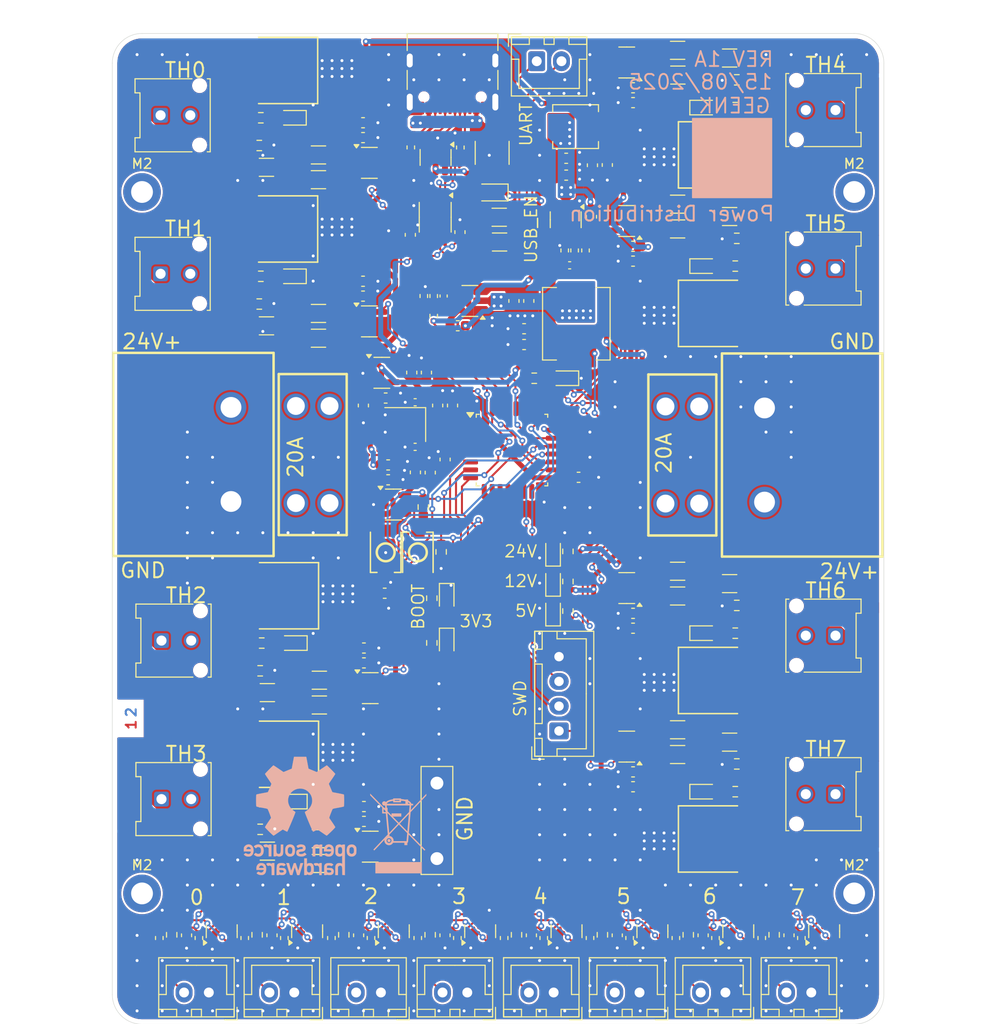
<source format=kicad_pcb>
(kicad_pcb (version 20241229) (generator "pcbnew") (generator_version "9.0")
  (layers (0 "F.Cu" signal) (2 "B.Cu" signal) (13 "F.Paste" user) (15 "B.Paste" user) (5 "F.SilkS" user "F.Silkscreen") (7 "B.SilkS" user "B.Silkscreen") (1 "F.Mask" user) (3 "B.Mask" user) (25 "Edge.Cuts" user))
  (net 0 "")
  (net 1 "+24V")
  (net 2 "GND")
  (net 3 "Net-(U1-BOOT)")
  (net 4 "Net-(U1-SW)")
  (net 5 "+5V")
  (net 6 "Net-(U4-PF0)")
  (net 7 "Net-(U1-FB)")
  (net 8 "+3.3VA")
  (net 9 "+3.3V")
  (net 10 "Net-(C17-Pad1)")
  (net 11 "Net-(U4-PF1)")
  (net 12 "RST")
  (net 13 "TH0")
  (net 14 "TH1")
  (net 15 "TH2")
  (net 16 "TH3")
  (net 17 "TH4")
  (net 18 "TH5")
  (net 19 "TH6")
  (net 20 "TH7")
  (net 21 "TH8")
  (net 22 "TH9")
  (net 23 "Net-(U5-SW)")
  (net 24 "Net-(U5-BOOT)")
  (net 25 "+12V")
  (net 26 "Net-(U5-FB)")
  (net 27 "Net-(C28-Pad1)")
  (net 28 "VBUS")
  (net 29 "Net-(D1-A)")
  (net 30 "Net-(D2-A)")
  (net 31 "Net-(D3-A)")
  (net 32 "Net-(D4-A)")
  (net 33 "Net-(D1-K)")
  (net 34 "Net-(D2-K)")
  (net 35 "Net-(D3-K)")
  (net 36 "Net-(D8-K-Pad3)")
  (net 37 "Net-(D9-K-Pad3)")
  (net 38 "Net-(D4-K)")
  (net 39 "Net-(D6-A)")
  (net 40 "Net-(D6-K)")
  (net 41 "Net-(D7-A)")
  (net 42 "Net-(D15-A)")
  (net 43 "Net-(D7-K)")
  (net 44 "Net-(D11-A)")
  (net 45 "Net-(D12-A)")
  (net 46 "Net-(D13-A)")
  (net 47 "Net-(D14-A)")
  (net 48 "Net-(D16-K-Pad3)")
  (net 49 "Net-(D19-A)")
  (net 50 "Net-(D19-K)")
  (net 51 "Net-(D17-K-Pad3)")
  (net 52 "Net-(D20-K-Pad3)")
  (net 53 "Net-(D21-K-Pad3)")
  (net 54 "Net-(D22-A)")
  (net 55 "Net-(D22-K)")
  (net 56 "Net-(D23-K-Pad3)")
  (net 57 "Net-(D24-K-Pad3)")
  (net 58 "Net-(F1-Pad1)")
  (net 59 "Net-(J17-Pin_1)")
  (net 60 "Net-(J18-Pin_1)")
  (net 61 "Net-(J14-Pin_2)")
  (net 62 "Net-(J15-Pin_2)")
  (net 63 "Net-(J20-Pin_2)")
  (net 64 "Net-(J21-Pin_2)")
  (net 65 "Net-(J22-Pin_2)")
  (net 66 "Net-(J23-Pin_2)")
  (net 67 "Net-(J10-Pin_2)")
  (net 68 "Net-(J11-Pin_2)")
  (net 69 "RX")
  (net 70 "TX")
  (net 71 "SWCLK")
  (net 72 "SWDIO")
  (net 73 "D_-")
  (net 74 "D_+")
  (net 75 "CC1")
  (net 76 "CC2")
  (net 77 "Net-(Q1-G)")
  (net 78 "Net-(Q2-G)")
  (net 79 "Net-(Q3-G)")
  (net 80 "Net-(Q4-G)")
  (net 81 "Net-(Q5-G)")
  (net 82 "Net-(Q6-G)")
  (net 83 "Net-(Q7-G)")
  (net 84 "Net-(Q8-G)")
  (net 85 "BOOT")
  (net 86 "Net-(R4-Pad2)")
  (net 87 "Net-(R5-Pad2)")
  (net 88 "Net-(U2-OUTH)")
  (net 89 "Net-(R11-Pad1)")
  (net 90 "Net-(U3-OUTH)")
  (net 91 "Net-(U7-OUTH)")
  (net 92 "Net-(U7-OUTL)")
  (net 93 "Net-(U2-OUTL)")
  (net 94 "Net-(U3-OUTL)")
  (net 95 "Net-(R18-Pad2)")
  (net 96 "Net-(U6-OUTH)")
  (net 97 "Net-(R19-Pad2)")
  (net 98 "Net-(U6-OUTL)")
  (net 99 "Net-(U10-OUTH)")
  (net 100 "Net-(U9-TXD)")
  (net 101 "Net-(U10-OUTL)")
  (net 102 "Net-(U9-RXD)")
  (net 103 "Net-(R32-Pad2)")
  (net 104 "Net-(R42-Pad2)")
  (net 105 "Net-(U14-OUTH)")
  (net 106 "Net-(R67-Pad2)")
  (net 107 "Net-(U14-OUTL)")
  (net 108 "Net-(R78-Pad2)")
  (net 109 "Net-(U13-OUTH)")
  (net 110 "Net-(U13-OUTL)")
  (net 111 "Net-(U15-OUTH)")
  (net 112 "Net-(U15-OUTL)")
  (net 113 "HEATER7")
  (net 114 "HEATER6")
  (net 115 "HEATER0")
  (net 116 "HEATER1")
  (net 117 "HEATER3")
  (net 119 "HEATER2")
  (net 120 "HEATER5")
  (net 121 "HEATER4")
  (net 130 "Net-(D25-A)")
  (net 131 "ACT")
  (footprint "Resistor_SMD:R_1206_3216Metric" (layer "F.Cu") (at 131.93901 51.985)
    (property "Reference" "R11" (hide yes))
    (property "Value" "12")
  )
  (footprint "Capacitor_SMD:C_0603_1608Metric" (layer "F.Cu") (at 179.445 128.25 -90)
    (property "Reference" "C56" (hide yes))
    (property "Value" "0.1uF")
  )
  (footprint "Resistor_SMD:R_1206_3216Metric" (layer "F.Cu") (at 126.68901 66.735)
    (property "Reference" "R22" (hide yes))
    (property "Value" "0")
  )
  (footprint "Capacitor_SMD:C_0603_1608Metric" (layer "F.Cu") (at 163.7 95.755 180)
    (property "Reference" "C1" (hide yes))
    (property "Value" "10uF")
  )
  (footprint "Capacitor_SMD:C_0603_1608Metric" (layer "F.Cu") (at 142.8375 71.45 90)
    (property "Reference" "C42" (hide yes))
    (property "Value" "1uF")
  )
  (footprint "LED_SMD:LED_0603_1608Metric" (layer "F.Cu") (at 156.725 72.025 180)
    (property "Reference" "D25" (hide yes))
    (property "Value" "LED")
  )
  (footprint "Resistor_SMD:R_1206_3216Metric" (layer "F.Cu") (at 173.45 92.755 180)
    (property "Reference" "R7" (hide yes))
    (property "Value" "0")
  )
  (footprint "Capacitor_SMD:C_1812_4532Metric" (layer "F.Cu") (at 149.475 49.275 -90)
    (property "Reference" "F1" (hide yes))
    (property "Value" "1A")
  )
  (footprint "LED_SMD:LED_0603_1608Metric" (layer "F.Cu") (at 144.885 94.225 -90)
    (property "Reference" "D14" (hide yes))
    (property "Value" "LED")
  )
  (footprint "Connector_Molex:Molex_Micro-Fit_3.0_43045-0212_2x01_P3.00mm_Vertical" (layer "F.Cu") (at 115.99901 45.485 90)
    (property "Reference" "J2" (hide yes))
    (property "Value" "HEATER0")
  )
  (footprint "Resistor_SMD:R_0603_1608Metric" (layer "F.Cu") (at 174.01875 60.705)
    (property "Reference" "R77" (hide yes))
    (property "Value" "4.7k")
  )
  (footprint "Package_TO_SOT_SMD:SOT-23" (layer "F.Cu") (at 174.325 127.8375 90)
    (property "Reference" "D21" (hide yes))
    (property "Value" "BAV99")
  )
  (footprint "MountingHole:MountingHole_2.2mm_M2_DIN965_Pad" (layer "F.Cu") (at 186.025 124.025)
    (property "Reference" "M2")
    (property "Value" "MountingHole_2.2mm_M2_DIN965_Pad")
  )
  (footprint "Resistor_SMD:R_0603_1608Metric" (layer "F.Cu") (at 177.945 128.2 90)
    (property "Reference" "R83" (hide yes))
    (property "Value" "4.7k")
  )
  (footprint "Resistor_SMD:R_1206_3216Metric" (layer "F.Cu") (at 132.02901 118.505 180)
    (property "Reference" "R42" (hide yes))
    (property "Value" "68")
  )
  (footprint "Resistor_SMD:R_1206_3216Metric" (layer "F.Cu") (at 168.2 56.955)
    (property "Reference" "R78" (hide yes))
    (property "Value" "68")
  )
  (footprint "easyeda2kicad:SW-SMD_L3.9-W3.0-P4.45" (layer "F.Cu") (at 138.725 89.595 90)
    (property "Reference" "SW1" (hide yes))
    (property "Value" "SW_Push")
  )
  (footprint "Resistor_SMD:R_0402_1005Metric" (layer "F.Cu") (at 115.87 128.525 -90)
    (property "Reference" "R44" (hide yes))
    (property "Value" "2.37k")
  )
  (footprint "easyeda2kicad:TO-252-2_L6.6-W6.1-P4.57-LS9.9-TL-CW" (layer "F.Cu") (at 169.74 65.475)
    (property "Reference" "Q8" (hide yes))
    (property "Value" "AOD4184A")
  )
  (footprint "Capacitor_SMD:C_0603_1608Metric" (layer "F.Cu") (at 143.975 74.775 90)
    (property "Reference" "C3" (hide yes))
    (property "Value" "4.7uF")
  )
  (footprint "Package_TO_SOT_SMD:SOT-23-6" (layer "F.Cu") (at 137.16651 103.305)
    (property "Reference" "U10" (hide yes))
    (property "Value" "UCC27511ADBV")
  )
  (footprint "easyeda2kicad:CONN-TH_2P-P9.50_DBT50G-9.5-2P" (layer "F.Cu") (at 123.10901 79.715 -90)
    (property "Reference" "J17" (hide yes))
    (property "Value" "Conn_01x02_Socket")
  )
  (footprint "MountingHole:MountingHole_2.2mm_M2_DIN965_Pad" (layer "F.Cu") (at 186.025 53.225)
    (property "Reference" "M2")
    (property "Value" "MountingHole_2.2mm_M2_DIN965_Pad")
  )
  (footprint "Resistor_SMD:R_1206_3216Metric" (layer "F.Cu") (at 126.77901 103.755)
    (property "Reference" "R33" (hide yes))
    (property "Value" "0")
  )
  (footprint "Resistor_SMD:R_0603_1608Metric" (layer "F.Cu") (at 174.01875 97.755)
    (property "Reference" "R1" (hide yes))
    (property "Value" "4.7k")
  )
  (footprint "Package_TO_SOT_SMD:SOT-23-6" (layer "F.Cu") (at 143.763 49.737 -90)
    (property "Reference" "U8" (hide yes))
    (property "Value" "SRV05-4")
  )
  (footprint "Capacitor_SMD:C_0603_1608Metric" (layer "F.Cu") (at 156.95 49.825)
    (property "Reference" "C25" (hide yes))
    (property "Value" "0.1uF")
  )
  (footprint "Resistor_SMD:R_1206_3216Metric" (layer "F.Cu") (at 126.77901 119.755)
    (property "Reference" "R43" (hide yes))
    (property "Value" "0")
  )
  (footprint "Capacitor_SMD:C_0603_1608Metric" (layer "F.Cu") (at 153.175 64.225 -90)
    (property "Reference" "C11" (hide yes))
    (property "Value" "10uF")
  )
  (footprint "Capacitor_SMD:C_0603_1608Metric" (layer "F.Cu") (at 159.5 55.725 90)
    (property "Reference" "C23" (hide yes))
    (property "Value" "0.1uF")
  )
  (footprint "Resistor_SMD:R_1206_3216Metric" (layer "F.Cu") (at 173.45 39.705 180)
    (property "Reference" "R68" (hide yes))
    (property "Value" "0")
  )
  (footprint "Connector_Molex:Molex_Micro-Fit_3.0_43045-0212_2x01_P3.00mm_Vertical" (layer "F.Cu") (at 184.14 44.955 -90)
    (property "Reference" "J13" (hide yes))
    (property "Value" "HEATER4")
  )
  (footprint "Capacitor_SMD:C_0603_1608Metric" (layer "F.Cu") (at 153.435 128.25 -90)
    (property "Reference" "C44" (hide yes))
    (property "Value" "0.1uF")
  )
  (footprint "Connector_Molex:Molex_Micro-Fit_3.0_43045-0212_2x01_P3.00mm_Vertical" (layer "F.Cu") (at 184.14 114.005 -90)
    (property "Reference" "J3" (hide yes))
    (property "Value" "HEATER7")
  )
  (footprint "Resistor_SMD:R_0402_1005Metric" (layer "F.Cu") (at 119.87 128.525 -90)
    (property "Reference" "R45" (hide yes))
    (property "Value" "2.37k")
  )
  (footprint "Capacitor_SMD:C_0603_1608Metric" (layer "F.Cu") (at 136.52901 116.755)
    (property "Reference" "C38" (hide yes))
    (property "Value" "0.1uF")
  )
  (footprint "Capacitor_SMD:C_0603_1608Metric" (layer "F.Cu") (at 146.225 57.275 90)
    (property "Reference" "C30" (hide yes))
    (property "Value" "0.1uF")
  )
  (footprint "Resistor_SMD:R_0603_1608Metric" (layer "F.Cu") (at 126.12026 61.735 180)
    (property "Reference" "R17" (hide yes))
    (property "Value" "4.7k")
  )
  (footprint "Package_SO:MSOP-10_3x3mm_P0.5mm" (layer "F.Cu") (at 143.725 55.775 -90)
    (property "Reference" "U9" (hide yes))
    (property "Value" "CH340E")
  )
  (footprint "Capacitor_SMD:C_0603_1608Metric" (layer "F.Cu") (at 136.475 74.775 -90)
    (property "Reference" "C40" (hide yes))
    (property "Value" "1uF")
  )
  (footprint "Capacitor_SMD:C_0603_1608Metric" (layer "F.Cu") (at 135.995 128.25 -90)
    (property "Reference" "C53" (hide yes))
    (property "Value" "0.1uF")
  )
  (footprint "Connector_JST:JST_XH_B2B-XH-A_1x02_P2.50mm_Vertical" (layer "F.Cu") (at 129.495 134.025 180)
    (property "Reference" "J14" (hide yes))
    (property "Value" "TH1")
  )
  (footprint "Connector_JST:JST_XH_B2B-XH-A_1x02_P2.50mm_Vertical" (layer "F.Cu") (at 164.355 134.025 180)
    (property "Reference" "J15" (hide yes))
    (property "Value" "TH5")
  )
  (footprint "Capacitor_SMD:C_0603_1608Metric" (layer "F.Cu") (at 136.43901 63.735)
    (property "Reference" "C21" (hide yes))
    (property "Value" "10uF")
  )
  (footprint "Connector_JST:JST_XH_B2B-XH-A_1x02_P2.50mm_Vertical" (layer "F.Cu") (at 120.87 134.025 180)
    (property "Reference" "J10" (hide yes))
    (property "Value" "TH0")
  )
  (footprint "Capacitor_SMD:C_0603_1608Metric" (layer "F.Cu") (at 141.725 81.525 -90)
    (property "Reference" "C7" (hide yes))
    (property "Value" "10nF")
  )
  (footprint "Resistor_SMD:R_0402_1005Metric" (layer "F.Cu") (at 124.495 128.525 -90)
    (property "Reference" "R61" (hide yes))
    (property "Value" "2.37k")
  )
  (footprint "Resistor_SMD:R_0402_1005Metric" (layer "F.Cu") (at 180.695 128.525 -90)
    (property "Reference" "R87" (hide yes))
    (property "Value" "2.37k")
  )
  (footprint "Capacitor_SMD:C_0603_1608Metric" (layer "F.Cu") (at 138.975 80.775)
    (property "Reference" "C33" (hide yes))
    (property "Value" "0.1uF")
  )
  (footprint "Resistor_SMD:R_0603_1608Metric" (layer "F.Cu") (at 174.01875 113.755)
    (property "Reference" "R16" (hide yes))
    (property "Value" "4.7k")
  )
  (footprint "Capacitor_SMD:C_0603_1608Metric" (layer "F.Cu") (at 136.43901 47.735)
    (property "Reference" "C8" (hide yes))
    (property "Value" "10uF")
  )
  (footprint "Capacitor_SMD:C_0603_1608Metric" (layer "F.Cu") (at 170.775 128.25 -90)
    (property "Reference" "C54" (hide yes))
    (property "Value" "0.1uF")
  )
  (footprint "Package_TO_SOT_SMD:SOT-23-6" (layer "F.Cu") (at 163.0625 56.155 180)
    (property "Reference" "U15" (hide yes))
    (property "Value" "UCC27511ADBV")
  )
  (footprint "Capacitor_SMD:C_0603_1608Metric" (layer "F.Cu") (at 152.7 67.025 180)
    (property "Reference" "C14" (hide yes))
    (property "Value" "22uF")
  )
  (footprint "Package_TO_SOT_SMD:SOT-23" (layer "F.Cu") (at 139.545 127.8375 90)
    (property "Reference" "D20" (hide yes))
    (property "Value" "BAV99")
  )
  (footprint "Resistor_SMD:R_1206_3216Metric" (layer "F.Cu") (at 132.02901 102.505 180)
    (property "Reference" "R32" (hide yes))
    (property "Value" "68")
  )
  (footprint "Capacitor_SMD:C_0402_1005Metric" (layer "F.Cu") (at 144.575 63.725 90)
    (property "Reference" "C17" (hide yes))
    (property "Value" "75pF")
  )
  (footprint "Capacitor_SMD:C_0603_1608Metric" (layer "F.Cu") (at 138.625 93.725)
    (property "Reference" "C15" (hide yes))
    (property "Value" "0.1uF")
  )
  (footprint "Resistor_SMD:R_0603_1608Metric" (layer "F.Cu") (at 151.935 128.2 90)
    (property "Reference" "R40" (hide yes))
    (property "Value" "4.7k")
  )
  (footprint "Capacitor_SMD:C_0603_1608Metric" (layer "F.Cu") (at 161.1 50.5 -90)
    (property "Reference" "C27" (hide yes))
    (property "Value" "22uF")
  )
  (footprint "Resistor_SMD:R_0603_1608Metric" (layer "F.Cu") (at 125.745 128.2 90)
    (property "Reference" "R58" (hide yes))
    (property "Value" "4.7k")
  )
  (footprint "Resistor_SMD:R_0402_1005Metric" (layer "F.Cu") (at 143.575 63.725 90)
    (property "Reference" "R12" (hide yes))
    (property "Value" "100k")
  )
  (footprint "Capacitor_SMD:C_0603_1608Metric" (layer "F.Cu") (at 151.675 64.225 -90)
    (property "Reference" "C12" (hide yes))
    (property "Value" "0.1uF")
  )
  (footprint "Package_TO_SOT_SMD:SOT-23" (layer "F.Cu") (at 182.995 127.8375 90)
    (property "Reference" "D24" (hide yes))
    (property "Value" "BAV99")
  )
  (footprint "Package_TO_SOT_SMD:SOT-23-5" (layer "F.Cu") (at 138.3375 71.475)
    (property "Reference" "U12" (hide yes))
    (property "Value" "TLV73333PDBV")
  )
  (footprint "Capacitor_SMD:C_0603_1608Metric" (layer "F.Cu") (at 159.6 50.525 -90)
    (property "Reference" "C26" (hide yes))
    (property "Value" "22uF")
  )
  (footprint "Capacitor_SMD:C_0603_1608Metric" (layer "F.Cu") (at 163.7 111.755 180)
    (property "Reference" "C19" (hide yes))
    (property "Value" "10uF")
  )
  (footprint "Resistor_SMD:R_0402_1005Metric" (layer "F.Cu") (at 141.965 128.525 -90)
    (property "Reference" "R84" (hide yes))
    (property "Value" "2.37k")
  )
  (footprint "Resistor_SMD:R_0402_1005Metric" (layer "F.Cu") (at 168.025 128.525 -90)
    (property "Reference" "R75" (hide yes))
    (property "Value" "2.37k")
  )
  (footprint "Package_TO_SOT_SMD:SOT-23" (layer "F.Cu") (at 156.985 127.8375 90)
    (property "Reference" "D9" (hide yes))
    (property "Value" "BAV99")
  )
  (footprint "easyeda2kicad:TO-252-2_L6.6-W6.1-P4.57-LS9.9-TL-CW" (layer "F.Cu") (at 169.74 102.525)
    (property "Reference" "Q1" (hide yes))
    (property "Value" "AOD4184A")
  )
  (footprint "Resistor_SMD:R_0603_1608Metric" (layer "F.Cu") (at 160.605 128.2 90)
    (property "Reference" "R59" (hide yes))
    (property "Value" "4.7k")
  )
  (footprint "Capacitor_SMD:C_0603_1608Metric" (layer "F.Cu") (at 144.715 128.25 -90)
    (property "Reference" "C55" (hide yes))
    (property "Value" "0.1uF")
  )
  (footprint "Resistor_SMD:R_1206_3216Metric" (layer "F.Cu") (at 132.02901 121.005)
    (property "Reference" "R50" (hide yes))
    (property "Value" "12")
  )
  (footprint "Capacitor_SMD:C_0603_1608Metric" (layer "F.Cu") (at 145.475 74.775 90)
    (property "Reference" "C4" (hide yes))
    (property "Value" "0.1uF")
  )
  (footprint "Capacitor_SMD:C_0603_1608Metric" (layer "F.Cu") (at 138.725 74.025)
    (property "Reference" "C39" (hide yes))
    (property "Value" "0.1uF")
  )
  (footprint "Capacitor_SMD:C_0603_1608Metric" (layer "F.Cu") (at 163.7 58.705 180)
    (property "Reference" "C51" (hide yes))
    (property "Value" "10uF")
  )
  (footprint "Resistor_SMD:R_0603_1608Metric" (layer "F.Cu") (at 117.12 128.2 90)
    (property "Reference" "R39" (hide yes))
    (property "Value" "4.7k")
  )
  (footprint "Package_TO_SOT_SMD:SOT-23-6" (layer "F.Cu") (at 163.0625 109.205 180)
    (property "Reference" "U6" (hide yes))
    (property "Value" "UCC27511ADBV")
  )
  (footprint "Capacitor_SMD:C_0603_1608Metric" (layer "F.Cu") (at 118.62 128.25 -90)
    (property "Reference" "C43" (hide yes))
    (property "Value" "0.1uF")
  )
  (footprint "Connector_Molex:Molex_Micro-Fit_3.0_43045-0212_2x01_P3.00mm_Vertical" (layer "F.Cu") (at 184.14 60.955 -90)
    (property "Reference" "J19" (hide yes))
    (property "Value" "HEATER5")
  )
  (footprint "Diode_SMD:D_SOD-323" (layer "F.Cu") (at 149.475 53.275 180)
    (property "Reference" "D5" (hide yes))
    (property "Value" "CUS10S30")
  )
  (footprint "Capacitor_SMD:C_0603_1608Metric" (layer "F.Cu") (at 141.2125 57.55 90)
    (property "Reference" "C29" (hide yes))
    (property "Value" "0.1uF")
  )
  (footprint "LED_SMD:LED_0603_1608Metric" (layer "F.Cu") (at 155.625 95.5375 90)
    (property "Reference" "D13" (hide yes))
    (property "Value" "LED")
  )
  (footprint "Package_TO_SOT_SMD:SOT-23" (layer "F.Cu") (at 122.17 127.8375 90)
    (property "Reference" "D8" (hide yes))
    (property "Value" "BAV99")
  )
  (footprint "Capacitor_SMD:C_0603_1608Metric" (layer "F.Cu") (at 163.7 42.705 180)
    (property "Reference" "C47" (hide yes))
    (property "Value" "0.1uF")
  )
  (footprint "Package_TO_SOT_SMD:SOT-23-6" (layer "F.Cu") (at 137.16651 119.305)
    (property "Reference" "U13" (hide yes))
    (property "Value" "UCC27511ADBV")
  )
  (footprint "Capacitor_SMD:C_0603_1608Metric" (layer "F.Cu") (at 143.225 81.55 90)
    (property "Reference" "C36" (hide yes))
    (property "Value" "1uF")
  )
  (footprint "Capacitor_SMD:C_0603_1608Metric" (layer "F.Cu") (at 136.43901 46.235)
    (property "Reference" "C9" (hide yes))
    (property "Value" "0.1uF")
  )
  (footprint "Capacitor_SMD:C_0402_1005Metric" (layer "F.Cu") (at 157.3 60.625 180)
    (property "Reference" "C28" (hide yes))
    (property "Value" "75pF")
  )
  (footprint "Resistor_SMD:R_0402_1005Metric" (layer "F.Cu") (at 157.8 59.125 -90)
    (property "Reference" "R27" (hide yes))
    (property "Value" "100k")
  )
  (footprint "LED_SMD:LED_0603_1608Metric" (layer "F.Cu") (at 155.625 92.5375 90)
    (property "Reference" "D12" (hide yes))
    (property "Value" "LED")
  )
  (footprint "Resistor_SMD:R_1206_3216Metric" (layer "F.Cu") (at 131.93901 49.485 180)
    (property "Reference" "R6" (hide yes))
    (property "Value" "68")
  )
  (footprint "Resistor_SMD:R_1206_3216Metric" (layer "F.Cu") (at 126.68901 50.735)
    (property "Reference" "R8" (hide yes))
    (property "Value" "0")
  )
  (footprint "Capacitor_SMD:C_0603_1608Metric" (layer "F.Cu") (at 156.95 51.525)
    (property "Reference" "C24" (hide yes))
    (property "Value" "10uF")
  )
  (footprint "Resistor_SMD:R_1206_3216Metric" (layer "F.Cu") (at 168.2 94.005)
    (property "Reference" "R5" (hide yes))
    (property "Value" "68")
  )
  (footprint "Connector_JST:JST_XH_B2B-XH-A_1x02_P2.50mm_Vertical" (layer "F.Cu") (at 146.965 134.025 180)
    (property "Reference" "J22" (hide yes))
    (property "Value" "TH3")
  )
  (footprint "Resistor_SMD:R_0402_1005Metric" (layer "F.Cu") (at 158.9 59.125 -90)
    (property "Reference" "R21" (hide yes))
    (property "Value" "50")
  )
  (footprint "Resistor_SMD:R_1206_3216Metric" (layer "F.Cu") (at 150.1875 55.775)
    (property "Reference" "R29" (hide yes))
    (property "Value" "0")
  )
  (footprint "Resistor_SMD:R_0402_1005Metric" (layer "F.Cu") (at 128.495 128.525 -90)
    (property "Reference" "R62" (hide yes))
    (property "Value" "2.37k")
  )
  (footprint "Resistor_SMD:R_0603_1608Metric" (layer "F.Cu") (at 126.21026 98.755 180)
    (property "Reference" "R30" (hide yes))
    (property "Value" "4.7k")
  )
  (footprint "Capacitor_SMD:C_0603_1608Metric" (layer "F.Cu") (at 158.2 82.025)
    (property "Reference" "C5" (hide yes))
    (property "Value" "0.1uF")
  )
  (footprint "Capacitor_SMD:C_0402_1005Metric" (layer "F.Cu") (at 141.7 74.45 180)
    (property "Reference" "C16" (hide yes))
    (property "Value" "14pF")
  )
  (footprint "Resistor_SMD:R_1206_3216Metric" (layer "F.Cu") (at 168.2 107.505 180)
    (property "Reference" "R23" (hide yes))
    (property "Value" "12")
  )
  (footprint "Resistor_SMD:R_0603_1608Metric" (layer "F.Cu") (at 153.725 72.025)
    (property "Reference" "R88" (hide yes))
    (property "Value" "1k")
  )
  (footprint "easyeda2kicad:TO-252-2_L6.6-W6.1-P4.57-LS9.9-TL-CW" (layer "F.Cu") (at 130.39901 40.965 180)
    (property "Reference" "Q2" (hide yes))
    (property "Value" "AOD4184A")
  )
  (footprint "easyeda2kicad:SW-SMD_L3.9-W3.0-P4.45" (layer "F.Cu") (at 141.975 89.595 -90)
    (property "Reference" "SW2" (hide yes))
    (property "Value" "SW_Push")
  )
  (footprint "Resistor_SMD:R_0603_1608Metric" (layer "F.Cu") (at 134.495 128.2 90)
    (property "Reference" "R71" (hide yes))
    (property "Value" "4.7k")
  )
  (footprint "TestPoint:TestPoint_Bridge_Pitch7.62mm_Drill1.3mm" (layer "F.Cu") (at 143.9 120.51 90)
    (property "Reference" "TP1" (hide yes))
    (property "Value" "OSC GND")
  )
  (footprint "Capacitor_SMD:C_0603_1608Metric" (layer "F.Cu") (at 163.7 44.205 180)
    (property "Reference" "C46" (hide yes))
    (property "Value" "10uF")
  )
  (footprint "Resistor_SMD:R_0603_1608Metric" (layer "F.Cu") (at 126.12026 45.735 180)
    (property "Reference" "R2" (hide yes))
    (property "Value" "4.7k")
  )
  (footprint "Resistor_SMD:R_1206_3216Metric" (layer "F.Cu") (at 150.225 58.275)
    (property "Reference" "R31" (hide yes))
    (property "Value" "0")
  )
  (footprint "Package_TO_SOT_SMD:SOT-23-5" (layer "F.Cu") (at 139.5 84.775)
    (property "Reference" "U11" (hide yes))
    (property "Value" "TLV73333PDBV")
  )
  (footprint "easyeda2kicad:TO-252-2_L6.6-W6.1-P4.57-LS9.9-TL-CW" (layer "F.Cu") (at 169.74 49.475)
    (property "Reference" "Q7" (hide yes))
    (property "Value" "AOD4184A")
  )
  (footprint "Resistor_SMD:R_1206_3216Metric" (layer "F.Cu") (at 131.93901 65.485 180)
    (property "Reference" "R19" (hide yes))
    (property "Value" "68")
  )
  (footprint "Capacitor_SMD:C_0402_1005Metric" (layer "F.Cu") (at 141.7 78.95 180)
    (property "Reference" "C18" (hide yes))
    (property "Value" "14pF")
  )
  (footprint "Connector_JST:JST_XH_B2B-XH-A_1x02_P2.50mm_Vertical" (layer "F.Cu") (at 138.245 134.025 180)
    (property "Reference" "J20" (hide yes))
    (property "Value" "TH2")
  )
  (footprint "LED_SMD:LED_0603_1608Metric" (layer "F.Cu") (at 129.22026 45.735 180)
    (property "Reference" "D2" (hide yes))
    (property "Value" "LED")
  )
  (footprint "Resistor_SMD:R_0402_1005Metric" (layer "F.Cu") (at 142.575 63.725 90)
    (property "Reference" "R15" (hide yes))
    (property "Value" "13.3k")
  )
  (footprint "Resistor_SMD:R_1206_3216Metric" (layer "F.Cu") (at 173.45 55.705 180)
    (property "Reference" "R79" (hide yes))
    (property "Value" "0")
  )
  (footprint "Connector_JST:JST_XH_B2B-XH-A_1x02_P2.50mm_Vertical" (layer "F.Cu") (at 155.685 134.025 180)
    (property "Reference" "J11" (hide yes))
    (property "Value" "TH4")
  )
  (footprint "Inductor_SMD:L_TechFuse_SL0650" (layer "F.Cu") (at 157.975 66.525 -90)
    (property "Reference" "L1" (hide yes))
    (property "Value" "15uH")
  )
  (footprint "Connector_JST:JST_XH_B4B-XH-A_1x04_P2.50mm_Vertical" (layer "F.Cu") (at 156.225 107.625 90)
    (property "Reference" "J4" (hide yes))
    (property "Value" "SWD")
  )
  (footprint "Package_QFP:LQFP-32_7x7mm_P0.8mm" (layer "F.Cu") (at 151.475 79.275)
    (property "Reference" "U4" (hide yes))
    (property "Value" "STM32F030K6Tx")
  )
  (footprint "Connector_Molex:Molex_Micro-Fit_3.0_43045-0212_2x01_P3.00mm_Vertical" (layer "F.Cu") (at 184.14 98.005 -90)
    (property "Reference" "J1" (hide yes))
    (property "Value" "HEATER6")
  )
  (footprint "MountingHole:MountingHole_2.2mm_M2_DIN965_Pad" (layer "F.Cu") (at 114.125 53.225)
    (property "Reference" "M2")
    (property "Value" "MountingHole_2.2mm_M2_DIN965_Pad")
  )
  (footprint "easyeda2kicad:FUSE-TH_4P-L16.0-W6.7" (layer "F.Cu") (at 131.35901 79.725 -90)
    (property "Reference" "F2" (hide yes))
    (property "Value" "20A")
  )
  (footprint "easyeda2kicad:TO-252-2_L6.6-W6.1-P4.57-LS9.9-TL-CW" (layer "F.Cu") (at 130.48901 109.985 180)
    (property "Reference" "Q6" (hide yes))
    (property "Value" "AOD4184A")
  )
  (footprint "Symbol:LayerMarker_2_3.81x2.54mm_TextH1mm_P1.27mm" (layer "F.Cu") (at 114.3 107 90)
    (property "Reference" "REF**" (hide yes))
    (property "Value" "LayerMarker_2_3.81x2.54mm_TextH1mm_P1.27mm" (hide yes))
  )
  (footprint "Resistor_SMD:R_1206_3216Metric" (layer "F.Cu") (at 168.2 54.455 180)
    (property "Reference" "R80" (hide yes))
    (property "Value" "12")
  )
  (footprint "Crystal:Crystal_SMD_3225-4Pin_3.2x2.5mm" (layer "F.Cu") (at 140.7 76.7 180)
    (property "Reference" "Y1" (hide yes))
    (property "Value" "24MHz")
  )
  (footprint "Capacitor_SMD:C_0603_1608Metric" (layer "F.Cu") (at 136.52901 100.755)
    (property "Reference" "C31" (hide yes))
    (property "Value" "10uF")
  )
  (footprint "LED_SMD:LED_0603_1608Metric" (layer "F.Cu") (at 170.91875 44.705)
    (property "Reference" "D19" (hide yes))
    (property "Value" "LED")
  )
  (footprint "Capacitor_SMD:C_0603_1608Metric" (layer "F.Cu") (at 163.7 60.205 180)
    (property "Reference" "C52" (hide yes))
    (property "Value" "0.1uF")
  )
  (footprint "LED_SMD:LED_0603_1608Metric" (layer "F.Cu") (at 155.625 89.5 90)
    (property "Reference" "D11" (hide yes))
    (property "Value" "LED")
  )
  (footprint "easyeda2kicad:TO-252-2_L6.6-W6.1-P4.57-LS9.9-TL-CW" (layer "F.Cu") (at 130.39901 56.965 180)
    (property "Reference" "Q4" (hide yes))
    (property "Value" "AOD4184A")
  )
  (footprint "Resistor_SMD:R_0603_1608Metric" (layer "F.Cu") (at 174.175 57.905 180)
    (property "Reference" "R81" (hide yes))
    (property "Value" "100k")
  )
  (footprint "LED_SMD:LED_0603_1608Metric" (layer "F.Cu") (at 170.91875 97.755)
    (property "Reference" "D1" (hide yes))
    (property "Value" "LED")
  )
  (footprint "Capacitor_SMD:C_0603_1608Metric" (layer "F.Cu") (at 136.52901 99.255)
    (property "Reference" "C32" (hide yes))
    (property "Value" "0.1uF")
  )
  (footprint "Capacitor_SMD:C_0603_1608Metric" (layer "F.Cu") (at 127.245 128.25 -90)
    (property "Reference" "C48" (hide yes))
    (property "Value" "0.1uF")
  )
  (footprint "Resistor_SMD:R_0603_1608Metric" (layer "F.Cu") (at 174.175 110.955 180)
    (property "Reference" "R25" (hide yes))
    (property "Value" "100k")
  )
  (footprint "easyeda2kicad:TO-252-2_L6.6-W6.1-P4.57-LS9.9-TL-CW" (layer "F.Cu") (at 169.74 118.525)
    (property "Reference" "Q3" (hide yes))
    (property "Value" "AOD4184A")
  )
  (footprint "Resistor_SMD:R_0402_1005Metric" (layer "F.Cu") (at 133.245 128.525 -90)
    (property "Reference" "R73" (hide yes))
    (property "Value" "2.37k")
  )
  (footprint "Resistor_SMD:R_0402_1005Metric" (layer "F.Cu") (at 159.355 128.525 -90)
    (property "Reference" "R63" (hide yes))
    (property "Value" "2.37k")
  )
  (footprint "MountingHole:MountingHole_2.2mm_M2_DIN965_Pad" (layer "F.Cu") (at 114.125 124.025)
    (property "Reference" "M2")
    (property "Value" "MountingHole_2.2mm_M2_DIN965_Pad")
  )
  (footprint "Resistor_SMD:R_0603_1608Metric" (layer "F.Cu") (at 143.385 98.7375 -90)
    (property "Reference" "R56" (hide yes))
    (property "Value" "1k")
  )
  (footprint "Package_TO_SOT_SMD:SOT-23-6" (layer "F.Cu") (at 137.07651 50.285)
    (property "Reference" "U3" (hide yes))
    (property "Value" "UCC27511ADBV")
  )
  (footprint "Resistor_SMD:R_0402_1005Metric" (layer "F.Cu") (at 145.965 128.525 -90)
    (property "Reference" "R85" (hide yes))
    (property "Value" "2.37k")
  )
  (footprint "Capacitor_SMD:C_0603_1608Metric" (layer "F.Cu") (at 152.7 68.625 180)
    (property "Reference" "C13" (hide yes))
    (property "Value" "22uF")
  )
  (footprint "Resistor_SMD:R_0402_1005Metric" (layer "F.Cu") (at 176.695 128.525 -90)
    (property "Reference" "R86" (hide yes))
    (property "Value" "2.37k")
  )
  (footprint "Resistor_SMD:R_0402_1005Metric" (layer "F.Cu") (at 154.685 128.525 -90)
    (property "Reference" "R47" (hide yes))
    (property "Value" "2.37k")
  )
  (footprint "Connector_Molex:Molex_Micro-Fit_3.0_43045-0212_2x01_P3.00mm_Vertical" (layer "F.Cu") (at 116.08901 98.505 90)
    (property "Reference" "J6" (hide yes))
    (property "Value" "HEATER2")
  )
  (footprint "Resistor_SMD:R_0402_1005Metric" (layer "F.Cu") (at 143.575 65.725 90)
    (property "Reference" "R3" (hide yes))
    (property "Value" "50")
  )
  (footprint "Capacitor_SMD:C_0603_1608Metric" (layer "F.Cu") (at 162.105 128.25 -90)
    (property "Reference" "C49" (hide yes))
    (property "Value" "0.1uF")
  )
  (footprint "Resistor_SMD:R_0603_1608Metric" (layer "F.Cu") (at 126.05401 101.555)
    (property "Reference" "R37" (hide yes))
    (property "Value" "100k")
  )
  (footprint "Resistor_SMD:R_0603_1608Metric" (layer "F.Cu") (at 144.325 89.55 -90)
    (property "Reference" "R10" (hide yes))
    (property "Value" "10k")
  )
  (footprint "Resistor_SMD:R_0402_1005Metric" (layer "F.Cu") (at 150.685 128.525 -90)
    (property "Reference" "R46" (hide yes))
    (property "Value" "2.37k")
  )
  (footprint "Package_TO_SOT_SMD:SOT-23-6" (layer "F.Cu") (at 147.225 64.225 180)
    (property "Reference" "U1" (hide yes))
    (property "Value" "TPS54202DDC")
  )
  (footprint "Package_TO_SOT_SMD:SOT-23-6" (layer "F.Cu") (at 163.0625 93.205 180)
    (property "Reference" "U2" (hide yes))
    (property "Value" "UCC27511ADBV")
  )
  (footprint "Capacitor_SMD:C_0603_1608Metric" (layer "F.Cu") (at 141.3575 71.45 90)
    (property "Reference" "C41" (hide yes))
    (property "Value" "0.1uF")
  )
  (footprint "Resistor_SMD:R_0402_1005Metric" (layer "F.Cu") (at 172.025 128.525 -90)
    (property "Reference" "R76" (hide yes))
    (property "Value" "2.37k")
  )
  (footprint "Resistor_SMD:R_0603_1608Metric" (layer "F.Cu") (at 174.175 94.955 180)
    (property "Reference" "R13" (hide yes))
    (property "Value" "100k")
  )
  (footprint "Resistor_SMD:R_0603_1608Metric" (layer "F.Cu") (at 174.01875 44.705)
    (property "Reference" "R57" (hide yes))
    (property "Value" "4.7k")
  )
  (footprint "Resistor_SMD:R_0402_1005Metric" (layer "F.Cu") (at 156.8 59.125 90)
    (property "Reference" "R28" (hide yes))
    (property "Value" "5.23k")
  )
  (footprint "Connector_Molex:Molex_Micro-Fit_3.0_43045-0212_2x01_P3.00mm_Vertical" (layer "F.Cu") (at 116.08901 114.505 90)
    (property "Reference" "J9" (hide yes))
    (property "Value" "HEATER3")
  )
  (footprint "Package_TO_SOT_SMD:SOT-23-6" (layer "F.Cu") (at 156.9 56.025 -90)
    (property "Reference" "U5" (hide yes))
    (property "Value" "TPS54202DDC")
  )
  (footprint "Capacitor_SMD:C_0603_1608Metric" (layer "F.Cu") (at 138.975 82.275)
    (property "Reference" "C34" (hide yes))
    (property "Value" "1uF")
  )
  (footprint "Resistor_SMD:R_0603_1608Metric" (layer "F.Cu") (at 126.21026 114.755 180)
    (property "Reference" "R38" (hide yes))
    (property "Value" "4.7k")
  )
  (footprint "easyeda2kicad:FUSE-TH_4P-L16.0-W6.7" (layer "F.Cu") (at 168.675 79.775 90)
    (property "Reference" "F3" (hide yes))
    (property "Value" "20A")
  )
  (footprint "Connector_JST:JST_XH_B2B-XH-A_1x02_P2.50mm_Vertical" (layer "F.Cu") (at 181.695 134.025 180)
    (property "Reference" "J23" (hide yes))
    (property "Value" "TH7")
  )
  (footprint "Resistor_SMD:R_0603_1608Metric" (layer "F.Cu") (at 157.125 89.5 90)
    (property "Reference" "R52" (hide yes))
    (property "Value" "4.7k")
  )
  (footprint "Connector_USB:USB_C_Receptacle_G-Switch_GT-USB-7010ASV" (layer "F.Cu") (at 145.475 41.025 180)
    (property "Reference" "J8" (hide yes))
    (property "Value" "USB_C_Receptacle_USB2.0_14P")
  )
  (footprint "easyeda2kicad:CONN-TH_2P-P9.50_DBT50G-9.5-2P" (layer "F.Cu") (at 176.975 79.775 90)
    (property "Reference" "J18" (hide yes))
    (property "Value" "Conn_01x02_Socket")
  )
  (footprint "Resistor_SMD:R_1206_3216Metric" (layer "F.Cu") (at 131.93901 67.985)
    (property "Reference" "R24" (hide yes))
    (property "Value" "12")
  )
  (footprint "LED_SMD:LED_0603_1608Metric" (layer "F.Cu") (at 170.91875 113.755)
    (property "Reference" "D3" (hide yes))
    (property "Value" "LED")
  )
  (footprint "LED_SMD:LED_0603_1608Metric" (layer "F.Cu") (at 144.885 98.7375 -90)
    (property "Reference" "D15" (hide yes))
    (property "Value" "LED")
  )
  (footprint "Capacitor_SMD:C_0603_1608Metric" (layer "F.Cu") (at 136.52901 115.255)
    (property "Reference" "C37" (hide yes))
    (property "Value" "10uF")
  )
  (footprint "Resistor_SMD:R_0603_1608Metric" (layer "F.Cu") (at 157.125 92.5375 90)
    (property "Reference" "R53" (hide yes))
    (property "Value" "4.7k")
  )
  (footprint "Capacitor_SMD:C_0603_1608Metric" (layer "F.Cu") (at 146 66.725)
    (property "Reference" "C10" (hide yes))
    (property "Value" "0.1uF")
  )
  (footprint "LED_SMD:LED_0603_1608Metric" (layer "F.Cu") (at 129.31026 98.755 180)
    (property "Reference" "D6" (hide yes))
    (property "Value" "LED")
  )
  (footprint "Resistor_SMD:R_0603_1608Metric" (layer "F.Cu") (at 143.385 94.225 -90)
    (property "Reference" "R55" (hide yes))
    (property "Value" "1k")
  )
  (footprint "Resistor_SMD:R_1206_3216Metric" (layer "F.Cu") (at 168.2 91.505 180)
    (property "Reference" "R9" (hide yes))
    (property "Value" "12")
  )
  (footprint "Resistor_SMD:R_0603_1608Metric" (layer "F.Cu") (at 125.96401 48.535)
    (property "Reference" "R14" (hide yes))
    (property "Value" "100k")
  )
  (footprint "Resistor_SMD:R_1206_3216Metric" (layer "F.Cu") (at 168.2 110.005)
    (property "Reference" "R18" (hide yes))
    (property "Value" "68")
  )
  (footprint "Resistor_SMD:R_1206_3216Metric" (layer "F.Cu") (at 168.2 38.925 180)
    (property "Reference" "R69" (hide yes))
    (property "Value" "12")
  )
  (footprint "Connector_Molex:Molex_Micro-Fit_3.0_43045-0212_2x01_P3.00mm_Vertical" (layer "F.Cu") (at 115.99901 61.485 90)
    (property "Reference" "J5" (hide yes))
    (property "Value" "HEATER1")
  )
  (footprint "Resistor_SMD:R_0402_1005Metric" (layer "F.Cu") (at 146.263 48.737 -90)
    (property "Reference" "R34" (hide yes))
    (property "Value" "5.1K")
  )
  (footprint "Package_TO_SOT_SMD:SOT-23" (layer "F.Cu") (at 148.265 127.8375 90)
    (property "Reference" "D23" (hide yes))
    (property "Value" "BAV99")
  )
  (footprint "Resistor_SMD:R_0402_1005Metric" (layer "F.Cu") (at 137.245 128.525 -90)
    (property "Reference" "R74" (hide yes))
    (property "Value" "2.37k")
  )
  (footprint "Resistor_SMD:R_1206_3216Metric" (layer "F.Cu") (at 168.225 41.425)
    (property "Reference" "R67" (hide yes))
    (property "Value" "68")
  )
  (footprint "Resistor_SMD:R_0603_1608Metric" (layer "F.Cu") (at 142.525 85.025 -90)
    (property "Reference" "R4" (hide yes))
    (property "Value" "1k")
  )
  (footprint "LED_SMD:LED_0603_1608Metric" (layer "F.Cu") (at 129.22026 61.735 180)
    (property "Reference" "D4" (hide yes))
    (property "Value" "LED")
  )
  (footprint "Package_TO_SOT_SMD:SOT-23" (layer "F.Cu") (at 130.795 127.8375 90)
    (property "Reference" "D16" (hide yes))
    (property "Value" "BAV99")
  )
  (footprint "Resistor_SMD:R_0402_1005Metric" (layer "F.Cu") (at 141.263 48.727 -90)
    (property "Reference" "R35" (hide yes))
    (property "Value" "5.1K")
  )
  (footprint "Package_TO_SOT_SMD:SOT-23" (layer "F.Cu") (at 165.655 127.8375 90)
    (property "Reference" "D17" (hide yes))
    (property "Value" "BAV99")
  )
  (footprint "Package_TO_SOT_SMD:SOT-23-6" (layer "F.Cu") (at 137.07651 66.285)
    (property "Reference" "U7" (hide yes))
    (property "Value" "UCC27511ADBV")
  )
  (footprint "Resistor_SMD:R_0603_1608Metric" (layer "F.Cu") (at 157.125 95.525 90)
    (property "Reference" "R54" (hide yes))
    (property "Value" "1k")
  )
  (footprint "Connector_JST:JST_XH_B2B-XH-A_1x02_P2.50mm_Vertical" (layer "F.Cu") (at 153.975 40.025)
    (property "Reference" "J7" (hide yes))
    (property "Value" "UART")
  )
  (footprint "Resistor_SMD:R_0603_1608Metric" (layer "F.Cu") (at 169.275 128.2 90)
    (property "Reference" "R72" (hide yes))
    (property "Value" "4.7k")
  )
  (footprint "Capacitor_SMD:C_0603_1608Metric" (layer "F.Cu") (at 144.725 80.225 -90)
    (property "Reference" "C6" (hide yes))
    (property "Value" "1uF")
  )
  (footprint "LED_SMD:LED_0603_1608Metric" (layer "F.Cu") (at 170.91875 60.705)
    (property "Reference" "D22" (hide yes))
    (property "Value" "LED")
  )
  (footprint "Resistor_SMD:R_0402_1005Metric" (layer "F.Cu") (at 163.355 128.525 -90)
    (property "Reference" "R64" (hide yes))
    (property "Value" "2.37k")
  )
  (footprint "Capacitor_SMD:C_0603_1608Metric" (layer "F.Cu") (at 163.7 113.255 180)
    (property "Reference" "C20" (hide yes))
    (property "Value" "0.1uF")
  )
  (footprint "Resistor_SMD:R_0603_1608Metric" (layer "F.Cu") (at 125.96401 64.535)
    (property "Reference" "R26" (hide yes))
    (property "Value" "100k")
  )
  (footprint "Inductor_SMD:L_Sunlord_MWSA0402S" (layer "F.Cu") (at 157.9 46.625)
    (property "Reference" "L2" (hide yes))
    (property "Value" "22uH")
  )
  (footprint "Capacitor_SMD:C_0603_1608Metric" (layer "F.Cu") (at 136.43901 62.235)
    (property "Reference" "C22" (hide yes))
    (property "Value" "0.1uF")
  )
  (footprint "Resistor_SMD:R_0603_1608Metric" (layer "F.Cu") (at 126.05401 117.555)
    (property "Reference" "R51" (hide yes))
    (property "Value" "100k")
  )
  (footprint "easyeda2kicad:TO-252-2_L6.6-W6.1-P4.57-LS9.9-TL-CW" (layer "F.Cu") (at 130.48901 93.985 180)
    (property "Reference" "Q5" (hide yes))
    (property "Value" "AOD4184A")
  )
  (footprint "Package_TO_SOT_SMD:SOT-23-6" (layer "F.Cu") (at 163.0625 40.155 180)
    (property "Reference" "U14" (hide yes))
    (property "Value" "UCC27511ADBV")
  )
  (footprint "Resistor_SMD:R_1206_3216Metric" (layer "F.Cu") (at 132.02901 105.005)
    (property "Reference" "R36" (hide yes))
    (property "Value" "12")
  )
  (footprint "Resistor_SMD:R_0603_1608Metric" (layer "F.Cu") (at 143.215 128.2 90)
    (property "Reference" "R82" (hide yes))
    (property "Value" "4.7k")
  )
  (footprint "Connector_JST:JST_XH_B2B-XH-A_1x02_P2.50mm_Vertical" (layer "F.Cu") (at 173.025 134.025 180)
    (property "Reference" "J21" (hide yes))
    (property "Value" "TH6")
  )
  (footprint "Resistor_SMD:R_1206_3216Metric" (layer "F.Cu") (at 173.45 108.755 180)
    (property "Reference" "R20" (hide yes))
    (property "Value" "0")
  )
  (footprint "Capacitor_SMD:C_0603_1608Metric" (layer "F.Cu") (at 163.7 97.255 180)
    (property "Reference" "C2" (hide yes))
    (property "Value" "0.1uF")
  )
  (footprint "Resistor_SMD:R_0603_1608Metric" (layer "F.Cu") (at 174.175 41.905 180)
    (property "Reference" "R70" (hide yes))
    (property "Value" "100k")
  )
  (footprint "LED_SMD:LED_0603_1608Metric" (layer "F.Cu") (at 129.31026 114.755 180)
    (property "Reference" "D7" (hide yes))
    (property "Value" "LED")
  )
  (footprint "Symbol:WEEE-Logo_5.6x8mm_SilkScreen" (layer "B.Cu") (at 140 117.963957 180)
    (property "Reference" "REF**" (hide yes))
    (property "Value" "WEEE-Logo_5.6x8mm_SilkScreen" (hide yes))
  )
  (footprint "Symbol:OSHW-Logo_11.4x12mm_SilkScreen" (layer "B.Cu") (at 130.1 116.2 180)
    (property "Reference" "REF**" (hide yes))
    (property "Value" "OSHW-Logo_11.4x12mm_SilkScreen" (hide yes))
  )
  (gr_rect (start 169.7 45.8) (end 177.7 53.8) (stroke (width 0.1)) (fill yes) (layer "B.SilkS"))
  (gr_line (start 189.025 40.225) (end 189.025 134.225) (stroke (width 0.05)) (layer "Edge.Cuts"))
  (gr_line (start 186.025 137.225) (end 114.125 137.225) (stroke (width 0.05)) (layer "Edge.Cuts"))
  (gr_arc (start 189.025 134.225) (mid 188.14632 136.34632) (end 186.025 137.225) (stroke (width 0.05)) (layer "Edge.Cuts"))
  (gr_line (start 111.125 134.225) (end 111.125 40.225) (stroke (width 0.05)) (layer "Edge.Cuts"))
  (gr_arc (start 111.125 40.225) (mid 112.00368 38.10368) (end 114.125 37.225) (stroke (width 0.05)) (layer "Edge.Cuts"))
  (gr_arc (start 186.025 37.225) (mid 188.14632 38.10368) (end 189.025 40.225) (stroke (width 0.05)) (layer "Edge.Cuts"))
  (gr_arc (start 114.125 137.225) (mid 112.00368 136.34632) (end 111.125 134.225) (stroke (width 0.05)) (layer "Edge.Cuts"))
  (gr_line (start 114.125 37.225) (end 186.025 37.225) (stroke (width 0.05)) (layer "Edge.Cuts"))
  (gr_text "12V" (at 150.6 93.2 0) (layer "F.SilkS") (effects (font (size 1.2 1.2)) (justify left bottom)))
  (gr_text "SWD" (at 153 106.3 90) (layer "F.SilkS") (effects (font (size 1.2 1.2)) (justify left bottom)))
  (gr_text "TH5" (at 180.97 57.27 0) (layer "F.SilkS") (effects (font (size 1.5 1.5) (thickness 0.2)) (justify left bottom)))
  (gr_text "TH7" (at 180.97 110.32 0) (layer "F.SilkS") (effects (font (size 1.5 1.5) (thickness 0.2)) (justify left bottom)))
  (gr_text "20A" (at 130.5 82.2 90) (layer "F.SilkS") (effects (font (size 1.5 1.5) (thickness 0.2)) (justify left bottom)))
  (gr_text "GND" (at 183.4 69.2 0) (layer "F.SilkS") (effects (font (size 1.5 1.5) (thickness 0.2)) (justify left bottom)))
  (gr_text "24V+" (at 182.4 92.4 0) (layer "F.SilkS") (effects (font (size 1.5 1.5) (thickness 0.2)) (justify left bottom)))
  (gr_text "24V+" (at 112 69.2 0) (layer "F.SilkS") (effects (font (size 1.5 1.5) (thickness 0.2)) (justify left bottom)))
  (gr_text "BOOT" (at 142.7 97.5 90) (layer "F.SilkS") (effects (font (size 1.2 1.2)) (justify left bottom)))
  (gr_text "7" (at 179.5 125.3 0) (layer "F.SilkS") (effects (font (size 1.5 1.5) (thickness 0.2)) (justify left bottom)))
  (gr_text "TH1" (at 116.29401 57.8 0) (layer "F.SilkS") (effects (font (size 1.5 1.5) (thickness 0.2)) (justify left bottom)))
  (gr_text "TH0" (at 116.29401 41.8 0) (layer "F.SilkS") (effects (font (size 1.5 1.5) (thickness 0.2)) (justify left bottom)))
  (gr_text "3" (at 145.3 125.2 0) (layer "F.SilkS") (effects (font (size 1.5 1.5) (thickness 0.2)) (justify left bottom)))
  (gr_text "UART" (at 153.6 48.7 90) (layer "F.SilkS") (effects (font (size 1.2 1.2)) (justify left bottom)))
  (gr_text "GND" (at 111.8 92.3 0) (layer "F.SilkS") (effects (font (size 1.5 1.5) (thickness 0.2)) (justify left bottom)))
  (gr_text "0" (at 118.8 125.3 0) (layer "F.SilkS") (effects (font (size 1.5 1.5) (thickness 0.2)) (justify left bottom)))
  (gr_text "20A" (at 167.7 81.8 90) (layer "F.SilkS") (effects (font (size 1.5 1.5) (thickness 0.2)) (justify left bottom)))
  (gr_text "5V" (at 151.7 96.2 0) (layer "F.SilkS") (effects (font (size 1.2 1.2)) (justify left bottom)))
  (gr_text "1" (at 127.6 125.3 0) (layer "F.SilkS") (effects (font (size 1.5 1.5) (thickness 0.2)) (justify left bottom)))
  (gr_text "5" (at 161.9 125.2 0) (layer "F.SilkS") (effects (font (size 1.5 1.5) (thickness 0.2)) (justify left bottom)))
  (gr_text "TH2" (at 116.38401 94.82 0) (layer "F.SilkS") (effects (font (size 1.5 1.5) (thickness 0.2)) (justify left bottom)))
  (gr_text "3V3" (at 146.1 97.2525 0) (layer "F.SilkS") (effects (font (size 1.2 1.2)) (justify left bottom)))
  (gr_text "24V" (at 150.6 90.2 0) (layer "F.SilkS") (effects (font (size 1.2 1.2)) (justify left bottom)))
  (gr_text "USB_EN" (at 154.1 60.5 90) (layer "F.SilkS") (effects (font (size 1.2 1.2)) (justify left bottom)))
  (gr_text "GND" (at 147.6 118.9 90) (layer "F.SilkS") (effects (font (size 1.5 1.5) (thickness 0.2)) (justify left bottom)))
  (gr_text "TH6" (at 180.97 94.32 0) (layer "F.SilkS") (effects (font (size 1.5 1.5) (thickness 0.2)) (justify left bottom)))
  (gr_text "4" (at 153.5 125.2 0) (layer "F.SilkS") (effects (font (size 1.5 1.5) (thickness 0.2)) (justify left bottom)))
  (gr_text "2" (at 136.4 125.2 0) (layer "F.SilkS") (effects (font (size 1.5 1.5) (thickness 0.2)) (justify left bottom)))
  (gr_text "TH3" (at 116.38401 110.82 0) (layer "F.SilkS") (effects (font (size 1.5 1.5) (thickness 0.2)) (justify left bottom)))
  (gr_text "6" (at 170.6 125.2 0) (layer "F.SilkS") (effects (font (size 1.5 1.5) (thickness 0.2)) (justify left bottom)))
  (gr_text "TH4" (at 180.97 41.27 0) (layer "F.SilkS") (effects (font (size 1.5 1.5) (thickness 0.2)) (justify left bottom)))
  (gr_text "REV 1A" (at 178 40.7 0) (layer "B.SilkS") (effects (font (size 1.5 1.5) (thickness 0.1875)) (justify left bottom mirror)))
  (gr_text "GEENK" (at 177.7 45.4 0) (layer "B.SilkS") (effects (font (size 1.5 1.5) (thickness 0.1875)) (justify left bottom mirror)))
  (gr_text "15/08/2025" (at 177.9 43 0) (layer "B.SilkS") (effects (font (size 1.5 1.5) (thickness 0.1875)) (justify left bottom mirror)))
  (gr_text "Power Distribution" (at 178.1 56.3 0) (layer "B.SilkS") (effects (font (size 1.5 1.5) (thickness 0.2)) (justify left bottom mirror)))
  (segment (start 153.175 63.45) (end 151.675 63.45) (width 0.5) (layer "F.Cu") (net 1))
  (segment (start 180.89 113.755) (end 181.14 114.005) (width 0.5) (layer "F.Cu") (net 1))
  (segment (start 161.025 62.325) (end 160.225 61.525) (width 0.5) (layer "F.Cu") (net 1))
  (segment (start 155.1 61.525) (end 153.175 63.45) (width 0.5) (layer "F.Cu") (net 1))
  (segment (start 155 61) (end 155 55.8375) (width 0.5) (layer "F.Cu") (net 1))
  (segment (start 162.025 90.825) (end 166.975 85.875) (width 0.5) (layer "F.Cu") (net 1))
  (segment (start 155.525 61.525) (end 155 61) (width 0.5) (layer "F.Cu") (net 1))
  (segment (start 155.525 61.525) (end 155.1 61.525) (width 0.5) (layer "F.Cu") (net 1))
  (segment (start 157.125 90.325) (end 157.525 90.325) (width 0.5) (layer "F.Cu") (net 1))
  (segment (start 174.84375 44.705) (end 180.89 44.705) (width 0.5) (layer "F.Cu") (net 1))
  (segment (start 174.84375 113.755) (end 180.89 113.755) (width 0.5) (layer "F.Cu") (net 1))
  (segment (start 125.29526 61.735) (end 119.24901 61.735) (width 0.5) (layer "F.Cu") (net 1))
  (segment (start 125.29526 45.735) (end 119.24901 45.735) (width 0.5) (layer "F.Cu") (net 1))
  (segment (start 119.33901 114.755) (end 119.08901 114.505) (width 0.5) (layer "F.Cu") (net 1))
  (segment (start 125.38526 114.755) (end 119.33901 114.755) (width 0.5) (layer "F.Cu") (net 1))
  (segment (start 174.84375 60.705) (end 180.89 60.705) (width 0.5) (layer "F.Cu") (net 1))
  (segment (start 161.025 68.325) (end 161.025 62.325) (width 0.5) (layer "F.Cu") (net 1))
  (segment (start 174.84375 97.755) (end 180.89 97.755) (width 0.5) (layer "F.Cu") (net 1))
  (segment (start 160.225 61.525) (end 155.525 61.525) (width 0.5) (layer "F.Cu") (net 1))
  (segment (start 119.33901 98.755) (end 119.08901 98.505) (width 0.5) (layer "F.Cu") (net 1))
  (segment (start 164.625 78.925) (end 164.625 69.625) (width 0.5) (layer "F.Cu") (net 1))
  (segment (start 155 55.8375) (end 155.95 54.8875) (width 0.5) (layer "F.Cu") (net 1))
  (segment (start 180.89 44.705) (end 181.14 44.955) (width 0.5) (layer "F.Cu") (net 1))
  (segment (start 119.24901 45.735) (end 118.99901 45.485) (width 0.5) (layer "F.Cu") (net 1))
  (segment (start 125.38526 98.755) (end 119.33901 98.755) (width 0.5) (layer "F.Cu") (net 1))
  (segment (start 180.89 60.705) (end 181.14 60.955) (width 0.5) (layer "F.Cu") (net 1))
  (segment (start 157.525 90.325) (end 158.625 89.225) (width 0.5) (layer "F.Cu") (net 1))
  (segment (start 166.975 85.875) (end 166.975 84.675) (width 0.5) (layer "F.Cu") (net 1))
  (segment (start 119.24901 61.735) (end 118.99901 61.485) (width 0.5) (layer "F.Cu") (net 1))
  (segment (start 170.375 84.675) (end 164.625 78.925) (width 0.5) (layer "F.Cu") (net 1))
  (segment (start 180.89 97.755) (end 181.14 98.005) (width 0.5) (layer "F.Cu") (net 1))
  (via (at 161.025 68.325) (size 0.6) (drill 0.3) (layers "F.Cu" "B.Cu") (net 1))
  (via (at 158.625 89.225) (size 0.6) (drill 0.3) (layers "F.Cu" "B.Cu") (net 1))
  (via (at 162.025 90.825) (size 0.6) (drill 0.3) (layers "F.Cu" "B.Cu") (net 1))
  (via (at 164.625 69.625) (size 0.6) (drill 0.3) (layers "F.Cu" "B.Cu") (net 1))
  (segment (start 162.325 69.625) (end 161.025 68.325) (width 0.5) (layer "B.Cu") (net 1))
  (segment (start 164.625 69.625) (end 162.325 69.625) (width 0.5) (layer "B.Cu") (net 1))
  (segment (start 158.625 89.225) (end 160.425 89.225) (width 0.5) (layer "B.Cu") (net 1))
  (segment (start 160.425 89.225) (end 162.025 90.825) (width 0.5) (layer "B.Cu") (net 1))
  (segment (start 140.25099 80.775) (end 139.75 80.775) (width 0.5) (layer "F.Cu") (net 2))
  (segment (start 143.225 80.775) (end 143.225 80.1625) (width 0.5) (layer "F.Cu") (net 2))
  (segment (start 138.21401 66.285) (end 137.64741 66.285) (width 0.5) (layer "F.Cu") (net 2))
  (segment (start 143.763 47.987) (end 143.975 47.775) (width 0.2) (layer "F.Cu") (net 2))
  (segment (start 162.925 95.755) (end 162.2 95.755) (width 0.5) (layer "F.Cu") (net 2))
  (segment (start 145.475 74) (end 145.475 73.3) (width 0.5) (layer "F.Cu") (net 2))
  (segment (start 161.925 40.155) (end 162.4916 40.155) (width 0.5) (layer "F.Cu") (net 2))
  (segment (start 137.19051 115.3685) (end 137.30401 115.255) (width 0.5) (layer "F.Cu") (net 2))
  (segment (start 137.19051 118.7581) (end 137.19051 115.3685) (width 0.5) (layer "F.Cu") (net 2))
  (segment (start 139.225 92.625) (end 139.225 92.025) (width 0.2) (layer "F.Cu") (net 2))
  (segment (start 137.10051 49.7381) (end 137.10051 46.3485) (width 0.5) (layer "F.Cu") (net 2))
  (segment (start 139.75 82.275) (end 140.44901 82.275) (width 0.5) (layer "F.Cu") (net 2))
  (segment (start 161.925 92.255) (end 161.925 93.205) (width 0.5) (layer "F.Cu") (net 2))
  (segment (start 141.375 80.425) (end 141.725 80.775) (width 0.5) (layer "F.Cu") (net 2))
  (segment (start 148.675 75.1) (end 148.675 75.075) (width 0.2) (layer "F.Cu") (net 2))
  (segment (start 162.925 42.705) (end 162.2 42.705) (width 0.5) (layer "F.Cu") (net 2))
  (segment (start 143.763 48.987) (end 143.763 48.5995) (width 0.2) (layer "F.Cu") (net 2))
  (segment (start 137.64741 50.285) (end 137.10051 49.7381) (width 0.5) (layer "F.Cu") (net 2))
  (segment (start 170.775 129.025) (end 170.775 129.525) (width 0.2) (layer "F.Cu") (net 2))
  (segment (start 142.575 63.215) (end 142.575 62.925) (width 0.2) (layer "F.Cu") (net 2))
  (segment (start 154.725 84.525) (end 154.325 84.525) (width 0.2) (layer "F.Cu") (net 2))
  (segment (start 142.275 44.75) (end 141.755 44.75) (width 0.5) (layer "F.Cu") (net 2))
  (segment (start 148.675 75.075) (end 147.925 74.325) (width 0.2) (layer "F.Cu") (net 2))
  (segment (start 143.763 48.5995) (end 143.763 47.987) (width 0.2) (layer "F.Cu") (net 2))
  (segment (start 140.642 48.616) (end 140.642 44.663) (width 0.2) (layer "F.Cu") (net 2))
  (segment (start 127.47901 117.555) (end 127.52901 117.505) (width 0.5) (layer "F.Cu") (net 2))
  (segment (start 137.925 63.225) (end 137.415 63.735) (width 0.5) (layer "F.Cu") (net 2))
  (segment (start 173.35 41.905) (end 172.75 41.905) (width 0.5) (layer "F.Cu") (net 2))
  (segment (start 144.05 79.45) (end 144.025 79.425) (width 0.5) (layer "F.Cu") (net 2))
  (segment (start 182.045 128.775) (end 182.045 129.525) (width 0.2) (layer "F.Cu") (net 2))
  (segment (start 145.642 47.358) (end 145.725 47.275) (width 0.2) (layer "F.Cu") (net 2))
  (segment (start 142.8375 70.675) (end 142.8375 70.475) (width 0.5) (layer "F.Cu") (net 2))
  (segment (start 137.19051 99.3685) (end 137.30401 99.255) (width 0.5) (layer "F.Cu") (net 2))
  (segment (start 137.64741 66.6684) (end 137.64741 66.285) (width 0.5) (layer "F.Cu") (net 2))
  (segment (start 138.30401 119.305) (end 137.73741 119.305) (width 0.5) (layer "F.Cu") (net 2))
  (segment (start 144.475 73.275) (end 143.975 73.775) (width 0.5) (layer "F.Cu") (net 2))
  (segment (start 161.925 55.205) (end 162.4916 55.7716) (width 0.5) (layer "F.Cu") (net 2))
  (segment (start 137.30401 116.755) (end 138.02901 116.755) (width 0.5) (layer "F.Cu") (net 2))
  (segment (start 137.73741 119.6884) (end 137.73741 119.305) (width 0.5) (layer "F.Cu") (net 2))
  (segment (start 138.30401 103.305) (end 137.73741 103.305) (width 0.5) (layer "F.Cu") (net 2))
  (segment (start 173.375 128.775) (end 173.375 129.525) (width 0.2) (layer "F.Cu") (net 2))
  (segment (start 126.87901 117.555) (end 127.47901 117.555) (width 0.5) (layer "F.Cu") (net 2))
  (segment (start 137.21401 62.235) (end 137.93901 62.235) (width 0.5) (layer "F.Cu") (net 2))
  (segment (start 144.715 129.025) (end 144.715 129.525) (width 0.2) (layer "F.Cu") (net 2))
  (segment (start 141.22 74.45) (end 140.7 74.45) (width 0.2) (layer "F.Cu") (net 2))
  (segment (start 161.925 39.205) (end 162.4916 39.7716) (width 0.5) (layer "F.Cu") (net 2))
  (segment (start 162.925 97.255) (end 162.2 97.255) (width 0.5) (layer "F.Cu") (net 2))
  (segment (start 162.4916 56.155) (end 163.0385 56.7019) (width 0.5) (layer "F.Cu") (net 2))
  (segment (start 179.445 129.025) (end 179.445 129.525) (width 0.2) (layer "F.Cu") (net 2))
  (segment (start 137.19051 102.7581) (end 137.19051 99.3685) (width 0.5) (layer "F.Cu") (net 2))
  (segment (start 163.0385 109.7519) (end 163.0385 113.1415) (width 0.5) (layer "F.Cu") (net 2))
  (segment (start 172.75 94.955) (end 172.7 95.005) (width 0.5) (layer "F.Cu") (net 2))
  (segment (start 142.8375 70.475) (end 142.3375 69.975) (width 0.5) (layer "F.Cu") (net 2))
  (segment (start 137.415 63.735) (end 137.21401 63.735) (width 0.5) (layer "F.Cu") (net 2))
  (segment (start 172.75 110.955) (end 172.7 111.005) (width 0.5) (layer "F.Cu") (net 2))
  (segment (start 139.4 92.45) (end 138.725 91.775) (width 0.2) (layer "F.Cu") (net 2))
  (segment (start 129.845 128.775) (end 129.845 129.525) (width 0.2) (layer "F.Cu") (net 2))
  (segment (start 146.225 56.5) (end 146.225 56.025) (width 0.5) (layer "F.Cu") (net 2))
  (segment (start 162.925 111.755) (end 162.2 111.755) (width 0.5) (layer "F.Cu") (net 2))
  (segment (start 162.4916 40.155) (end 163.0385 40.7019) (width 0.5) (layer "F.Cu") (net 2))
  (segment (start 138.3625 84.775) (end 137.5 84.775) (width 0.5) (layer "F.Cu") (net 2))
  (segment (start 138.30401 104.255) (end 137.73741 103.6884) (width 0.5) (layer "F.Cu") (net 2))
  (segment (start 144.885 93.365) (end 145.325 92.925) (width 0.5) (layer "F.Cu") (net 2))
  (segment (start 141.263 49.237) (end 140.642 48.616) (width 0.2) (layer "F.Cu") (net 2))
  (segment (start 161.925 92.255) (end 162.4916 92.8216) (width 0.5) (layer "F.Cu") (net 2))
  (segment (start 137.73741 103.6884) (end 137.73741 103.305) (width 0.5) (layer "F.Cu") (net 2))
  (segment (start 137.30401 99.255) (end 138.02901 99.255) (width 0.5) (layer "F.Cu") (net 2))
  (segment (start 162.925 44.205) (end 162.2 44.205) (width 0.5) (layer "F.Cu") (net 2))
  (segment (start 137.10051 46.3485) (end 137.21401 46.235) (width 0.5) (layer "F.Cu") (net 2))
  (segment (start 138.21401 67.235) (end 137.64741 66.6684) (width 0.5) (layer "F.Cu") (net 2))
  (segment (start 158.225 43.275) (end 155.225 43.275) (width 0.5) (layer "F.Cu") (net 2))
  (segment (start 173.35 57.905) (end 172.75 57.905) (width 0.5) (layer "F.Cu") (net 2))
  (segment (start 172.75 41.905) (end 172.7 41.955) (width 0.5) (layer "F.Cu") (net 2))
  (segment (start 138.30401 104.255) (end 138.30401 103.305) (width 0.5) (layer "F.Cu") (net 2))
  (segment (start 144.325 90.375) (end 144.325 91.225) (width 0.2) (layer "F.Cu") (net 2))
  (segment (start 141.755 44.75) (end 141.155 44.15) (width 0.5) (layer "F.Cu") (net 2))
  (segment (start 145.642 48.626) (end 145.642 47.358) (width 0.2) (layer "F.Cu") (net 2))
  (segment (start 141.3575 69.995) (end 141.3575 70.675) (width 0.5) (layer "F.Cu") (net 2))
  (segment (start 162.4916 109.205) (end 163.0385 109.7519) (width 0.5) (layer "F.Cu") (net 2))
  (segment (start 156.31 58.615) (end 156.3 58.625) (width 0.2) (layer "F.Cu") (net 2))
  (segment (start 127.38901 64.535) (end 127.43901 64.485) (width 0.5) (layer "F.Cu") (net 2))
  (segment (start 144.885 93.4375) (end 144.885 93.365) (width 0.5) (layer "F.Cu") (net 2))
  (segment (start 139.6 75.85) (end 139.6 77.55) (width 0.2) (layer "F.Cu") (net 2))
  (segment (start 137.64741 66.285) (end 137.10051 65.7381) (width 0.5) (layer "F.Cu") (net 2))
  (segment (start 140.625 81.325) (end 140.625 81.14901) (width 0.5) (layer "F.Cu") (net 2))
  (segment (start 158.225 43.275) (end 159.725 43.275) (width 0.5) (layer "F.Cu") (net 2))
  (segment (start 172.75 57.905) (end 172.7 57.955) (width 0.5) (layer "F.Cu") (net 2))
  (segment (start 138.975 91.775) (end 138.725 91.775) (width 0.2) (layer "F.Cu") (net 2))
  (segment (start 140.625 81.14901) (end 140.25099 80.775) (width 0.5) (layer "F.Cu") (net 2))
  (segment (start 121.22 128.775) (end 121.22 129.65) (width 0.2) (layer "F.Cu") (net 2))
  (segment (start 118.62 129.025) (end 118.62 129.55) (width 0.2) (layer "F.Cu") (net 2))
  (segment (start 141.22 78.68) (end 140.7 78.68) (width 0.2) (layer "F.Cu") (net 2))
  (segment (start 153.435 129.025) (end 153.435 129.525) (width 0.2) (layer "F.Cu") (net 2))
  (segment (start 137.10051 65.7381) (end 137.10051 62.3485) (width 0.5) (layer "F.Cu") (net 2))
  (segment (start 137.64741 50.6684) (end 137.64741 50.285) (width 0.5) (layer "F.Cu") (net 2))
  (segment (start 163.0385 40.7019) (end 163.0385 44.0915) (width 0.5) (layer "F.Cu") (net 2))
  (segment (start 161.925 108.255) (end 161.925 109.205) (width 0.5) (layer "F.Cu") (net 2))
  (segment (start 161.925 39.205) (end 161.925 40.155) (width 0.5) (layer "F.Cu") (net 2))
  (segment (start 147.315 128.775) (end 147.315 129.525) (width 0.2) (layer "F.Cu") (net 2))
  (segment (start 162.105 129.025) (end 162.105 129.525) (width 0.2) (layer "F.Cu") (net 2))
  (segment (start 162.4916 92.8216) (end 162.4916 93.205) (width 0.5) (layer "F.Cu") (net 2))
  (segment (start 141.2125 56.775) (end 141.7375 56.775) (width 0.5) (layer "F.Cu") (net 2))
  (segment (start 156.035 128.775) (end 156.035 129.525) (width 0.2) (layer "F.Cu") (net 2))
  (segment (start 163.0385 60.0915) (end 162.925 60.205) (width 0.5) (layer "F.Cu") (net 2))
  (segment (start 137.30401 115.255) (end 138.02901 115.255) (width 0.5) (layer "F.Cu") (net 2))
  (segment (start 127.47901 101.555) (end 127.52901 101.505) (width 0.5) (layer "F.Cu") (net 2))
  (segment (start 139.6 75.85) (end 138.81 75.85) (width 0.2) (layer "F.Cu") (net 2))
  (segment (start 163.0385 97.1415) (end 162.925 97.255) (width 0.5) (layer "F.Cu") (net 2))
  (segment (start 138.30401 120.255) (end 138.30401 119.305) (width 0.5) (layer "F.Cu") (net 2))
  (segment (start 137.73741 103.305) (end 137.19051 102.7581) (width 0.5) (layer "F.Cu") (net 2))
  (segment (start 139.725 74.025) (end 140.225 73.525) (width 0.5) (layer "F.Cu") (net 2))
  (segment (start 141.7375 56.775) (end 141.9625 56.55) (width 0.5) (layer "F.Cu") (net 2))
  (segment (start 142.575 62.925) (end 142.725 62.775) (width 0.2) (layer "F.Cu") (net 2))
  (segment (start 138.21401 51.235) (end 137.64741 50.6684) (width 0.5) (layer "F.Cu") (net 2))
  (segment (start 137.10051 62.3485) (end 137.21401 62.235) (width 0.5) (layer "F.Cu") (net 2))
  (segment (start 143.725 52.746528) (end 143.328526 52.350054) (width 0.2) (layer "F.Cu") (net 2))
  (segment (start 161.925 93.205) (end 162.4916 93.205) (width 0.5) (layer "F.Cu") (net 2))
  (segment (start 144.725 79.45) (end 144.05 79.45) (width 0.5) (layer "F.Cu") (net 2))
  (segment (start 164.705 128.775) (end 164.705 129.525) (width 0.2) (layer "F.Cu") (net 2))
  (segment (start 161.925 108.255) (end 162.4916 108.8216) (width 0.5) (layer "F.Cu") (net 2))
  (segment (start 136.475 71.475) (end 136.425 71.525) (width 0.5) (layer "F.Cu") (net 2))
  (segment (start 138.30401 120.255) (end 137.73741 119.6884) (width 0.5) (layer "F.Cu") (net 2))
  (segment (start 139.225 92.025) (end 138.975 91.775) (width 0.2) (layer "F.Cu") (net 2))
  (segment (start 161.925 55.205) (end 161.925 56.155) (width 0.5) (layer "F.Cu") (net 2))
  (segment (start 163.0385 93.7519) (end 163.0385 97.1415) (width 0.5) (layer "F.Cu") (net 2))
  (segment (start 163.0385 113.1415) (end 162.925 113.255) (width 0.5) (layer "F.Cu") (net 2))
  (segment (start 127.38901 48.535) (end 127.43901 48.485) (width 0.5) (layer "F.Cu") (net 2))
  (segment (start 140.642 44.663) (end 141.155 44.15) (width 0.2) (layer "F.Cu") (net 2))
  (segment (start 173.35 110.955) (end 172.75 110.955) (width 0.5) (layer "F.Cu") (net 2))
  (segment (start 162.4916 108.8216) (end 162.4916 109.205) (width 0.5) (layer "F.Cu") (net 2))
  (segment (start 140.7 78.68) (end 140.68 78.7) (width 0.2) (layer "F.Cu") (net 2))
  (segment (start 138.21401 51.235) (end 138.21401 50.285) (width 0.5) (layer "F.Cu") (net 2))
  (segment (start 146.263 49.247) (end 145.642 48.626) (width 0.2) (layer "F.Cu") (net 2))
  (segment (start 138.595 128.775) (end 138.595 129.525) (width 0.2) (layer "F.Cu") (net 2))
  (segment (start 126.78901 48.535) (end 127.38901 48.535) (width 0.5) (layer "F.Cu") (net 2))
  (segment (start 143.725 53.6625) (end 143.725 52.746528) (width 0.2) (layer "F.Cu") (net 2))
  (segment (start 162.4916 55.7716) (end 162.4916 56.155) (width 0.5) (layer "F.Cu") (net 2))
  (segment (start 139.4 93.725) (end 139.4 92.45) (width 0.2) (layer "F.Cu") (net 2))
  (segment (start 161.925 56.155) (end 162.4916 56.155) (width 0.5) (layer "F.Cu") (net 2))
  (segment (start 137.21401 46.235) (end 137.93901 46.235) (width 0.5) (layer "F.Cu") (net 2))
  (segment (start 162.4916 93.205) (end 163.0385 93.7519) (width 0.5) (layer "F.Cu") (net 2))
  (segment (start 137.73741 119.305) (end 137.19051 118.7581) (width 0.5) (layer "F.Cu") (net 2))
  (segment (start 161.925 109.205) (end 162.4916 109.205) (width 0.5) (layer "F.Cu") (net 2))
  (segment (start 140.925 80.425) (end 141.375 80.425) (width 0.5) (layer "F.Cu") (net 2))
  (segment (start 139.6 77.55) (end 138.76 77.55) (width 0.2) (layer "F.Cu") (net 2))
  (segment (start 135.995 129.025) (end 135.995 129.525) (width 0.2) (layer "F.Cu") (net 2))
  (segment (start 143.225 80.1625) (end 143.1125 80.05) (width 0.5) (layer "F.Cu") (net 2))
  (segment (start 139.75 82.275) (end 139.75 80.775) (width 0.5) (layer "F.Cu") (net 2))
  (segment (start 141.0875 69.725) (end 141.3575 69.995) (width 0.5) (layer "F.Cu") (net 2))
  (segment (start 158.975 82.025) (end 160.225 82.025) (width 0.5) (layer "F.Cu") (net 2))
  (segment (start 137.30401 100.755) (end 138.02901 100.755) (width 0.5) (layer "F.Cu") (net 2))
  (segment (start 137.21401 47.735) (end 137.93901 47.735) (width 0.5) (layer "F.Cu") (net 2))
  (segment (start 162.925 113.255) (end 162.2 113.255) (width 0.5) (layer "F.Cu") (net 2))
  (segment (start 127.245 129.025) (end 127.245 129.525) (width 0.2) (layer "F.Cu") (net 2))
  (segment (start 137.2 71.475) (end 136.475 71.475) (width 0.5) (layer "F.Cu") (net 2))
  (segment (start 154.325 84.525) (end 154.275 84.475) (width 0.2) (layer "F.Cu") (net 2))
  (segment (start 157.5125 72.025) (end 158.475 72.025) (width 0.2) (layer "F.Cu") (net 2))
  (segment (start 126.87901 101.555) (end 127.47901 101.555) (width 0.5) (layer "F.Cu") (net 2))
  (segment (start 162.925 58.705) (end 162.2 58.705) (width 0.5) (layer "F.Cu") (net 2))
  (segment (start 163.0385 44.0915) (end 162.925 44.205) (width 0.5) (layer "F.Cu") (net 2))
  (segment (start 163.0385 56.7019) (end 163.0385 60.0915) (width 0.5) (layer "F.Cu") (net 2))
  (segment (start 154.275 84.475) (end 154.275 83.45) (width 0.2) (layer "F.Cu") (net 2))
  (segment (start 136.475 75.55) (end 136.475 76.525) (width 0.5) (layer "F.Cu") (net 2))
  (segment (start 162.925 60.205) (end 162.2 60.205) (width 0.5) (layer "F.Cu") (net 2))
  (segment (start 148.675 44.75) (end 149.195 44.75) (width 0.5) (layer "F.Cu") (net 2))
  (segment (start 139.5 74.025) (end 139.725 74.025) (width 0.5) (layer "F.Cu") (net 2))
  (segment (start 162.4916 39.7716) (end 162.4916 40.155) (width 0.5) (layer "F.Cu") (net 2))
  (segment (start 143.975 73.775) (end 143.975 74) (width 0.5) (layer "F.Cu") (net 2))
  (segment (start 126.78901 64.535) (end 127.38901 64.535) (width 0.5) (layer "F.Cu") (net 2))
  (segment (start 138.21401 50.285) (end 137.64741 50.285) (width 0.5) (layer "F.Cu") (net 2))
  (segment (start 156.8 58.615) (end 156.31 58.615) (width 0.2) (layer "F.Cu") (net 2))
  (segment (start 138.21401 67.235) (end 138.21401 66.285) (width 0.5) (layer "F.Cu") (net 2))
  (segment (start 173.35 94.955) (end 172.75 94.955) (width 0.5) (layer "F.Cu") (net 2))
  (segment (start 149.195 44.75) (end 149.795 44.15) (width 0.5) (layer "F.Cu") (net 2))
  (via (at 154.26401 97.78) (size 0.6) (drill 0.3) (layers "F.Cu" "B.Cu") (net 2))
  (via (at 161.88401 118.1) (size 0.6) (drill 0.3) (layers "F.Cu" "B.Cu") (net 2))
  (via (at 132.39901 110.585) (size 0.6) (drill 0.3) (layers "F.Cu" "B.Cu") (net 2))
  (via (at 167.83 50.475) (size 0.6) (drill 0.3) (layers "F.Cu" "B.Cu") (net 2))
  (via (at 158.3 50.425) (size 0.6) (drill 0.3) (layers "F.Cu" "B.Cu") (net 2))
  (via (at 139.02401 123.18) (size 0.6) (drill 0.3) (layers "F.Cu" "B.Cu") (net 2))
  (via (at 162.2 42.705) (size 0.6) (drill 0.3) (layers "F.Cu" "B.Cu") (net 2))
  (via (at 128.86401 87.62) (size 0.6) (drill 0.3) (layers "F.Cu" "B.Cu") (net 2))
  (via (at 123.78401 105.4) (size 0.6) (drill 0.3) (layers "F.Cu" "B.Cu") (net 2))
  (via (at 187.28401 39.36) (size 0.6) (drill 0.3) (layers "F.Cu" "B.Cu") (net 2))
  (via (at 135.39901 108.985) (size 0.6) (drill 0.3) (layers "F.Cu" "B.Cu") (net 2))
  (via (at 141.56401 130.8) (size 0.6) (drill 0.3) (layers "F.Cu" "B.Cu") (net 2))
  (via (at 164.42401 125.72) (size 0.6) (drill 0.3) (layers "F.Cu" "B.Cu") (net 2))
  (via (at 129.845 129.525) (size 0.6) (drill 0.3) (layers "F.Cu" "B.Cu") (net 2))
  (via (at 134.30901 56.765) (size 0.6) (drill 0.3) (layers "F.Cu" "B.Cu") (net 2))
  (via (at 116.16401 120.64) (size 0.6) (drill 0.3) (layers "F.Cu" "B.Cu") (net 2))
  (via (at 159.34401 77.46) (size 0.6) (drill 0.3) (layers "F.Cu" "B.Cu") (net 2))
  (via (at 135.30901 56.765) (size 0.6) (drill 0.3) (layers "F.Cu" "B.Cu") (net 2))
  (via (at 116.16401 133.34) (size 0.6) (drill 0.3) (layers "F.Cu" "B.Cu") (net 2))
  (via (at 179.66401 39.36) (size 0.6) (drill 0.3) (layers "F.Cu" "B.Cu") (net 2))
  (via (at 139.02401 39.36) (size 0.6) (drill 0.3) (layers "F.Cu" "B.Cu") (net 2))
  (via (at 167.83 118.725) (size 0.6) (drill 0.3) (layers "F.Cu" "B.Cu") (net 2))
  (via (at 154.26401 115.56) (size 0.6) (drill 0.3) (layers "F.Cu" "B.Cu") (net 2))
  (via (at 141.56401 123.18) (size 0.6) (drill 0.3) (layers "F.Cu" "B.Cu") (net 2))
  (via (at 123.78401 135.88) (size 0.6) (drill 0.3) (layers "F.Cu" "B.Cu") (net 2))
  (via (at 154.26401 95.24) (size 0.6) (drill 0.3) (layers "F.Cu" "B.Cu") (net 2))
  (via (at 167.83 49.675) (size 0.6) (drill 0.3) (layers "F.Cu" "B.Cu") (net 2))
  (via (at 121.24401 120.64) (size 0.6) (drill 0.3) (layers "F.Cu" "B.Cu") (net 2))
  (via (at 164.42401 105.4) (size 0.6) (drill 0.3) (layers "F.Cu" "B.Cu") (net 2))
  (via (at 126.32401 105.4) (size 0.6) (drill 0.3) (layers "F.Cu" "B.Cu") (net 2))
  (via (at 177.12401 133.34) (size 0.6) (drill 0.3) (layers "F.Cu" "B.Cu") (net 2))
  (via (at 166.83 49.675) (size 0.6) (drill 0.3) (layers "F.Cu" "B.Cu") (net 2))
  (via (at 139.02401 44.44) (size 0.6) (drill 0.3) (layers "F.Cu" "B.Cu") (net 2))
  (via (at 166.83 64.875) (size 0.6) (drill 0.3) (layers "F.Cu" "B.Cu") (net 2))
  (via (at 144.025 79.425) (size 0.6) (drill 0.3) (layers "F.Cu" "B.Cu") (net 2))
  (via (at 144.10401 107.94) (size 0.6) (drill 0.3) (layers "F.Cu" "B.Cu") (net 2))
  (via (at 126.32401 135.88) (size 0.6) (drill 0.3) (layers "F.Cu" "B.Cu") (net 2))
  (via (at 132.30901 56.765) (size 0.6) (drill 0.3) (layers "F.Cu" "B.Cu") (net 2))
  (via (at 121.24401 130.8) (size 0.6) (drill 0.3) (layers "F.Cu" "B.Cu") (net 2))
  (via (at 159.34401 102.86) (size 0.6) (drill 0.3) (layers "F.Cu" "B.Cu") (net 2))
  (via (at 156.80401 97.78) (size 0.6) (drill 0.3) (layers "F.Cu" "B.Cu") (net 2))
  (via (at 141.9625 56.55) (size 0.6) (drill 0.3) (layers "F.Cu" "B.Cu") (net 2))
  (via (at 131.40401 133.34) (size 0.6) (drill 0.3) (layers "F.Cu" "B.Cu") (net 2))
  (via (at 167.83 101.925) (size 0.6) (drill 0.3) (layers "F.Cu" "B.Cu") (net 2))
  (via (at 187.28401 128.26) (size 0.6) (drill 0.3) (layers "F.Cu" "B.Cu") (net 2))
  (via (at 133.30901 39.965) (size 0.6) (drill 0.3) (layers "F.Cu" "B.Cu") (net 2))
  (via (at 135.39901 93.785) (size 0.6) (drill 0.3) (layers "F.Cu" "B.Cu") (net 2))
  (via (at 138.595 129.525) (size 0.6) (drill 0.3) (layers "F.Cu" "B.Cu") (net 2))
  (via (at 127.52901 101.505) (size 0.6) (drill 0.3) (layers "F.Cu" "B.Cu") (net 2))
  (via (at 165.83 119.525) (size 0.6) (drill 0.3) (layers "F.Cu" "B.Cu") (net 2))
  (via (at 159.34401 44.44) (size 0.6) (drill 0.3) (layers "F.Cu" "B.Cu") (net 2))
  (via (at 158.3 51.925) (size 0.6) (drill 0.3) (layers "F.Cu" "B.Cu") (net 2))
  (via (at 162.2 97.255) (size 0.6) (drill 0.3) (layers "F.Cu" "B.Cu") (net 2))
  (via (at 131.40401 97.78) (size 0.6) (drill 0.3) (layers "F.Cu" "B.Cu") (net 2))
  (via (at 144.10401 41.9) (size 0.6) (drill 0.3) (layers "F.Cu" "B.Cu") (net 2))
  (via (at 143.328526 52.350054) (size 0.6) (drill 0.3) (layers "F.Cu" "B.Cu") (net 2))
  (via (at 134.39901 93.785) (size 0.6) (drill 0.3) (layers "F.Cu" "B.Cu") (net 2))
  (via (at 118.62 129.55) (size 0.6) (drill 0.3) (layers "F.Cu" "B.Cu") (net 2))
  (via (at 173.375 129.525) (size 0.6) (drill 0.3) (layers "F.Cu" "B.Cu") (net 2))
  (via (at 135.39901 110.585) (size 0.6) (drill 0.3) (layers "F.Cu" "B.Cu") (net 2))
  (via (at 174.58401 74.92) (size 0.6) (drill 0.3) (layers "F.Cu" "B.Cu") (net 2))
  (via (at 123.78401 130.8) (size 0.6) (drill 0.3) (layers "F.Cu" "B.Cu") (net 2))
  (via (at 179.66401 69.84) (size 0.6) (drill 0.3) (layers "F.Cu" "B.Cu") (net 2))
  (via (at 118.70401 85.08) (size 0.6) (drill 0.3) (layers "F.Cu" "B.Cu") (net 2))
  (via (at 164.42401 62.22) (size 0.6) (drill 0.3) (layers "F.Cu" "B.Cu") (net 2))
  (via (at 167.83 65.675) (size 0.6) (drill 0.3) (layers "F.Cu" "B.Cu") (net 2))
  (via (at 166.83 101.925) (size 0.6) (drill 0.3) (layers "F.Cu" "B.Cu") (net 2))
  (via (at 162.2 111.755) (size 0.6) (drill 0.3) (layers "F.Cu" "B.Cu") (net 2))
  (via (at 164.42401 135.88) (size 0.6) (drill 0.3) (layers "F.Cu" "B.Cu") (net 2))
  (via (at 164.83 117.925) (size 0.6) (drill 0.3) (layers "F.Cu" "B.Cu") (net 2))
  (via (at 116.16401 130.8) (size 0.6) (drill 0.3) (layers "F.Cu" "B.Cu") (net 2))
  (via (at 123.78401 52.06) (size 0.6) (drill 0.3) (layers "F.Cu" "B.Cu") (net 2))
  (via (at 154.26401 120.64) (size 0.6) (drill 0.3) (layers "F.Cu" "B.Cu") (net 2))
  (via (at 156.80401 110.48) (size 0.6) (drill 0.3) (layers "F.Cu" "B.Cu") (net 2))
  (via (at 121.24401 90.16) (size 0.6) (drill 0.3) (layers "F.Cu" "B.Cu") (net 2))
  (via (at 166.83 119.525) (size 0.6) (drill 0.3) (layers "F.Cu" "B.Cu") (net 2))
  (via (at 164.42401 85.08) (size 0.6) (drill 0.3) (layers "F.Cu" "B.Cu") (net 2))
  (via (at 146.64401 130.8) (size 0.6) (drill 0.3) (layers "F.Cu" "B.Cu") (net 2))
  (via (at 134.39901 110.585) (size 0.6) (drill 0.3) (layers "F.Cu" "B.Cu") (net 2))
  (via (at 136.48401 107.94) (size 0.6) (drill 0.3) (layers "F.Cu" "B.Cu") (net 2))
  (via (at 139.02401 41.9) (size 0.6) (drill 0.3) (layers "F.Cu" "B.Cu") (net 2))
  (via (at 166.83 66.475) (size 0.6) (drill 0.3) (layers "F.Cu" "B.Cu") (net 2))
  (via (at 136.425 71.525) (size 0.6) (drill 0.3) (layers "F.Cu" "B.Cu") (net 2))
  (via (at 137.925 63.225) (size 0.6) (drill 0.3) (layers "F.Cu" "B.Cu") (net 2))
  (via (at 166.96401 135.88) (size 0.6) (drill 0.3) (layers "F.Cu" "B.Cu") (net 2))
  (via (at 139.02401 57.14) (size 0.6) (drill 0.3) (layers "F.Cu" "B.Cu") (net 2))
  (via (at 172.04401 69.84) (size 0.6) (drill 0.3) (layers "F.Cu" "B.Cu") (net 2))
  (via (at 159.34401 118.1) (size 0.6) (drill 0.3) (layers "F.Cu" "B.Cu") (net 2))
  (via (at 162.2 44.205) (size 0.6) (drill 0.3) (layers "F.Cu" "B.Cu") (net 2))
  (via (at 118.70401 77.46) (size 0.6) (drill 0.3) (layers "F.Cu" "B.Cu") (net 2))
  (via (at 135.30901 41.565) (size 0.6) (drill 0.3) (layers "F.Cu" "B.Cu") (net 2))
  (via (at 135.39901 109.785) (size 0.6) (drill 0.3) (layers "F.Cu" "B.Cu") (net 2))
  (via (at 153.575 65.725) (size 0.6) (drill 0.3) (layers "F.Cu" "B.Cu") (net 2))
  (via (at 134.30901 41.565) (size 0.6) (drill 0.3) (layers "F.Cu" "B.Cu") (net 2))
  (via (at 165.83 64.875) (size 0.6) (drill 0.3) (layers "F.Cu" "B.Cu") (net 2))
  (via (at 133.39901 109.785) (size 0.6) (drill 0.3) (layers "F.Cu" "B.Cu") (net 2))
  (via (at 123.78401 123.18) (size 0.6) (drill 0.3) (layers "F.Cu" "B.Cu") (net 2))
  (via (at 172.7 57.955) (size 0.6) (drill 0.3) (layers "F.Cu" "B.Cu") (net 2))
  (via (at 164.42401 52.06) (size 0.6) (drill 0.3) (layers "F.Cu" "B.Cu") (net 2))
  (via (at 154.26401 105.4) (size 0.6) (drill 0.3) (layers "F.Cu" "B.Cu") (net 2))
  (via (at 133.94401 90.16) (size 0.6) (drill 0.3) (layers "F.Cu" "B.Cu") (net 2))
  (via (at 161.88401 115.56) (size 0.6) (drill 0.3) (layers "F.Cu" "B.Cu") (net 2))
  (via (at 184.74401 133.34) (size 0.6) (drill 0.3) (layers "F.Cu" "B.Cu") (net 2))
  (via (at 127.43901 48.485) (size 0.6) (drill 0.3) (layers "F.Cu" "B.Cu") (net 2))
  (via (at 169.50401 123.18) (size 0.6) (drill 0.3) (layers "F.Cu" "B.Cu") (net 2))
  (via (at 126.32401 52.06) (size 0.6) (drill 0.3) (layers "F.Cu" "B.Cu") (net 2))
  (via (at 132.30901 55.965) (size 0.6) (drill 0.3) (layers "F.Cu" "B.Cu") (net 2))
  (via (at 127.43901 64.485) (size 0.6) (drill 0.3) (layers "F.Cu" "B.Cu") (net 2))
  (via (at 158.475 72.025) (size 0.6) (drill 0.3) (layers "F.Cu" "B.Cu") (net 2))
  (via (at 133.30901 56.765) (size 0.6) (drill 0.3) (layers "F.Cu" "B.Cu") (net 2))
  (via (at 131.40401 54.6) (size 0.6) (drill 0.3) (layers "F.Cu" "B.Cu") (net 2))
  (via (at 134.30901 40.765) (size 0.6) (drill 0.3) (layers "F.Cu" "B.Cu") (net 2))
  (via (at 179.66401 80) (size 0.6) (drill 0.3) (layers "F.Cu" "B.Cu") (net 2))
  (via (at 177.12401 77.46) (size 0.6) (drill 0.3) (layers "F.Cu" "B.Cu") (net 2))
  (via (at 184.74401 39.36) (size 0.6) (drill 0.3) (layers "F.Cu" "B.Cu") (net 2))
  (via (at 134.39901 108.985) (size 0.6) (drill 0.3) (layers "F.Cu" "B.Cu") (net 2))
  (via (at 167.83 64.875) (size 0.6) (drill 0.3) (layers "F.Cu" "B.Cu") (net 2))
  (via (at 128.86401 135.88) (size 0.6) (drill 0.3) (layers "F.Cu" "B.Cu") (net 2))
  (via (at 156.80401 130.8) (size 0.6) (drill 0.3) (layers "F.Cu" "B.Cu") (net 2))
  (via (at 135.30901 40.765) (size 0.6) (drill 0.3) (layers "F.Cu" "B.Cu") (net 2))
  (via (at 132.39901 108.985) (size 0.6) (drill 0.3) (layers "F.Cu" "B.Cu") (net 2))
  (via (at 159.34401 41.9) (size 0.6) (drill 0.3) (layers "F.Cu" "B.Cu") (net 2))
  (via (at 179.66401 72.38) (size 0.6) (drill 0.3) (layers "F.Cu" "B.Cu") (net 2))
  (via (at 127.245 129.525) (size 0.6) (drill 0.3) (layers "F.Cu" "B.Cu") (net 2))
  (via (at 167.83 119.525) (size 0.6) (drill 0.3) (layers "F.Cu" "B.Cu") (net 2))
  (via (at 131.40401 62.22) (size 0.6) (drill 0.3) (layers "F.Cu" "B.Cu") (net 2))
  (via (at 159.34401 80) (size 0.6) (drill 0.3) (layers "F.Cu" "B.Cu") (net 2))
  (via (at 143.975 47.775) (size 0.6) (drill 0.3) (layers "F.Cu" "B.Cu") (net 2))
  (via (at 138.02901 115.255) (size 0.6) (drill 0.3) (layers "F.Cu" "B.Cu") (net 2))
  (via (at 134.39901 92.985) (size 0.6) (drill 0.3) (layers "F.Cu" "B.Cu") (net 2))
  (via (at 127.52901 117.505) (size 0.6) (drill 0.3) (layers "F.Cu" "B.Cu") (net 2))
  (via (at 141.0875 69.725) (size 0.6) (drill 0.3) (layers "F.Cu" "B.Cu") (net 2))
  (via (at 147.925 74.325) (size 0.6) (drill 0.3) (layers "F.Cu" "B.Cu") (net 2))
  (via (at 144.325 91.225) (size 0.6) (drill 0.3) (layers "F.Cu" "B.Cu") (net 2))
  (via (at 164.42401 115.56) (size 0.6) (drill 0.3) (layers "F.Cu" "B.Cu") (net 2))
  (via (at 165.83 48.875) (size 0.6) (drill 0.3) (layers "F.Cu" "B.Cu") (net 2))
  (via (at 144.10401 115.56) (size 0.6) (drill 0.3) (layers "F.Cu" "B.Cu") (net 2))
  (via (at 135.39901 92.985) (size 0.6) (drill 0.3) (layers "F.Cu" "B.Cu") (net 2))
  (via (at 182.20401 39.36) (size 0.6) (drill 0.3) (layers "F.Cu" "B.Cu") (net 2))
  (via (at 182.045 129.525) (size 0.6) (drill 0.3) (layers "F.Cu" "B.Cu") (net 2))
  (via (at 159.34401 115.56) (size 0.6) (drill 0.3) (layers "F.Cu" "B.Cu") (net 2))
  (via (at 138.725 89.625) (size 0.6) (drill 0.3) (layers "F.Cu" "B.Cu") (net 2))
  (via (at 141.56401 118.1) (size 0.6) (drill 0.3) (layers "F.Cu" "B.Cu") (net 2))
  (via (at 118.70401 82.54) (size 0.6) (drill 0.3) (layers "F.Cu" "B.Cu") (net 2))
  (via (at 154.26401 90.16) (size 0.6) (drill 0.3) (layers "F.Cu" "B.Cu") (net 2))
  (via (at 166.83 102.725) (size 0.6) (drill 0.3) (layers "F.Cu" "B.Cu") (net 2))
  (via (at 135.995 129.525) (size 0.6) (drill 0.3) (layers "F.Cu" "B.Cu") (net 2))
  (via (at 118.70401 90.16) (size 0.6) (drill 0.3) (layers "F.Cu" "B.Cu") (net 2))
  (via (at 154.26401 92.7) (size 0.6) (drill 0.3) (layers "F.Cu" "B.Cu") (net 2))
  (via (at 133.94401 87.62) (size 0.6) (drill 0.3) (layers "F.Cu" "B.Cu") (net 2))
  (via (at 134.30901 55.965) (size 0.6) (drill 0.3) (layers "F.Cu" "B.Cu") (net 2))
  (via (at 174.58401 123.18) (size 0.6) (drill 0.3) (layers "F.Cu" "B.Cu") (net 2))
  (via (at 121.24401 135.88) (size 0.6) (drill 0.3) (layers "F.Cu" "B.Cu") (net 2))
  (via (at 133.94401 135.88) (size 0.6) (drill 0.3) (layers "F.Cu" "B.Cu") (net 2))
  (via (at 138.68 77.47) (size 0.6) (drill 0.3) (layers "F.Cu" "B.Cu") (net 2))
  (via (at 133.39901 93.785) (size 0.6) (drill 0.3) (layers "F.Cu" "B.Cu") (net 2))
  (via (at 131.40401 80) (size 0.6) (drill 0.3) (layers "F.Cu" "B.Cu") (net 2))
  (via (at 155.225 43.275) (size 0.6) (drill 0.3) (layers "F.Cu" "B.Cu") (net 2))
  (via (at 136.475 76.525) (size 0.6) (drill 0.3) (layers "F.Cu" "B.Cu") (net 2))
  (via (at 132.30901 40.765) (size 0.6) (drill 0.3) (layers "F.Cu" "B.Cu") (net 2))
  (via (at 165.83 65.675) (size 0.6) (drill 0.3) (layers "F.Cu" "B.Cu") (net 2))
  (via (at 118.70401 87.62) (size 0.6) (drill 0.3) (layers "F.Cu" "B.Cu") (net 2))
  (via (at 159.34401 113.02) (size 0.6) (drill 0.3) (layers "F.Cu" "B.Cu") (net 2))
  (via (at 182.20401 120.64) (size 0.6) (drill 0.3) (layers "F.Cu" "B.Cu") (net 2))
  (via (at 158.3 51.025) (size 0.6) (drill 0.3) (layers "F.Cu" "B.Cu") (net 2))
  (via (at 162.2 113.255) (size 0.6) (drill 0.3) (layers "F.Cu" "B.Cu") (net 2))
  (via (at 159.34401 87.62) (size 0.6) (drill 0.3) (layers "F.Cu" "B.Cu") (net 2))
  (via (at 135.30901 39.965) (size 0.6) (drill 0.3) (layers "F.Cu" "B.Cu") (net 2))
  (via (at 136.48401 105.4) (size 0.6) (drill 0.3) (layers "F.Cu" "B.Cu") (net 2))
  (via (at 187.28401 130.8) (size 0.6) (drill 0.3) (layers "F.Cu" "B.Cu") (net 2))
  (via (at 164.42401 100.32) (size 0.6) (drill 0.3) (layers "F.Cu" "B.Cu") (net 2))
  (via (at 149.18401 49.52) (size 0.6) (drill 0.3) (layers "F.Cu" "B.Cu") (net 2))
  (via (at 144.10401 118.1) (size 0.6) (drill 0.3) (layers "F.Cu" "B.Cu") (net 2))
  (via (at 146.64401 135.88) (size 0.6) (drill 0.3) (layers "F.Cu" "B.Cu") (net 2))
  (via (at 179.66401 74.92) (size 0.6) (drill 0.3) (layers "F.Cu" "B.Cu") (net 2))
  (via (at 132.30901 57.565) (size 0.6) (drill 0.3) (layers "F.Cu" "B.Cu") (net 2))
  (via (at 131.40401 44.44) (size 0.6) (drill 0.3) (layers "F.Cu" "B.Cu") (net 2))
  (via (at 156.80401 135.88) (size 0.6) (drill 0.3) (layers "F.Cu" "B.Cu") (net 2))
  (via (at 169.50401 69.84) (size 0.6) (drill 0.3) (layers "F.Cu" "B.Cu") (net 2))
  (via (at 144.10401 110.48) (size 0.6) (drill 0.3) (layers "F.Cu" "B.Cu") (net 2))
  (via (at 164.83 102.725) (size 0.6) (drill 0.3) (layers "F.Cu" "B.Cu") (net 2))
  (via (at 159.34401 85.08) (size 0.6) (drill 0.3) (layers "F.Cu" "B.Cu") (net 2))
  (via (at 166.83 117.925) (size 0.6) (drill 0.3) (layers "F.Cu" "B.Cu") (net 2))
  (via (at 147.315 129.525) (size 0.6) (drill 0.3) (layers "F.Cu" "B.Cu") (net 2))
  (via (at 144.10401 105.4) (size 0.6) (drill 0.3) (layers "F.Cu" "B.Cu") (net 2))
  (via (at 145.725 47.275) (size 0.6) (drill 0.3) (layers "F.Cu" "B.Cu") (net 2))
  (via (at 174.58401 69.84) (size 0.6) (drill 0.3) (layers "F.Cu" "B.Cu") (net 2))
  (via (at 172.7 111.005) (size 0.6) (drill 0.3) (layers "F.Cu" "B.Cu") (net 2))
  (via (at 158.225 43.275) (size 0.6) (drill 0.3) (layers "F.Cu" "B.Cu") (net 2))
  (via (at 166.83 50.475) (size 0.6) (drill 0.3) (layers "F.Cu" "B.Cu") (net 2))
  (via (at 138.68 75.72) (size 0.6) (drill 0.3) (layers "F.Cu" "B.Cu") (net 2))
  (via (at 156.80401 113.02) (size 0.6) (drill 0.3) (layers "F.Cu" "B.Cu") (net 2))
  (via (at 167.83 103.525) (size 0.6) (drill 0.3) (layers "F.Cu" "B.Cu") (net 2))
  (via (at 142.725 62.775) (size 0.6) (drill 0.3) (layers "F.Cu" "B.Cu") (net 2))
  (via (at 123.78401 133.34) (size 0.6) (drill 0.3) (layers "F.Cu" "B.Cu") (net 2))
  (via (at 161.88401 120.64) (size 0.6) (drill 0.3) (layers "F.Cu" "B.Cu") (net 2))
  (via (at 164.42401 82.54) (size 0.6) (drill 0.3) (layers "F.Cu" "B.Cu") (net 2))
  (via (at 149.18401 125.72) (size 0.6) (drill 0.3) (layers "F.Cu" "B.Cu") (net 2))
  (via (at 179.66401 135.88) (size 0.6) (drill 0.3) (layers "F.Cu" "B.Cu") (net 2))
  (via (at 113.62401 135.88) (size 0.6) (drill 0.3) (layers "F.Cu" "B.Cu") (net 2))
  (via (at 133.30901 55.965) (size 0.6) (drill 0.3) (layers "F.Cu" "B.Cu") (net 2))
  (via (at 167.83 102.725) (size 0.6) (drill 0.3) (layers "F.Cu" "B.Cu") (net 2))
  (via (at 161.1 52.025) (size 0.6) (drill 0.3) (layers "F.Cu" "B.Cu") (net 2))
  (via (at 139.02401 95.24) (size 0.6) (drill 0.3) (layers "F.Cu" "B.Cu") (net 2))
  (via (at 187.28401 133.34) (size 0.6) (drill 0.3) (layers "F.Cu" "B.Cu") (net 2))
  (via (at 135.30901 55.965) (size 0.6) (drill 0.3) (layers "F.Cu" "B.Cu") (net 2))
  (via (at 131.40401 107.94) (size 0.6) (drill 0.3) (layers "F.Cu" "B.Cu") (net 2))
  (via (at 154.26401 107.94) (size 0.6) (drill 0.3) (layers "F.Cu" "B.Cu") (net 2))
  (via (at 166.83 48.875) (size 0.6) (drill 0.3) (layers "F.Cu" "B.Cu") (net 2))
  (via (at 166.96401 123.18) (size 0.6) (drill 0.3) (layers "F.Cu" "B.Cu") (net 2))
  (via (at 116.16401 39.36) (size 0.6) (drill 0.3) (layers "F.Cu" "B.Cu") (net 2))
  (via (at 126.32401 49.52) (size 0.6) (drill 0.3) (layers "F.Cu" "B.Cu") (net 2))
  (via (at 166.96401 133.34) (size 0.6) (drill 0.3) (layers "F.Cu" "B.Cu") (net 2))
  (via (at 164.42401 120.64) (size 0.6) (drill 0.3) (layers "F.Cu" "B.Cu") (net 2))
  (via (at 138.02901 116.755) (size 0.6) (drill 0.3) (layers "F.Cu" "B.Cu") (net 2))
  (via (at 170.775 129.525) (size 0.6) (drill 0.3) (layers "F.Cu" "B.Cu") (net 2))
  (via (at 139.02401 135.88) (size 0.6) (drill 0.3) (layers "F.Cu" "B.Cu") (net 2))
  (via (at 169.50401 80) (size 0.6) (drill 0.3) (layers "F.Cu" "B.Cu") (net 2))
  (via (at 123.78401 87.62) (size 0.6) (drill 0.3) (layers "F.Cu" "B.Cu") (net 2))
  (via (at 143.1125 80.05) (size 0.6) (drill 0.3) (layers "F.Cu" "B.Cu") (net 2))
  (via (at 144.475 73.275) (size 0.6) (drill 0.3) (layers "F.Cu" "B.Cu") (net 2))
  (via (at 118.70401 130.8) (size 0.6) (drill 0.3) (layers "F.Cu" "B.Cu") (net 2))
  (via (at 134.30901 39.965) (size 0.6) (drill 0.3) (layers "F.Cu" "B.Cu") (net 2))
  (via (at 161.88401 72.38) (size 0.6) (drill 0.3) (layers "F.Cu" "B.Cu") (net 2))
  (via (at 166.83 65.675) (size 0.6) (drill 0.3) (layers "F.Cu" "B.Cu") (net 2))
  (via (at 135.30901 57.565) (size 0.6) (drill 0.3) (layers "F.Cu" "B.Cu") (net 2))
  (via (at 128.86401 123.18) (size 0.6) (drill 0.3) (layers "F.Cu" "B.Cu") (net 2))
  (via (at 133.30901 41.565) (size 0.6) (drill 0.3) (layers "F.Cu" "B.Cu") (net 2))
  (via (at 182.20401 135.88) (size 0.6) (drill 0.3) (layers "F.Cu" "B.Cu") (net 2))
  (via (at 123.78401 120.64) (size 0.6) (drill 0.3) (layers "F.Cu" "B.Cu") (net 2))
  (via (at 161.88401 130.8) (size 0.6) (drill 0.3) (layers "F.Cu" "B.Cu") (net 2))
  (via (at 159.34401 39.36) (size 0.6) (drill 0.3) (layers "F.Cu" "B.Cu") (net 2))
  (via (at 156.80401 120.64) (size 0.6) (drill 0.3) (layers "F.Cu" "B.Cu") (net 2))
  (via (at 161.88401 74.92) (size 0.6) (drill 0.3) (layers "F.Cu" "B.Cu") (net 2))
  (via (at 169.50401 135.88) (size 0.6) (drill 0.3) (layers "F.Cu" "B.Cu") (net 2))
  (via (at 164.83 101.925) (size 0.6) (drill 0.3) (layers "F.Cu" "B.Cu") (net 2))
  (via (at 164.83 50.475) (size 0.6) (drill 0.3) (layers "F.Cu" "B.Cu") (net 2))
  (via (at 118.70401 123.18) (size 0.6) (drill 0.3) (layers "F.Cu" "B.Cu") (net 2))
  (via (at 133.39901 94.585) (size 0.6) (drill 0.3) (layers "F.Cu" "B.Cu") (net 2))
  (via (at 140.475 82.24901) (size 0.6) (drill 0.3) (layers "F.Cu" "B.Cu") (net 2))
  (via (at 154.26401 46.98) (size 0.6) (drill 0.3) (layers "F.Cu" "B.Cu") (net 2))
  (via (at 156.3 58.625) (size 0.6) (drill 0.3) (layers "F.Cu" "B.Cu") (net 2))
  (via (at 156.725 43.275) (size 0.6) (drill 0.3) (layers "F.Cu" "B.Cu") (net 2))
  (via (at 132.39901 93.785) (size 0.6) (drill 0.3) (layers "F.Cu" "B.Cu") (net 2))
  (via (at 126.32401 67.3) (size 0.6) (drill 0.3) (layers "F.Cu" "B.Cu") (net 2))
  (via (at 149.18401 133.34) (size 0.6) (drill 0.3) (layers "F.Cu" "B.Cu") (net 2))
  (via (at 177.12401 123.18) (size 0.6) (drill 0.3) (layers "F.Cu" "B.Cu") (net 2))
  (via (at 142.3375 69.975) (size 0.6) (drill 0.3) (layers "F.Cu" "B.Cu") (net 2))
  (via (at 138.02901 100.755) (size 0.6) (drill 0.3) (layers "F.Cu" "B.Cu") (net 2))
  (via (at 159.34401 100.32) (size 0.6) (drill 0.3) (layers "F.Cu" "B.Cu") (net 2))
  (via (at 164.83 64.875) (size 0.6) (drill 0.3) (layers "F.Cu" "B.Cu") (net 2))
  (via (at 156.80401 115.56) (size 0.6) (drill 0.3) (layers "F.Cu" "B.Cu") (net 2))
  (via (at 133.39901 108.985) (size 0.6) (drill 0.3) (layers "F.Cu" "B.Cu") (net 2))
  (via (at 164.83 119.525) (size 0.6) (drill 0.3) (layers "F.Cu" "B.Cu") (net 2))
  (via (at 134.39901 94.585) (size 0.6) (drill 0.3) (layers "F.Cu" "B.Cu") (net 2))
  (via (at 133.94401 123.18) (size 0.6) (drill 0.3) (layers "F.Cu" "B.Cu") (net 2))
  (via (at 116.16401 125.72) (size 0.6) (drill 0.3) (layers "F.Cu" "B.Cu") (net 2))
  (via (at 145.325 92.925) (size 0.6) (drill 0.3) (layers "F.Cu" "B.Cu") (net 2))
  (via (at 162.2 58.705) (size 0.6) (drill 0.3) (layers "F.Cu" "B.Cu") (net 2))
  (via (at 134.30901 57.565) (size 0.6) (drill 0.3) (layers "F.Cu" "B.Cu") (net 2))
  (via (at 182.20401 123.18) (size 0.6) (drill 0.3) (layers "F.Cu" "B.Cu") (net 2))
  (via (at 166.96401 69.84) (size 0.6) (drill 0.3) (layers "F.Cu" "B.Cu") (net 2))
  (via (at 164.42401 130.8) (size 0.6) (drill 0.3) (layers "F.Cu" "B.Cu") (net 2))
  (via (at 159.34401 133.34) (size 0.6) (drill 0.3) (layers "F.Cu" "B.Cu") (net 2))
  (via (at 131.40401 123.18) (size 0.6) (drill 0.3) (layers "F.Cu" "B.Cu") (net 2))
  (via (at 135.39901 94.585) (size 0.6) (drill 0.3) (layers "F.Cu" "B.Cu") (net 2))
  (via (at 116.16401 135.88) (size 0.6) (drill 0.3) (layers "F.Cu" "B.Cu") (net 2))
  (via (at 162.2 60.205) (size 0.6) (drill 0.3) (layers "F.Cu" "B.Cu") (net 2))
  (via (at 136.48401 113.02) (size 0.6) (drill 0.3) (layers "F.Cu" "B.Cu") (net 2))
  (via (at 140.925 80.425) (size 0.6) (drill 0.3) (layers "F.Cu" "B.Cu") (net 2))
  (via (at 131.40401 59.68) (size 0.6) (drill 0.3) (layers "F.Cu" "B.Cu") (net 2))
  (via (at 165.83 49.675) (size 0.6) (drill 0.3) (layers "F.Cu" "B.Cu") (net 2))
  (via (at 156.80401 87.62) (size 0.6) (drill 0.3) (layers "F.Cu" "B.Cu") (net 2))
  (via (at 162.105 129.525) (size 0.6) (drill 0.3) (layers "F.Cu" "B.Cu") (net 2))
  (via (at 149.18401 41.9) (size 0.6) (drill 0.3) (layers "F.Cu" "B.Cu") (net 2))
  (via (at 154.26401 135.88) (size 0.6) (drill 0.3) (layers "F.Cu" "B.Cu") (net 2))
  (via (at 136.48401 130.8) (size 0.6) (drill 0.3) (layers "F.Cu" "B.Cu") (net 2))
  (via (at 132.39901 92.985) (size 0.6) (drill 0.3) (layers "F.Cu" "B.Cu") (net 2))
  (via (at 113.62401 133.34) (size 0.6) (drill 0.3) (layers "F.Cu" "B.Cu") (net 2))
  (via (at 184.74401 120.64) (size 0.6) (drill 0.3) (layers "F.Cu" "B.Cu") (net 2))
  (via (at 132.30901 41.565) (size 0.6) (drill 0.3) (layers "F.Cu" "B.Cu") (net 2))
  (via (at 136.48401 135.88) (size 0.6) (drill 0.3) (layers "F.Cu" "B.Cu") (net 2))
  (via (at 121.24401 123.18) (size 0.6) (drill 0.3) (layers "F.Cu" "B.Cu") (net 2))
  (via (at 177.12401 130.8) (size 0.6) (drill 0.3) (layers "F.Cu" "B.Cu") (net 2))
  (via (at 140.7 74.45) (size 0.6) (drill 0.3) (layers "F.Cu" "B.Cu") (net 2))
  (via (at 164.83 103.525) (size 0.6) (drill 0.3) (layers "F.Cu" "B.Cu") (net 2))
  (via (at 164.42401 90.16) (size 0.6) (drill 0.3) (layers "F.Cu" "B.Cu") (net 2))
  (via (at 121.24401 80) (size 0.6) (drill 0.3) (layers "F.Cu" "B.Cu") (net 2))
  (via (at 165.83 50.475) (size 0.6) (drill 0.3) (layers "F.Cu" "B.Cu") (net 2))
  (via (at 146.64401 41.9) (size 0.6) (drill 0.3) (layers "F.Cu" "B.Cu") (net 2))
  (via (at 149.475 66.725) (size 0.6) (drill 0.3) (layers "F.Cu" "B.Cu") (net 2))
  (via (at 154.26401 130.8) (size 0.6) (drill 0.3) (layers "F.Cu" "B.Cu") (net 2))
  (via (at 172.04401 123.18) (size 0.6) (drill 0.3) (layers "F.Cu" "B.Cu") (net 2))
  (via (at 164.83 49.675) (size 0.6) (drill 0.3) (layers "F.Cu" "B.Cu") (net 2))
  (via (at 187.28401 120.64) (size 0.6) (drill 0.3) (layers "F.Cu" "B.Cu") (net 2))
  (via (at 177.12401 69.84) (size 0.6) (drill 0.3) (layers "F.Cu" "B.Cu") (net 2))
  (via (at 144.715 129.525) (size 0.6) (drill 0.3) (layers "F.Cu" "B.Cu") (net 2))
  (via (at 154.725 84.525) (size 0.6) (drill 0.3) (layers "F.Cu" "B.Cu") (net 2))
  (via (at 158.3 54.125) (size 0.6) (drill 0.3) (layers "F.Cu" "B.Cu") (net 2))
  (via (at 118.70401 92.7) (size 0.6) (drill 0.3) (layers "F.Cu" "B.Cu") (net 2))
  (via (at 165.83 103.525) (size 0.6) (drill 0.3) (layers "F.Cu" "B.Cu") (net 2))
  (via (at 179.66401 123.18) (size 0.6) (drill 0.3) (layers "F.Cu" "B.Cu") (net 2))
  (via (at 137.93901 62.235) (size 0.6) (drill 0.3) (layers "F.Cu" "B.Cu") (net 2))
  (via (at 154.26401 49.52) (size 0.6) (drill 0.3) (layers "F.Cu" "B.Cu") (net 2))
  (via (at 133.30901 57.565) (size 0.6) (drill 0.3) (layers "F.Cu" "B.Cu") (net 2))
  (via (at 174.58401 135.88) (size 0.6) (drill 0.3) (layers "F.Cu" "B.Cu") (net 2))
  (via (at 166.83 103.525) (size 0.6) (drill 0.3) (layers "F.Cu" "B.Cu") (net 2))
  (via (at 152.075 65.725) (size 0.6) (drill 0.3) (layers "F.Cu" "B.Cu") (net 2))
  (via (at 164.42401 46.98) (size 0.6) (drill 0.3) (layers "F.Cu" "B.Cu") (net 2))
  (via (at 133.39901 92.985) (size 0.6) (drill 0.3) (layers "F.Cu" "B.Cu") (net 2))
  (via (at 152.775 65.725) (size 0.6) (drill 0.3) (layers "F.Cu" "B.Cu") (net 2))
  (via (at 154.26401 52.06) (size 0.6) (drill 0.3) (layers "F.Cu" "B.Cu") (net 2))
  (via (at 134.39901 109.785) (size 0.6) (drill 0.3) (layers "F.Cu" "B.Cu") (net 2))
  (via (at 165.83 66.475) (size 0.6) (drill 0.3) (layers "F.Cu" "B.Cu") (net 2))
  (via (at 151.275 65.725) (size 0.6) (drill 0.3) (layers "F.Cu" "B.Cu") (net 2))
  (via (at 159.34401 135.88) (size 0.6) (drill 0.3) (layers "F.Cu" "B.Cu") (net 2))
  (via (at 172.04401 130.8) (size 0.6) (drill 0.3) (layers "F.Cu" "B.Cu") (net 2))
  (via (at 174.58401 133.34) (size 0.6) (drill 0.3) (layers "F.Cu" "B.Cu") (net 2))
  (via (at 164.83 118.725) (size 0.6) (drill 0.3) (layers "F.Cu" "B.Cu") (net 2))
  (via (at 172.04401 135.88) (size 0.6) (drill 0.3) (layers "F.Cu" "B.Cu") (net 2))
  (via (at 141.56401 133.34) (size 0.6) (drill 0.3) (layers "F.Cu" "B.Cu") (net 2))
  (via (at 159.6 52.025) (size 0.6) (drill 0.3) (layers "F.Cu" "B.Cu") (net 2))
  (via (at 149.475 65.925) (size 0.6) (drill 0.3) (layers "F.Cu" "B.Cu") (net 2))
  (via (at 151.075 68.625) (size 0.6) (drill 0.3) (layers "F.Cu" "B.Cu") (net 2))
  (via (at 162.2 95.755) (size 0.6) (drill 0.3) (layers "F.Cu" "B.Cu") (net 2))
  (via (at 144.10401 130.8) (size 0.6) (drill 0.3) (layers "F.Cu" "B.Cu") (net 2))
  (via (at 179.66401 77.46) (size 0.6) (drill 0.3) (layers "F.Cu" "B.Cu") (net 2))
  (via (at 165.83 102.725) (size 0.6) (drill 0.3) (layers "F.Cu" "B.Cu") (net 2))
  (via (at 156.80401 41.9) (size 0.6) (drill 0.3) (layers "F.Cu" "B.Cu") (net 2))
  (via (at 132.30901 39.965) (size 0.6) (drill 0.3) (layers "F.Cu" "B.Cu") (net 2))
  (via (at 131.40401 113.02) (size 0.6) (drill 0.3) (layers "F.Cu" "B.Cu") (net 2))
  (via (at 121.24401 82.54) (size 0.6) (drill 0.3) (layers "F.Cu" "B.Cu") (net 2))
  (via (at 144.10401 102.86) (size 0.6) (drill 0.3) (layers "F.Cu" "B.Cu") (net 2))
  (via (at 126.32401 87.62) (size 0.6) (drill 0.3) (layers "F.Cu" "B.Cu") (net 2))
  (via (at 133.94401 80) (size 0.6) (drill 0.3) (layers "F.Cu" "B.Cu") (net 2))
  (via (at 144.10401 123.18) (size 0.6) (drill 0.3) (layers "F.Cu" "B.Cu") (net 2))
  (via (at 166.96401 130.8) (size 0.6) (drill 0.3) (layers "F.Cu" "B.Cu") (net 2))
  (via (at 172.7 41.955) (size 0.6) (drill 0.3) (layers "F.Cu" "B.Cu") (net 2))
  (via (at 145.475 73.3) (size 0.6) (drill 0.3) (layers "F.Cu" "B.Cu") (net 2))
  (via (at 179.445 129.525) (size 0.6) (drill 0.3) (layers "F.Cu" "B.Cu") (net 2))
  (via (at 164.83 66.475) (size 0.6) (drill 0.3) (layers "F.Cu" "B.Cu") (net 2))
  (via (at 118.70401 39.36) (size 0.6) (drill 0.3) (layers "F.Cu" "B.Cu") (net 2))
  (via (at 177.12401 72.38) (size 0.6) (drill 0.3) (layers "F.Cu" "B.Cu") (net 2))
  (via (at 174.58401 130.8) (size 0.6) (drill 0.3) (layers "F.Cu" "B.Cu") (net 2))
  (via (at 182.20401 130.8) (size 0.6) (drill 0.3) (layers "F.Cu" "B.Cu") (net 2))
  (via (at 165.83 101.925) (size 0.6) (drill 0.3) (layers "F.Cu" "B.Cu") (net 2))
  (via (at 137.93901 47.735) (size 0.6) (drill 0.3) (layers "F.Cu" "B.Cu") (net 2))
  (via (at 144.10401 39.36) (size 0.6) (drill 0.3) (layers "F.Cu" "B.Cu") (net 2))
  (via (at 144.10401 135.88) (size 0.6) (drill 0.3) (layers "F.Cu" "B.Cu") (net 2))
  (via (at 149.18401 135.88) (size 0.6) (drill 0.3) (layers "F.Cu" "B.Cu") (net 2))
  (via (at 140.625 81.325) (size 0.6) (drill 0.3) (layers "F.Cu" "B.Cu") (net 2))
  (via (at 154.26401 118.1) (size 0.6) (drill 0.3) (layers "F.Cu" "B.Cu") (net 2))
  (via (at 151.075 67.025) (size 0.6) (drill 0.3) (layers "F.Cu" "B.Cu") (net 2))
  (via (at 141.56401 41.9) (size 0.6) (drill 0.3) (layers "F.Cu" "B.Cu") (net 2))
  (via (at 118.70401 80) (size 0.6) (drill 0.3) (layers "F.Cu" "B.Cu") (net 2))
  (via (at 146.225 56.025) (size 0.6) (drill 0.3) (layers "F.Cu" "B.Cu") (net 2))
  (via (at 137.5 84.775) (size 0.6) (drill 0.3) (layers "F.Cu" "B.Cu") (net 2))
  (via (at 126.32401 123.18) (size 0.6) (drill 0.3) (layers "F.Cu" "B.Cu") (net 2))
  (via (at 153.435 129.525) (size 0.6) (drill 0.3) (layers "F.Cu" "B.Cu") (net 2))
  (via (at 141.56401 120.64) (size 0.6) (drill 0.3) (layers "F.Cu" "B.Cu") (net 2))
  (via (at 141.56401 54.6) (size 0.6) (drill 0.3) (layers "F.Cu" "B.Cu") (net 2))
  (via (at 138.02901 99.255) (size 0.6) (drill 0.3) (layers "F.Cu" "B.Cu") (net 2))
  (via (at 131.40401 130.8) (size 0.6) (drill 0.3) (layers "F.Cu" "B.Cu") (net 2))
  (via (at 184.74401 135.88) (size 0.6) (drill 0.3) (layers "F.Cu" "B.Cu") (net 2))
  (via (at 118.70401 125.72) (size 0.6) (drill 0.3) (layers "F.Cu" "B.Cu") (net 2))
  (via (at 165.83 117.925) (size 0.6) (drill 0.3) (layers "F.Cu" "B.Cu") (net 2))
  (via (at 113.62401 128.26) (size 0.6) (drill 0.3) (layers "F.Cu" "B.Cu") (net 2))
  (via (at 184.74401 130.8) (size 0.6) (drill 0.3) (layers "F.Cu" "B.Cu") (net 2))
  (via (at 141.56401 52.06) (size 0.6) (drill 0.3) (layers "F.Cu" "B.Cu") (net 2))
  (via (at 161.88401 135.88) (size 0.6) (drill 0.3) (layers "F.Cu" "B.Cu") (net 2))
  (via (at 139.225 92.625) (size 0.6) (drill 0.3) (layers "F.Cu" "B.Cu") (net 2))
  (via (at 177.12401 135.88) (size 0.6) (drill 0.3) (layers "F.Cu" "B.Cu") (net 2))
  (via (at 164.83 65.675) (size 0.6) (drill 0.3) (layers "F.Cu" "B.Cu") (net 2))
  (via (at 156.80401 118.1) (size 0.6) (drill 0.3) (layers "F.Cu" "B.Cu") (net 2))
  (via (at 159.725 43.275) (size 0.6) (drill 0.3) (layers "F.Cu" "B.Cu") (net 2))
  (via (at 156.80401 85.08) (size 0.6) (drill 0.3) (layers "F.Cu" "B.Cu") (net 2))
  (via (at 156.035 129.525) (size 0.6) (drill 0.3) (layers "F.Cu" "B.Cu") (net 2))
  (via (at 154.26401 113.02) (size 0.6) (drill 0.3) (layers "F.Cu" "B.Cu") (net 2))
  (via (at 133.30901 40.765) (size 0.6) (drill 0.3) (layers "F.Cu" "B.Cu") (net 2))
  (via (at 159.34401 120.64) (size 0.6) (drill 0.3) (layers "F.Cu" "B.Cu") (net 2))
  (via (at 149.18401 130.8) (size 0.6) (drill 0.3) (layers "F.Cu" "B.Cu") (net 2))
  (via (at 179.66401 130.8) (size 0.6) (drill 0.3) (layers "F.Cu" "B.Cu") (net 2))
  (via (at 167.83 117.925) (size 0.6) (drill 0.3) (layers "F.Cu" "B.Cu") (net 2))
  (via (at 164.83 48.875) (size 0.6) (drill 0.3) (layers "F.Cu" "B.Cu") (net 2))
  (via (at 137.93901 46.235) (size 0.6) (drill 0.3) (layers "F.Cu" "B.Cu") (net 2))
  (via (at 132.39901 109.785) (size 0.6) (drill 0.3) (layers "F.Cu" "B.Cu") (net 2))
  (via (at 140.225 73.525) (size 0.6) (drill 0.3) (layers "F.Cu" "B.Cu") (net 2))
  (via (at 121.22 129.65) (size 0.6) (drill 0.3) (layers "F.Cu" "B.Cu") (net 2))
  (via (at 118.70401 135.88) (size 0.6) (drill 0.3) (layers "F.Cu" "B.Cu") (net 2))
  (via (at 141.56401 135.88) (size 0.6) (drill 0.3) (layers "F.Cu" "B.Cu") (net 2))
  (via (at 160.225 82.025) (size 0.6) (drill 0.3) (layers "F.Cu" "B.Cu") (net 2))
  (via (at 136.48401 123.18) (size 0.6) (drill 0.3) (layers "F.Cu" "B.Cu") (net 2))
  (via (at 113.62401 39.36) (size 0.6) (drill 0.3) (layers "F.Cu" "B.Cu") (net 2))
  (via (at 159.34401 130.8) (size 0.6) (drill 0.3) (layers "F.Cu" "B.Cu") (net 2))
  (via (at 166.83 118.725) (size 0.6) (drill 0.3) (layers "F.Cu" "B.Cu") (net 2))
  (via (at 167.83 66.475) (size 0.6) (drill 0.3) (layers "F.Cu" "B.Cu") (net 2))
  (via (at 164.705 129.525) (size 0.6) (drill 0.3) (layers "F.Cu" "B.Cu") (net 2))
  (via (at 121.24401 87.62) (size 0.6) (drill 0.3) (layers "F.Cu" "B.Cu") (net 2))
  (via (at 158.3 49.225) (size 0.6) (drill 0.3) (layers "F.Cu" "B.Cu") (net 2))
  (via (at 154.26401 110.48) (size 0.6) (drill 0.3) (layers "F.Cu" "B.Cu") (net 2))
  (via (at 131.40401 87.62) (size 0.6) (drill 0.3) (layers "F.Cu" "B.Cu") (net 2))
  (via (at 177.12401 39.36) (size 0.6) (drill 0.3) (layers "F.Cu" "B.Cu") (net 2))
  (via (at 133.39901 110.585) (size 0.6) (drill 0.3) (layers "F.Cu" "B.Cu") (net 2))
  (via (at 139.02401 130.8) (size 0.6) (drill 0.3) (layers "F.Cu" "B.Cu") (net 2))
  (via (at 172.7 95.005) (size 0.6) (drill 0.3) (layers "F.Cu" "B.Cu") (net 2))
  (via (at 131.40401 135.88) (size 0.6) (drill 0.3) (layers "F.Cu" "B.Cu") (net 2))
  (via (at 132.39901 94.585) (size 0.6) (drill 0.3) (layers "F.Cu" "B.Cu") (net 2))
  (via (at 128.86401 130.8) (size 0.6) (drill 0.3) (layers "F.Cu" "B.Cu") (net 2))
  (via (at 146.64401 39.36) (size 0.6) (drill 0.3) (layers "F.Cu" "B.Cu") (net 2))
  (via (at 113.62401 130.8) (size 0.6) (drill 0.3) (layers "F.Cu" "B.Cu") (net 2))
  (via (at 174.58401 72.38) (size 0.6) (drill 0.3) (layers "F.Cu" "B.Cu") (net 2))
  (via (at 113.62401 120.64) (size 0.6) (drill 0.3) (layers "F.Cu" "B.Cu") (net 2))
  (via (at 151.72401 135.88) (size 0.6) (drill 0.3) (layers "F.Cu" "B.Cu") (net 2))
  (via (at 165.83 118.725) (size 0.6) (drill 0.3) (layers "F.Cu" "B.Cu") (net 2))
  (via (at 140.68 78.97) (size 0.6) (drill 0.3) (layers "F.Cu" "B.Cu") (net 2))
  (via (at 131.40401 90.16) (size 0.6) (drill 0.3) (layers "F.Cu" "B.Cu") (net 2))
  (via (at 167.83 48.875) (size 0.6) (drill 0.3) (layers "F.Cu" "B.Cu") (net 2))
  (via (at 118.70401 120.64) (size 0.6) (drill 0.3) (layers "F.Cu" "B.Cu") (net 2))
  (segment (start 145.225 66.0375) (end 146.0875 65.175) (width 0.5) (layer "F.Cu") (net 3))
  (segment (start 145.225 66.725) (end 145.225 66.0375) (width 0.5) (layer "F.Cu") (net 3))
  (via (at 157.975 65.925) (size 0.6) (drill 0.3) (layers "F.Cu" "B.Cu") (net 4))
  (via (at 159.4 65.225) (size 0.6) (drill 0.3) (layers "F.Cu" "B.Cu") (net 4))
  (via (at 158.675 65.225) (size 0.6) (drill 0.3) (layers "F.Cu" "B.Cu") (net 4))
  (via (at 158.675 65.925) (size 0.6) (drill 0.3) (layers "F.Cu" "B.Cu") (net 4))
  (via (at 149.675 63.825) (size 0.6) (drill 0.3) (layers "F.Cu" "B.Cu") (net 4))
  (via (at 150.375 64.725) (size 0.6) (drill 0.3) (layers "F.Cu" "B.Cu") (net 4))
  (via (at 150.375 63.825) (size 0.6) (drill 0.3) (layers "F.Cu" "B.Cu") (net 4))
  (via (at 156.575 65.225) (size 0.6) (drill 0.3) (layers "F.Cu" "B.Cu") (net 4))
  (via (at 146.775 66.725) (size 0.6) (drill 0.3) (layers "F.Cu" "B.Cu") (net 4))
  (via (at 157.275 65.925) (size 0.6) (drill 0.3) (layers "F.Cu" "B.Cu") (net 4))
  (via (at 159.4 65.925) (size 0.6) (drill 0.3) (layers "F.Cu" "B.Cu") (net 4))
  (via (at 156.575 65.925) (size 0.6) (drill 0.3) (layers "F.Cu" "B.Cu") (net 4))
  (via (at 149.675 64.725) (size 0.6) (drill 0.3) (layers "F.Cu" "B.Cu") (net 4))
  (via (at 157.275 65.225) (size 0.6) (drill 0.3) (layers "F.Cu" "B.Cu") (net 4))
  (via (at 157.975 65.225) (size 0.6) (drill 0.3) (layers "F.Cu" "B.Cu") (net 4))
  (segment (start 149.675 64.725) (end 149.226 65.174) (width 0.5) (layer "B.Cu") (net 4))
  (segment (start 149.163925 65.174) (end 149.062925 65.275) (width 0.5) (layer "B.Cu") (net 4))
  (segment (start 148.525 65.275) (end 147.075 66.725) (width 0.5) (layer "B.Cu") (net 4))
  (segment (start 149.062925 65.275) (end 148.525 65.275) (width 0.5) (layer "B.Cu") (net 4))
  (segment (start 147.075 66.725) (end 146.775 66.725) (width 0.5) (layer "B.Cu") (net 4))
  (segment (start 149.226 65.174) (end 149.163925 65.174) (width 0.5) (layer "B.Cu") (net 4))
  (segment (start 137.174 79.07253) (end 137.174 76.888075) (width 0.5) (layer "F.Cu") (net 5))
  (segment (start 145.095001 68.025) (end 148.599 68.025) (width 0.2) (layer "F.Cu") (net 5))
  (segment (start 137.925 74) (end 137.95 74.025) (width 0.5) (layer "F.Cu") (net 5))
  (segment (start 149.975 69.401) (end 152.699 69.401) (width 0.2) (layer "F.Cu") (net 5))
  (segment (start 138.3625 83.825) (end 138.9291 83.825) (width 0.5) (layer "F.Cu") (net 5))
  (segment (start 138.9291 83.825) (end 139.476 84.3719) (width 0.5) (layer "F.Cu") (net 5))
  (segment (start 156.225 107.625) (end 157.825 107.625) (width 0.2) (layer "F.Cu") (net 5))
  (segment (start 138.2 83.6625) (end 138.3625 83.825) (width 0.5) (layer "F.Cu") (net 5))
  (segment (start 157.825 107.625) (end 161.025 104.425) (width 0.2) (layer "F.Cu") (net 5))
  (segment (start 137.174 76.888075) (end 137.929 76.133075) (width 0.5) (layer "F.Cu") (net 5))
  (segment (start 139.024999 85.725) (end 138.3625 85.725) (width 0.5) (layer "F.Cu") (net 5))
  (segment (start 159.125 96.825) (end 159.125 91.925) (width 0.2) (layer "F.Cu") (net 5))
  (segment (start 136.475 74) (end 136.475 73.15) (width 0.5) (layer "F.Cu") (net 5))
  (segment (start 139.476 84.3719) (end 139.476 85.273999) (width 0.5) (layer "F.Cu") (net 5))
  (segment (start 139.476 85.273999) (end 139.024999 85.725) (width 0.5) (layer "F.Cu") (net 5))
  (segment (start 138.2 80.775) (end 137.475 80.775) (width 0.5) (layer "F.Cu") (net 5))
  (segment (start 157.125 96.725) (end 157.125 96.35) (width 0.2) (layer "F.Cu") (net 5))
  (segment (start 155.325 69.525) (end 154.425 70.425) (width 0.5) (layer "F.Cu") (net 5))
  (segment (start 154.124 54.426) (end 154.124 61.126) (width 0.5) (layer "F.Cu") (net 5))
  (segment (start 157.125 96.35) (end 157.5 96.35) (width 0.2) (layer "F.Cu") (net 5))
  (segment (start 161.025 104.425) (end 161.025 100.625) (width 0.2) (layer "F.Cu") (net 5))
  (segment (start 143.575 66.504999) (end 145.095001 68.025) (width 0.2) (layer "F.Cu") (net 5))
  (segment (start 152.699 69.401) (end 153.475 68.625) (width 0.2) (layer "F.Cu") (net 5))
  (segment (start 161.625 77.325) (end 159.825 75.525) (width 0.2) (layer "F.Cu") (net 5))
  (segment (start 154.425 54.125) (end 154.124 54.426) (width 0.5) (layer "F.Cu") (net 5))
  (segment (start 137.929 74.046) (end 137.95 74.025) (width 0.5) (layer "F.Cu") (net 5))
  (segment (start 138.2 80.775) (end 138.2 83.6625) (width 0.5) (layer "F.Cu") (net 5))
  (segment (start 137.2 70.525) (end 137.862499 70.525) (width 0.5) (layer "F.Cu") (net 5))
  (segment (start 159.325 97.025) (end 159.125 96.825) (width 0.2) (layer "F.Cu") (net 5))
  (segment (start 159.825 69.525) (end 155.325 69.525) (width 0.5) (layer "F.Cu") (net 5))
  (segment (start 158.825 91.014395) (end 161.625 88.214395) (width 0.2) (layer "F.Cu") (net 5))
  (segment (start 138.3135 71.973999) (end 137.862499 72.425) (width 0.5) (layer "F.Cu") (net 5))
  (segment (start 148.599 68.025) (end 149.975 69.401) (width 0.2) (layer "F.Cu") (net 5))
  (segment (start 137.97401 80.54901) (end 138.2 80.775) (width 0.5) (layer "F.Cu") (net 5))
  (segment (start 137.300735 79.199265) (end 137.174 79.07253) (width 0.5) (layer "F.Cu") (net 5))
  (segment (start 137.929 76.133075) (end 137.929 74.046) (width 0.5) (layer "F.Cu") (net 5))
  (segment (start 136.475 74) (end 137.925 74) (width 0.5) (layer "F.Cu") (net 5))
  (segment (start 154.425 70.425) (end 152.625 70.425) (width 0.5) (layer "F.Cu") (net 5))
  (segment (start 158.825 91.625) (end 158.825 91.014395) (width 0.2) (layer "F.Cu") (net 5))
  (segment (start 154.124 61.126) (end 153.125 62.125) (width 0.5) (layer "F.Cu") (net 5))
  (segment (start 157.5 96.35) (end 157.925 95.925) (width 0.2) (layer "F.Cu") (net 5))
  (segment (start 161.625 88.214395) (end 161.625 77.325) (width 0.2) (layer "F.Cu") (net 5))
  (segment (start 138.3135 70.976001) (end 138.3135 71.973999) (width 0.5) (layer "F.Cu") (net 5))
  (segment (start 137.862499 72.425) (end 137.2 72.425) (width 0.5) (layer "F.Cu") (net 5))
  (segment (start 136.475 73.15) (end 137.2 72.425) (width 0.5) (layer "F.Cu") (net 5))
  (segment (start 159.125 91.925) (end 158.825 91.625) (width 0.2) (layer "F.Cu") (net 5))
  (segment (start 161.025 100.625) (end 157.125 96.725) (width 0.2) (layer "F.Cu") (net 5))
  (segment (start 150.525 53.275) (end 150.875 53.275) (width 0.5) (layer "F.Cu") (net 5))
  (segment (start 143.575 66.235) (end 143.575 66.504999) (width 0.2) (layer "F.Cu") (net 5))
  (segment (start 137.862499 70.525) (end 138.3135 70.976001) (width 0.5) (layer "F.Cu") (net 5))
  (segment (start 152.625 70.425) (end 151.825 71.225) (width 0.5) (layer "F.Cu") (net 5))
  (segment (start 150.875 53.275) (end 151.225 53.625) (width 0.5) (layer "F.Cu") (net 5))
  (segment (start 138.02599 82.44901) (end 138.2 82.275) (width 0.5) (layer "F.Cu") (net 5))
  (via (at 137.300735 79.199265) (size 0.6) (drill 0.3) (layers "F.Cu" "B.Cu") (net 5))
  (via (at 151.825 71.225) (size 0.6) (drill 0.3) (layers "F.Cu" "B.Cu") (net 5))
  (via (at 159.325 97.025) (size 0.6) (drill 0.3) (layers "F.Cu" "B.Cu") (net 5))
  (via (at 157.925 95.925) (size 0.6) (drill 0.3) (layers "F.Cu" "B.Cu") (net 5))
  (via (at 138.3135 70.976001) (size 0.6) (drill 0.3) (layers "F.Cu" "B.Cu") (net 5))
  (via (at 159.825 75.525) (size 0.6) (drill 0.3) (layers "F.Cu" "B.Cu") (net 5))
  (via (at 154.425 54.125) (size 0.6) (drill 0.3) (layers "F.Cu" "B.Cu") (net 5))
  (via (at 143.575 66.235) (size 0.6) (drill 0.3) (layers "F.Cu" "B.Cu") (net 5))
  (via (at 137.475 80.775) (size 0.6) (drill 0.3) (layers "F.Cu" "B.Cu") (net 5))
  (via (at 151.225 53.625) (size 0.6) (drill 0.3) (layers "F.Cu" "B.Cu") (net 5))
  (via (at 153.125 62.125) (size 0.6) (drill 0.3) (layers "F.Cu" "B.Cu") (net 5))
  (via (at 159.825 69.525) (size 0.6) (drill 0.3) (layers "F.Cu" "B.Cu") (net 5))
  (segment (start 151.225 53.625) (end 153.925 53.625) (width 0.5) (layer "B.Cu") (net 5))
  (segment (start 145.915 66.235) (end 143.575 66.235) (width 0.5) (layer "B.Cu") (net 5))
  (segment (start 159.825 69.525) (end 159.825 71.375) (width 0.2) (layer "B.Cu") (net 5))
  (segment (start 137.300735 79.199265) (end 137.300735 79.350735) (width 0.5) (layer "B.Cu") (net 5))
  (segment (start 159.850735 71.400735) (end 159.850735 75.499265) (width 0.2) (layer "B.Cu") (net 5))
  (segment (start 151.025 72.425) (end 139.762499 72.425) (width 0.5) (layer "B.Cu") (net 5))
  (segment (start 153.925 53.625) (end 154.425 54.125) (width 0.5) (layer "B.Cu") (net 5))
  (segment (start 151.825 71.225) (end 151.825 71.625) (width 0.5) (layer "B.Cu") (net 5))
  (segment (start 159.825 71.375) (end 159.850735 71.400735) (width 0.2) (layer "B.Cu") (net 5))
  (segment (start 151.825 71.625) (end 151.025 72.425) (width 0.5) (layer "B.Cu") (net 5))
  (segment (start 137.300735 79.350735) (end 137.475 79.525) (width 0.5) (layer "B.Cu") (net 5))
  (segment (start 158.225 95.925) (end 159.325 97.025) (width 0.2) (layer "B.Cu") (net 5))
  (segment (start 148.025 64.125) (end 145.915 66.235) (width 0.5) (layer "B.Cu") (net 5))
  (segment (start 139.762499 72.425) (end 138.3135 70.976001) (width 0.5) (layer "B.Cu") (net 5))
  (segment (start 148.725 62.625) (end 148.025 63.325) (width 0.5) (layer "B.Cu") (net 5))
  (segment (start 137.475 79.525) (end 137.475 80.775) (width 0.5) (layer "B.Cu") (net 5))
  (segment (start 148.025 63.325) (end 148.025 64.125) (width 0.5) (layer "B.Cu") (net 5))
  (segment (start 152.625 62.625) (end 148.725 62.625) (width 0.5) (layer "B.Cu") (net 5))
  (segment (start 153.125 62.125) (end 152.625 62.625) (width 0.5) (layer "B.Cu") (net 5))
  (segment (start 159.850735 75.499265) (end 159.825 75.525) (width 0.2) (layer "B.Cu") (net 5))
  (segment (start 157.925 95.925) (end 158.225 95.925) (width 0.2) (layer "B.Cu") (net 5))
  (segment (start 142.18 74.45) (end 142.18 75.47) (width 0.2) (layer "F.Cu") (net 6))
  (segment (start 143.975 77.275) (end 147.3 77.275) (width 0.2) (layer "F.Cu") (net 6))
  (segment (start 142.55 75.85) (end 143.975 77.275) (width 0.2) (layer "F.Cu") (net 6))
  (segment (start 142.18 75.47) (end 141.8 75.85) (width 0.2) (layer "F.Cu") (net 6))
  (segment (start 141.8 75.85) (end 142.55 75.85) (width 0.2) (layer "F.Cu") (net 6))
  (segment (start 143.575 63.235) (end 142.575 64.235) (width 0.2) (layer "F.Cu") (net 7))
  (segment (start 146.0275 63.215) (end 146.0875 63.275) (width 0.2) (layer "F.Cu") (net 7))
  (segment (start 143.575 63.215) (end 143.575 63.235) (width 0.2) (layer "F.Cu") (net 7))
  (segment (start 143.575 63.215) (end 146.0275 63.215) (width 0.2) (layer "F.Cu") (net 7))
  (segment (start 146.594 126.724) (end 144.825 126.724) (width 0.2) (layer "F.Cu") (net 8))
  (segment (start 131.145 128.775) (end 130.82 128.45) (width 0.2) (layer "F.Cu") (net 8))
  (segment (start 146.05 79.675) (end 147.3 79.675) (width 0.5) (layer "F.Cu") (net 8))
  (segment (start 166.605 128.775) (end 166.445 128.775) (width 0.2) (layer "F.Cu") (net 8))
  (segment (start 178.67 126.65) (end 177.945 127.375) (width 0.2) (layer "F.Cu") (net 8))
  (segment (start 155.433368 126.963368) (end 155.194 126.724) (width 0.2) (layer "F.Cu") (net 8))
  (segment (start 129.02 126.55) (end 126.57 126.55) (width 0.2) (layer "F.Cu") (net 8))
  (segment (start 148.525 86.775) (end 148.525 124.225) (width 0.2) (layer "F.Cu") (net 8))
  (segment (start 163.994 126.724) (end 161.256 126.724) (width 0.2) (layer "F.Cu") (net 8))
  (segment (start 135.146 126.724) (end 134.495 127.375) (width 0.2) (layer "F.Cu") (net 8))
  (segment (start 141.725 82.7375) (end 140.6375 83.825) (width 0.5) (layer "F.Cu") (net 8))
  (segment (start 141.157501 127.375) (end 143.215 127.375) (width 0.2) (layer "F.Cu") (net 8))
  (segment (start 169.926 126.724) (end 169.275 127.375) (width 0.2) (layer "F.Cu") (net 8))
  (segment (start 183.645 128.775) (end 183.12 128.25) (width 0.2) (layer "F.Cu") (net 8))
  (segment (start 140.495 128.037501) (end 141.157501 127.375) (width 0.2) (layer "F.Cu") (net 8))
  (segment (start 131.745 128.775) (end 131.745 128.57466) (width 0.2) (layer "F.Cu") (net 8))
  (segment (start 149.215 128.037501) (end 149.877501 127.375) (width 0.2) (layer "F.Cu") (net 8))
  (segment (start 147.227 125.523) (end 145.627 125.523) (width 0.2) (layer "F.Cu") (net 8))
  (segment (start 172.66093 126.724) (end 169.926 126.724) (width 0.2) (layer "F.Cu") (net 8))
  (segment (start 132.94466 127.375) (end 134.495 127.375) (width 0.2) (layer "F.Cu") (net 8))
  (segment (start 145.627 125.523) (end 144.825 126.325) (width 0.2) (layer "F.Cu") (net 8))
  (segment (start 166.445 128.775) (end 165.92 128.25) (width 0.2) (layer "F.Cu") (net 8))
  (segment (start 161.256 126.724) (end 160.605 127.375) (width 0.2) (layer "F.Cu") (net 8))
  (segment (start 143.385 93.4) (end 145.525 91.26) (width 0.2) (layer "F.Cu") (net 8))
  (segment (start 123.782501 127.375) (end 125.745 127.375) (width 0.2) (layer "F.Cu") (net 8))
  (segment (start 141.725 82.325) (end 143.4 82.325) (width 0.5) (layer "F.Cu") (net 8))
  (segment (start 131.745 128.57466) (end 132.94466 127.375) (width 0.2) (layer "F.Cu") (net 8))
  (segment (start 175.045 128.775) (end 174.52 128.25) (width 0.2) (layer "F.Cu") (net 8))
  (segment (start 140.495 128.775) (end 140.495 128.037501) (width 0.2) (layer "F.Cu") (net 8))
  (segment (start 145.525 91.26) (end 145.525 88.125) (width 0.2) (layer "F.Cu") (net 8))
  (segment (start 157.935 128.775) (end 157.935 128.037501) (width 0.2) (layer "F.Cu") (net 8))
  (segment (start 175.275 128.775) (end 175.275 128.037501) (width 0.2) (layer "F.Cu") (net 8))
  (segment (start 140.045 128.775) (end 139.72 128.45) (width 0.2) (layer "F.Cu") (net 8))
  (segment (start 117.771 126.724) (end 117.12 127.375) (width 0.2) (layer "F.Cu") (net 8))
  (segment (start 143.4 82.325) (end 144.725 81) (width 0.5) (layer "F.Cu") (net 8))
  (segment (start 141.601 86.065968) (end 141.601 84.7885) (width 0.2) (layer "F.Cu") (net 8))
  (segment (start 157.445 128.775) (end 157.12 128.45) (width 0.2) (layer "F.Cu") (net 8))
  (segment (start 140.725 86.941968) (end 141.601 86.065968) (width 0.2) (layer "F.Cu") (net 8))
  (segment (start 183.945 128.775) (end 183.645 128.775) (width 0.2) (layer "F.Cu") (net 8))
  (segment (start 143.225 82.325) (end 142.1375 82.325) (width 0.5) (layer "F.Cu") (net 8))
  (segment (start 175.275 128.037501) (end 175.937501 127.375) (width 0.2) (layer "F.Cu") (net 8))
  (segment (start 126.57 126.55) (end 125.745 127.375) (width 0.2) (layer "F.Cu") (net 8))
  (segment (start 143.866 126.724) (end 143.215 127.375) (width 0.2) (layer "F.Cu") (net 8))
  (segment (start 166.605 128.775) (end 166.605 128.037501) (width 0.2) (layer "F.Cu") (net 8))
  (segment (start 123.12 128.037501) (end 123.782501 127.375) (width 0.2) (layer "F.Cu") (net 8))
  (segment (start 167.267501 127.375) (end 169.275 127.375) (width 0.2) (layer "F.Cu") (net 8))
  (segment (start 137.901985 127.031985) (end 137.594 126.724) (width 0.2) (layer "F.Cu") (net 8))
  (segment (start 141.601 84.7885) (end 140.6375 83.825) (width 0.2) (layer "F.Cu") (net 8))
  (segment (start 140.725 87.125) (end 140.725 86.941968) (width 0.2) (layer "F.Cu") (net 8))
  (segment (start 122.545 128.775) (end 122.22 128.45) (width 0.2) (layer "F.Cu") (net 8))
  (segment (start 166.605 128.037501) (end 167.267501 127.375) (width 0.2) (layer "F.Cu") (net 8))
  (segment (start 181.667197 126.739539) (end 181.577658 126.65) (width 0.2) (layer "F.Cu") (net 8))
  (segment (start 149.215 128.775) (end 149.215 128.037501) (width 0.2) (layer "F.Cu") (net 8))
  (segment (start 123.12 128.775) (end 123.12 128.037501) (width 0.2) (layer "F.Cu") (net 8))
  (segment (start 149.877501 127.375) (end 151.935 127.375) (width 0.2) (layer "F.Cu") (net 8))
  (segment (start 155.194 126.724) (end 152.586 126.724) (width 0.2) (layer "F.Cu") (net 8))
  (segment (start 144.825 126.724) (end 143.866 126.724) (width 0.2) (layer "F.Cu") (net 8))
  (segment (start 175.937501 127.375) (end 177.945 127.375) (width 0.2) (layer "F.Cu") (net 8))
  (segment (start 158.597501 127.375) (end 160.605 127.375) (width 0.2) (layer "F.Cu") (net 8))
  (segment (start 149.215 128.775) (end 148.845 128.775) (width 0.2) (layer "F.Cu") (net 8))
  (segment (start 144.725 81) (end 146.05 79.675) (width 0.5) (layer "F.Cu") (net 8))
  (segment (start 148.525 124.225) (end 147.227 125.523) (width 0.2) (layer "F.Cu") (net 8))
  (segment (start 141.9 82.5) (end 141.725 82.325) (width 0.5) (layer "F.Cu") (net 8))
  (segment (start 172.836833 126.899903) (end 172.66093 126.724) (width 0.2) (layer "F.Cu") (net 8))
  (segment (start 141.725 82.325) (end 141.725 82.7375) (width 0.5) (layer "F.Cu") (net 8))
  (segment (start 157.935 128.037501) (end 158.597501 127.375) (width 0.2) (layer "F.Cu") (net 8))
  (segment (start 120.718501 127.048501) (end 120.394 126.724) (width 0.2) (layer "F.Cu") (net 8))
  (segment (start 120.394 126.724) (end 117.771 126.724) (width 0.2) (layer "F.Cu") (net 8))
  (segment (start 148.075 86.325) (end 148.525 86.775) (width 0.2) (layer "F.Cu") (net 8))
  (segment (start 140.495 128.775) (end 140.045 128.775) (width 0.2) (layer "F.Cu") (net 8))
  (segment (start 157.935 128.775) (end 157.445 128.775) (width 0.2) (layer "F.Cu") (net 8))
  (segment (start 146.773368 126.903368) (end 146.594 126.724) (width 0.2) (layer "F.Cu") (net 8))
  (segment (start 123.12 128.775) (end 122.545 128.775) (width 0.2) (layer "F.Cu") (net 8))
  (segment (start 152.586 126.724) (end 151.935 127.375) (width 0.2) (layer "F.Cu") (net 8))
  (segment (start 181.577658 126.65) (end 178.67 126.65) (width 0.2) (layer "F.Cu") (net 8))
  (segment (start 164.168368 126.898368) (end 163.994 126.724) (width 0.2) (layer "F.Cu") (net 8))
  (segment (start 148.845 128.775) (end 148.52 128.45) (width 0.2) (layer "F.Cu") (net 8))
  (segment (start 129.32 126.85) (end 129.02 126.55) (width 0.2) (layer "F.Cu") (net 8))
  (segment (start 175.275 128.775) (end 175.045 128.775) (width 0.2) (layer "F.Cu") (net 8))
  (segment (start 137.594 126.724) (end 135.146 126.724) (width 0.2) (layer "F.Cu") (net 8))
  (segment (start 144.825 126.325) (end 144.825 126.724) (width 0.2) (layer "F.Cu") (net 8))
  (segment (start 131.745 128.775) (end 131.145 128.775) (width 0.2) (layer "F.Cu") (net 8))
  (via (at 129.32 126.85) (size 0.6) (drill 0.3) (layers "F.Cu" "B.Cu") (net 8))
  (via (at 130.82 128.45) (size 0.6) (drill 0.3) (layers "F.Cu" "B.Cu") (net 8))
  (via (at 137.901985 127.031985) (size 0.6) (drill 0.3) (layers "F.Cu" "B.Cu") (net 8))
  (via (at 148.075 86.325) (size 0.6) (drill 0.3) (layers "F.Cu" "B.Cu") (net 8))
  (via (at 164.168368 126.898368) (size 0.6) (drill 0.3) (layers "F.Cu" "B.Cu") (net 8))
  (via (at 146.773368 126.903368) (size 0.6) (drill 0.3) (layers "F.Cu" "B.Cu") (net 8))
  (via (at 148.52 128.45) (size 0.6) (drill 0.3) (layers "F.Cu" "B.Cu") (net 8))
  (via (at 183.12 128.25) (size 0.6) (drill 0.3) (layers "F.Cu" "B.Cu") (net 8))
  (via (at 172.836833 126.899903) (size 0.6) (drill 0.3) (layers "F.Cu" "B.Cu") (net 8))
  (via (at 174.52 128.25) (size 0.6) (drill 0.3) (layers "F.Cu" "B.Cu") (net 8))
  (via (at 155.433368 126.963368) (size 0.6) (drill 0.3) (layers "F.Cu" "B.Cu") (net 8))
  (via (at 120.718501 127.048501) (size 0.6) (drill 0.3) (layers "F.Cu" "B.Cu") (net 8))
  (via (at 145.525 88.125) (size 0.6) (drill 0.3) (layers "F.Cu" "B.Cu") (net 8))
  (via (at 122.22 128.45) (size 0.6) (drill 0.3) (layers "F.Cu" "B.Cu") (net 8))
  (via (at 139.72 128.45) (size 0.6) (drill 0.3) (layers "F.Cu" "B.Cu") (net 8))
  (via (at 165.92 128.25) (size 0.6) (drill 0.3) (layers "F.Cu" "B.Cu") (net 8))
  (via (at 140.725 87.125) (size 0.6) (drill 0.3) (layers "F.Cu" "B.Cu") (net 8))
  (via (at 181.667197 126.739539) (size 0.6) (drill 0.3) (layers "F.Cu" "B.Cu") (net 8))
  (via (at 157.12 128.45) (size 0.6) (drill 0.3) (layers "F.Cu" "B.Cu") (net 8))
  (segment (start 140.725 87.125) (end 141.725 88.125) (width 0.2) (layer "B.Cu") (net 8))
  (segment (start 145.525 88.125) (end 146.275 88.125) (width 0.2) (layer "B.Cu") (net 8))
  (segment (start 164.568368 126.898368) (end 164.168368 126.898368) (width 0.2) (layer "B.Cu") (net 8))
  (segment (start 129.32 126.85) (end 129.32 126.95) (width 0.2) (layer "B.Cu") (net 8))
  (segment (start 122.12 128.45) (end 120.718501 127.048501) (width 0.2) (layer "B.Cu") (net 8))
  (segment (start 141.725 88.125) (end 145.525 88.125) (width 0.2) (layer "B.Cu") (net 8))
  (segment (start 122.22 128.45) (end 122.12 128.45) (width 0.2) (layer "B.Cu") (net 8))
  (segment (start 139.72 128.45) (end 138.301985 127.031985) (width 0.2) (layer "B.Cu") (net 8))
  (segment (start 181.667197 126.797197) (end 181.667197 126.739539) (width 0.2) (layer "B.Cu") (net 8))
  (segment (start 157.12 128.45) (end 155.633368 126.963368) (width 0.2) (layer "B.Cu") (net 8))
  (segment (start 174.52 128.25) (end 173.169903 126.899903) (width 0.2) (layer "B.Cu") (net 8))
  (segment (start 155.633368 126.963368) (end 155.433368 126.963368) (width 0.2) (layer "B.Cu") (net 8))
  (segment (start 146.973368 126.903368) (end 146.773368 126.903368) (width 0.2) (layer "B.Cu") (net 8))
  (segment (start 138.301985 127.031985) (end 137.901985 127.031985) (width 0.2) (layer "B.Cu") (net 8))
  (segment (start 183.12 128.25) (end 181.667197 126.797197) (width 0.2) (layer "B.Cu") (net 8))
  (segment (start 146.275 88.125) (end 148.075 86.325) (width 0.2) (layer "B.Cu") (net 8))
  (segment (start 165.92 128.25) (end 164.568368 126.898368) (width 0.2) (layer "B.Cu") (net 8))
  (segment (start 148.52 128.45) (end 146.973368 126.903368) (width 0.2) (layer "B.Cu") (net 8))
  (segment (start 173.169903 126.899903) (end 172.836833 126.899903) (width 0.2) (layer "B.Cu") (net 8))
  (segment (start 129.32 126.95) (end 130.82 128.45) (width 0.2) (layer "B.Cu") (net 8))
  (segment (start 149.379445 82.2) (end 149.379445 81.970555) (width 0.2) (layer "F.Cu") (net 9))
  (segment (start 139.475 69.085662) (end 139.530331 69.030331) (width 0.5) (layer "F.Cu") (net 9))
  (segment (start 142.525 84.2) (end 142.525 83.925) (width 0.2) (layer "F.Cu") (net 9))
  (segment (start 141.625 90.325) (end 140.994 90.956) (width 0.2) (layer "F.Cu") (net 9))
  (segment (start 139.475 70.525) (end 141.175 72.225) (width 0.5) (layer "F.Cu") (net 9))
  (segment (start 155.7 82.025) (end 155.65 82.075) (width 0.5) (layer "F.Cu") (net 9))
  (segment (start 139.475 70.525) (end 139.475 69.085662) (width 0.5) (layer "F.Cu") (net 9))
  (segment (start 141.825 93.656) (end 141.825 96.3525) (width 0.2) (layer "F.Cu") (net 9))
  (segment (start 142.425 83.525) (end 142.675 83.775) (width 0.2) (layer "F.Cu") (net 9))
  (segment (start 144.8875 58.05) (end 144.725 57.8875) (width 0.2) (layer "F.Cu") (net 9))
  (segment (start 143.049 74.624) (end 143.975 75.55) (width 0.5) (layer "F.Cu") (net 9))
  (segment (start 141.3575 72.225) (end 143.049 73.9165) (width 0.5) (layer "F.Cu") (net 9))
  (segment (start 153.66805 82.075) (end 155.65 82.075) (width 0.5) (layer "F.Cu") (net 9))
  (segment (start 143.049 73.9165) (end 143.049 74.624) (width 0.5) (layer "F.Cu") (net 9))
  (segment (start 140.994 90.956) (end 140.994 92.825) (width 0.2) (layer "F.Cu") (net 9))
  (segment (start 148.06805 76.475) (end 151.471525 79.878475) (width 0.5) (layer "F.Cu") (net 9))
  (segment (start 143.9349 59.583429) (end 143.842329 59.676) (width 0.2) (layer "F.Cu") (net 9))
  (segment (start 141.175 72.225) (end 142.8375 72.225) (width 0.5) (layer "F.Cu") (net 9))
  (segment (start 151.471525 79.878475) (end 153.66805 82.075) (width 0.5) (layer "F.Cu") (net 9))
  (segment (start 141.825 96.3525) (end 143.385 97.9125) (width 0.2) (layer "F.Cu") (net 9))
  (segment (start 140.994 92.825) (end 141.825 93.656) (width 0.2) (layer "F.Cu") (net 9))
  (segment (start 157.425 82.025) (end 155.7 82.025) (width 0.5) (layer "F.Cu") (net 9))
  (segment (start 143.1 84.2) (end 144.025 84.2) (width 0.2) (layer "F.Cu") (net 9))
  (segment (start 143.842329 59.676) (end 141.475473 59.676) (width 0.2) (layer "F.Cu") (net 9))
  (segment (start 142.675 83.775) (end 143.1 84.2) (width 0.2) (layer "F.Cu") (net 9))
  (segment (start 142.525 83.925) (end 142.675 83.775) (width 0.2) (layer "F.Cu") (net 9))
  (segment (start 146.225 58.05) (end 144.8875 58.05) (width 0.2) (layer "F.Cu") (net 9))
  (segment (start 146.225 58.05) (end 146.1 58.05) (width 0.2) (layer "F.Cu") (net 9))
  (segment (start 149.379445 81.970555) (end 151.471525 79.878475) (width 0.2) (layer "F.Cu") (net 9))
  (segment (start 146.1 58.05) (end 145.425 58.725) (width 0.2) (layer "F.Cu") (net 9))
  (segment (start 141.475473 59.676) (end 140.876 60.275473) (width 0.2) (layer "F.Cu") (net 9))
  (segment (start 147.3 76.475) (end 148.06805 76.475) (width 0.5) (layer "F.Cu") (net 9))
  (via (at 144.025 84.2) (size 0.6) (drill 0.3) (layers "F.Cu" "B.Cu") (net 9))
  (via (at 142.425 83.525) (size 0.6) (drill 0.3) (layers "F.Cu" "B.Cu") (net 9))
  (via (at 143.9349 59.583429) (size 0.6) (drill 0.3) (layers "F.Cu" "B.Cu") (net 9))
  (via (at 140.876 60.275473) (size 0.6) (drill 0.3) (layers "F.Cu" "B.Cu") (net 9))
  (via (at 141.625 90.325) (size 0.6) (drill 0.3) (layers "F.Cu" "B.Cu") (net 9))
  (via (at 145.425 58.725) (size 0.6) (drill 0.3) (layers "F.Cu" "B.Cu") (net 9))
  (via (at 139.530331 69.030331) (size 0.6) (drill 0.3) (layers "F.Cu" "B.Cu") (net 9))
  (via (at 149.379445 82.2) (size 0.6) (drill 0.3) (layers "F.Cu" "B.Cu") (net 9))
  (segment (start 141.125 90.325) (end 138.925 88.125) (width 0.2) (layer "B.Cu") (net 9))
  (segment (start 139.676 62.536075) (end 139.676 60.425) (width 0.5) (layer "B.Cu") (net 9))
  (segment (start 139.530331 69.030331) (end 138.225 67.725) (width 0.5) (layer "B.Cu") (net 9))
  (segment (start 146.641194 83.241194) (end 148.338251 83.241194) (width 0.2) (layer "B.Cu") (net 9))
  (segment (start 145.682388 84.2) (end 146.641194 83.241194) (width 0.2) (layer "B.Cu") (net 9))
  (segment (start 144.793329 58.725) (end 143.9349 59.583429) (width 0.2) (layer "B.Cu") (net 9))
  (segment (start 145.425 58.725) (end 144.793329 58.725) (width 0.2) (layer "B.Cu") (net 9))
  (segment (start 138.925 88.125) (end 138.925 85.025) (width 0.2) (layer "B.Cu") (net 9))
  (segment (start 140.876 60.275473) (end 139.825527 60.275473) (width 0.2) (layer "B.Cu") (net 9))
  (segment (start 138.225 63.987075) (end 139.676 62.536075) (width 0.5) (layer "B.Cu") (net 9))
  (segment (start 148.338251 83.241194) (end 149.379445 82.2) (width 0.2) (layer "B.Cu") (net 9))
  (segment (start 141.625 90.325) (end 141.125 90.325) (width 0.2) (layer "B.Cu") (net 9))
  (segment (start 138.225 67.725) (end 138.225 63.987075) (width 0.5) (layer "B.Cu") (net 9))
  (segment (start 138.925 85.025) (end 140.425 83.525) (width 0.2) (layer "B.Cu") (net 9))
  (segment (start 139.825527 60.275473) (end 139.676 60.425) (width 0.2) (layer "B.Cu") (net 9))
  (segment (start 140.425 83.525) (end 142.425 83.525) (width 0.2) (layer "B.Cu") (net 9))
  (segment (start 144.025 84.2) (end 145.682388 84.2) (width 0.2) (layer "B.Cu") (net 9))
  (segment (start 144.545 64.235) (end 144.575 64.205) (width 0.2) (layer "F.Cu") (net 10))
  (segment (start 143.575 65.215) (end 143.575 64.235) (width 0.2) (layer "F.Cu") (net 10))
  (segment (start 143.575 64.235) (end 144.545 64.235) (width 0.2) (layer "F.Cu") (net 10))
  (segment (start 142.18 77.93) (end 141.8 77.55) (width 0.2) (layer "F.Cu") (net 11))
  (segment (start 143.4079 78.025) (end 147.25 78.025) (width 0.2) (layer "F.Cu") (net 11))
  (segment (start 141.8 77.55) (end 142.9329 77.55) (width 0.2) (layer "F.Cu") (net 11))
  (segment (start 142.18 78.95) (end 142.18 77.93) (width 0.2) (layer "F.Cu") (net 11))
  (segment (start 147.25 78.025) (end 147.3 78.075) (width 0.2) (layer "F.Cu") (net 11))
  (segment (start 142.9329 77.55) (end 143.4079 78.025) (width 0.2) (layer "F.Cu") (net 11))
  (segment (start 147.3 78.875) (end 147.05 78.625) (width 0.2) (layer "F.Cu") (net 12))
  (segment (start 143.658775 78.625) (end 142.508775 79.775) (width 0.2) (layer "F.Cu") (net 12))
  (segment (start 136.325 86.375) (end 137.365 87.415) (width 0.2) (layer "F.Cu") (net 12))
  (segment (start 137.625057 79.775) (end 136.325 81.075057) (width 0.2) (layer "F.Cu") (net 12))
  (segment (start 142.508775 79.775) (end 137.625057 79.775) (width 0.2) (layer "F.Cu") (net 12))
  (segment (start 137.365 87.415) (end 138.725 87.415) (width 0.2) (layer "F.Cu") (net 12))
  (segment (start 136.325 81.075057) (end 136.325 86.375) (width 0.2) (layer "F.Cu") (net 12))
  (segment (start 137.85 93.725) (end 137.425 93.3) (width 0.2) (layer "F.Cu") (net 12))
  (segment (start 147.05 78.625) (end 143.658775 78.625) (width 0.2) (layer "F.Cu") (net 12))
  (segment (start 137.425 93.3) (end 137.425 88.715) (width 0.2) (layer "F.Cu") (net 12))
  (segment (start 137.425 88.715) (end 138.725 87.415) (width 0.2) (layer "F.Cu") (net 12))
  (segment (start 119.474 127.475) (end 119.625 127.324) (width 0.2) (layer "F.Cu") (net 13))
  (segment (start 135.64145 124.825) (end 135.24145 125.225) (width 0.2) (layer "F.Cu") (net 13))
  (segment (start 146.675 80.475) (end 145.226 81.924) (width 0.2) (layer "F.Cu") (net 13))
  (segment (start 146.325 123.725) (end 146.025 124.025) (width 0.2) (layer "F.Cu") (net 13))
  (segment (start 137.623462 124.025) (end 136.823462 124.825) (width 0.2) (layer "F.Cu") (net 13))
  (segment (start 119.33 127.475) (end 118.62 127.475) (width 0.2) (layer "F.Cu") (net 13))
  (segment (start 146.325 87.125) (end 146.325 123.725) (width 0.2) (layer "F.Cu") (net 13))
  (segment (start 135.24145 125.225) (end 120.724 125.225) (width 0.2) (layer "F.Cu") (net 13))
  (segment (start 120.724 125.225) (end 119.825 126.124) (width 0.2) (layer "F.Cu") (net 13))
  (segment (start 145.226 81.924) (end 145.226 86.026) (width 0.2) (layer "F.Cu") (net 13))
  (segment (start 145.226 86.026) (end 146.325 87.125) (width 0.2) (layer "F.Cu") (net 13))
  (segment (start 146.025 124.025) (end 137.623462 124.025) (width 0.2) (layer "F.Cu") (net 13))
  (segment (start 118.62 127.475) (end 119.474 127.475) (width 0.2) (layer "F.Cu") (net 13))
  (segment (start 136.823462 124.825) (end 135.64145 124.825) (width 0.2) (layer "F.Cu") (net 13))
  (segment (start 119.87 128.015) (end 119.33 127.475) (width 0.2) (layer "F.Cu") (net 13))
  (segment (start 147.3 80.475) (end 146.675 80.475) (width 0.2) (layer "F.Cu") (net 13))
  (via (at 119.625 127.324) (size 0.6) (drill 0.3) (layers "F.Cu" "B.Cu") (net 13))
  (via (at 119.825 126.124) (size 0.6) (drill 0.3) (layers "F.Cu" "B.Cu") (net 13))
  (segment (start 119.625 126.324) (end 119.825 126.124) (width 0.2) (layer "B.Cu") (net 13))
  (segment (start 119.625 127.324) (end 119.625 126.324) (width 0.2) (layer "B.Cu") (net 13))
  (segment (start 146.325 124.625) (end 137.789025 124.625) (width 0.2) (layer "F.Cu") (net 14))
  (segment (start 136.012032 125.437968) (end 135.5885 125.8615) (width 0.2) (layer "F.Cu") (net 14))
  (segment (start 147.025 123.925) (end 146.325 124.625) (width 0.2) (layer "F.Cu") (net 14))
  (segment (start 127.245 127.475) (end 127.935 127.475) (width 0.2) (layer "F.Cu") (net 14))
  (segment (start 127.9 127.475) (end 127.245 127.475) (width 0.2) (layer "F.Cu") (net 14))
  (segment (start 146.744082 81.275) (end 145.825 82.194082) (width 0.2) (layer "F.Cu") (net 14))
  (segment (start 128.5135 125.8615) (end 128.425 125.95) (width 0.2) (layer "F.Cu") (net 14))
  (segment (start 145.825 82.194082) (end 145.825 85.825) (width 0.2) (layer "F.Cu") (net 14))
  (segment (start 135.5885 125.8615) (end 128.5135 125.8615) (width 0.2) (layer "F.Cu") (net 14))
  (segment (start 147.025 87.025) (end 147.025 123.925) (width 0.2) (layer "F.Cu") (net 14))
  (segment (start 145.825 85.825) (end 147.025 87.025) (width 0.2) (layer "F.Cu") (net 14))
  (segment (start 137.789025 124.625) (end 136.976057 125.437968) (width 0.2) (layer "F.Cu") (net 14))
  (segment (start 128.495 128.035) (end 127.935 127.475) (width 0.2) (layer "F.Cu") (net 14))
  (segment (start 136.976057 125.437968) (end 136.012032 125.437968) (width 0.2) (layer "F.Cu") (net 14))
  (segment (start 147.3 81.275) (end 146.744082 81.275) (width 0.2) (layer "F.Cu") (net 14))
  (segment (start 128.225 127.15) (end 127.9 127.475) (width 0.2) (layer "F.Cu") (net 14))
  (via (at 128.225 127.15) (size 0.6) (drill 0.3) (layers "F.Cu" "B.Cu") (net 14))
  (via (at 128.425 125.95) (size 0.6) (drill 0.3) (layers "F.Cu" "B.Cu") (net 14))
  (segment (start 128.225 127.15) (end 128.225 126.15) (width 0.2) (layer "B.Cu") (net 14))
  (segment (start 128.225 126.15) (end 128.425 125.95) (width 0.2) (layer "B.Cu") (net 14))
  (segment (start 136.685 127.475) (end 136.705 127.475) (width 0.2) (layer "F.Cu") (net 15))
  (segment (start 137.225 126.124) (end 138.035198 126.124) (width 0.2) (layer "F.Cu") (net 15))
  (segment (start 145.4609 125.122) (end 146.776556 125.122) (width 0.2) (layer "F.Cu") (net 15))
  (segment (start 147.825 87.025) (end 146.425 85.625) (width 0.2) (layer "F.Cu") (net 15))
  (segment (start 135.995 127.475) (end 136.874 127.475) (width 0.2) (layer "F.Cu") (net 15))
  (segment (start 136.874 127.475) (end 137.025 127.324) (width 0.2) (layer "F.Cu") (net 15))
  (segment (start 145.4579 125.125) (end 145.4609 125.122) (width 0.2) (layer "F.Cu") (net 15))
  (segment (start 146.776556 125.122) (end 147.825 124.073556) (width 0.2) (layer "F.Cu") (net 15))
  (segment (start 147.825 124.073556) (end 147.825 87.025) (width 0.2) (layer "F.Cu") (net 15))
  (segment (start 135.995 127.475) (end 136.685 127.475) (width 0.2) (layer "F.Cu") (net 15))
  (segment (start 137.245 128.035) (end 136.685 127.475) (width 0.2) (layer "F.Cu") (net 15))
  (segment (start 146.425 82.95) (end 147.3 82.075) (width 0.2) (layer "F.Cu") (net 15))
  (segment (start 146.425 85.625) (end 146.425 82.95) (width 0.2) (layer "F.Cu") (net 15))
  (segment (start 139.034198 125.125) (end 145.4579 125.125) (width 0.2) (layer "F.Cu") (net 15))
  (segment (start 138.035198 126.124) (end 139.034198 125.125) (width 0.2) (layer "F.Cu") (net 15))
  (via (at 137.225 126.124) (size 0.6) (drill 0.3) (layers "F.Cu" "B.Cu") (net 15))
  (via (at 137.025 127.324) (size 0.6) (drill 0.3) (layers "F.Cu" "B.Cu") (net 15))
  (segment (start 137.025 126.324) (end 137.225 126.124) (width 0.2) (layer "B.Cu") (net 15))
  (segment (start 137.025 127.324) (end 137.025 126.324) (width 0.2) (layer "B.Cu") (net 15))
  (segment (start 145.405 127.475) (end 145.425 127.475) (width 0.2) (layer "F.Cu") (net 16))
  (segment (start 149.025 84.355918) (end 148.924 84.254918) (width 0.2) (layer "F.Cu") (net 16))
  (segment (start 148.924 84.254918) (end 148.924 83.699) (width 0.2) (layer "F.Cu") (net 16))
  (segment (start 144.715 127.475) (end 145.674 127.475) (width 0.2) (layer "F.Cu") (net 16))
  (segment (start 148.924 83.699) (end 148.675 83.45) (width 0.2) (layer "F.Cu") (net 16))
  (segment (start 146.025 126.124) (end 147.526 126.124) (width 0.2) (layer "F.Cu") (net 16))
  (segment (start 147.526 126.124) (end 149.025 124.625) (width 0.2) (layer "F.Cu") (net 16))
  (segment (start 149.025 124.625) (end 149.025 84.355918) (width 0.2) (layer "F.Cu") (net 16))
  (segment (start 145.965 128.035) (end 145.405 127.475) (width 0.2) (layer "F.Cu") (net 16))
  (segment (start 145.674 127.475) (end 145.825 127.324) (width 0.2) (layer "F.Cu") (net 16))
  (segment (start 144.715 127.475) (end 145.405 127.475) (width 0.2) (layer "F.Cu") (net 16))
  (via (at 145.825 127.324) (size 0.6) (drill 0.3) (layers "F.Cu" "B.Cu") (net 16))
  (via (at 146.025 126.124) (size 0.6) (drill 0.3) (layers "F.Cu" "B.Cu") (net 16))
  (segment (start 145.825 126.324) (end 146.025 126.124) (width 0.2) (layer "B.Cu") (net 16))
  (segment (start 145.825 127.324) (end 145.825 126.324) (width 0.2) (layer "B.Cu") (net 16))
  (segment (start 154.274 127.475) (end 154.425 127.324) (width 0.2) (layer "F.Cu") (net 17))
  (segment (start 149.475 84.005918) (end 149.475 83.45) (width 0.2) (layer "F.Cu") (net 17))
  (segment (start 149.825 84.355918) (end 149.475 84.005918) (width 0.2) (layer "F.Cu") (net 17))
  (segment (start 153.435 127.475) (end 154.274 127.475) (width 0.2) (layer "F.Cu") (net 17))
  (segment (start 154.125 127.475) (end 154.145 127.475) (width 0.2) (layer "F.Cu") (net 17))
  (segment (start 153.435 127.475) (end 154.125 127.475) (width 0.2) (layer "F.Cu") (net 17))
  (segment (start 149.825 125.025) (end 149.825 84.355918) (width 0.2) (layer "F.Cu") (net 17))
  (segment (start 154.225 126.124) (end 150.924 126.124) (width 0.2) (layer "F.Cu") (net 17))
  (segment (start 154.685 128.035) (end 154.125 127.475) (width 0.2) (layer "F.Cu") (net 17))
  (segment (start 150.924 126.124) (end 149.825 125.025) (width 0.2) (layer "F.Cu") (net 17))
  (via (at 154.425 127.324) (size 0.6) (drill 0.3) (layers "F.Cu" "B.Cu") (net 17))
  (via (at 154.225 126.124) (size 0.6) (drill 0.3) (layers "F.Cu" "B.Cu") (net 17))
  (segment (start 154.425 126.324) (end 154.225 126.124) (width 0.2) (layer "B.Cu") (net 17))
  (segment (start 154.425 127.324) (end 154.425 126.324) (width 0.2) (layer "B.Cu") (net 17))
  (segment (start 163.074 127.475) (end 163.225 127.324) (width 0.2) (layer "F.Cu") (net 18))
  (segment (start 163.025 126.124) (end 162.126 125.225) (width 0.2) (layer "F.Cu") (net 18))
  (segment (start 150.275 84.005918) (end 150.275 83.45) (width 0.2) (layer "F.Cu") (net 18))
  (segment (start 150.625 84.355918) (end 150.275 84.005918) (width 0.2) (layer "F.Cu") (net 18))
  (segment (start 163.355 128.035) (end 162.795 127.475) (width 0.2) (layer "F.Cu") (net 18))
  (segment (start 150.625 124.625) (end 150.625 84.355918) (width 0.2) (layer "F.Cu") (net 18))
  (segment (start 162.105 127.475) (end 162.795 127.475) (width 0.2) (layer "F.Cu") (net 18))
  (segment (start 151.225 125.225) (end 150.625 124.625) (width 0.2) (layer "F.Cu") (net 18))
  (segment (start 162.126 125.225) (end 151.225 125.225) (width 0.2) (layer "F.Cu") (net 18))
  (segment (start 162.105 127.475) (end 163.074 127.475) (width 0.2) (layer "F.Cu") (net 18))
  (segment (start 162.795 127.475) (end 162.815 127.475) (width 0.2) (layer "F.Cu") (net 18))
  (via (at 163.225 127.324) (size 0.6) (drill 0.3) (layers "F.Cu" "B.Cu") (net 18))
  (via (at 163.025 126.124) (size 0.6) (drill 0.3) (layers "F.Cu" "B.Cu") (net 18))
  (segment (start 163.225 126.324) (end 163.025 126.124) (width 0.2) (layer "B.Cu") (net 18))
  (segment (start 163.225 127.324) (end 163.225 126.324) (width 0.2) (layer "B.Cu") (net 18))
  (segment (start 151.625 124.425) (end 151.425 124.225) (width 0.2) (layer "F.Cu") (net 19))
  (segment (start 165.025 124.425) (end 151.625 124.425) (width 0.2) (layer "F.Cu") (net 19))
  (segment (start 171.674 127.475) (end 171.825 127.324) (width 0.2) (layer "F.Cu") (net 19))
  (segment (start 151.425 124.225) (end 151.425 84.355918) (width 0.2) (layer "F.Cu") (net 19))
  (segment (start 172.025 128.035) (end 171.465 127.475) (width 0.2) (layer "F.Cu") (net 19))
  (segment (start 171.465 127.475) (end 171.485 127.475) (width 0.2) (layer "F.Cu") (net 19))
  (segment (start 171.625 126.124) (end 166.724 126.124) (width 0.2) (layer "F.Cu") (net 19))
  (segment (start 170.775 127.475) (end 171.465 127.475) (width 0.2) (layer "F.Cu") (net 19))
  (segment (start 151.425 84.355918) (end 151.075 84.005918) (width 0.2) (layer "F.Cu") (net 19))
  (segment (start 166.724 126.124) (end 165.025 124.425) (width 0.2) (layer "F.Cu") (net 19))
  (segment (start 170.775 127.475) (end 171.674 127.475) (width 0.2) (layer "F.Cu") (net 19))
  (segment (start 151.075 84.005918) (end 151.075 83.45) (width 0.2) (layer "F.Cu") (net 19))
  (via (at 171.625 126.124) (size 0.6) (drill 0.3) (layers "F.Cu" "B.Cu") (net 19))
  (via (at 171.825 127.324) (size 0.6) (drill 0.3) (layers "F.Cu" "B.Cu") (net 19))
  (segment (start 171.825 127.324) (end 171.825 126.324) (width 0.2) (layer "B.Cu") (net 19))
  (segment (start 171.825 126.324) (end 171.625 126.124) (width 0.2) (layer "B.Cu") (net 19))
  (segment (start 180.695 128.035) (end 180.135 127.475) (width 0.2) (layer "F.Cu") (net 20))
  (segment (start 151.875 83.45) (end 151.875 84.005918) (width 0.2) (layer "F.Cu") (net 20))
  (segment (start 165.525 123.725) (end 167.025 125.225) (width 0.2) (layer "F.Cu") (net 20))
  (segment (start 180.5375 127.3375) (end 180.4 127.475) (width 0.2) (layer "F.Cu") (net 20))
  (segment (start 151.875 84.005918) (end 152.225 84.355918) (width 0.2) (layer "F.Cu") (net 20))
  (segment (start 167.025 125.225) (end 174.225 125.225) (width 0.2) (layer "F.Cu") (net 20))
  (segment (start 152.225 123.625) (end 152.325 123.725) (width 0.2) (layer "F.Cu") (net 20))
  (segment (start 179.445 127.475) (end 180.135 127.475) (width 0.2) (layer "F.Cu") (net 20))
  (segment (start 152.325 123.725) (end 165.525 123.725) (width 0.2) (layer "F.Cu") (net 20))
  (segment (start 174.225 125.225) (end 175.05 126.05) (width 0.2) (layer "F.Cu") (net 20))
  (segment (start 175.05 126.05) (end 180.225 126.05) (width 0.2) (layer "F.Cu") (net 20))
  (segment (start 180.4 127.475) (end 179.445 127.475) (width 0.2) (layer "F.Cu") (net 20))
  (segment (start 152.225 84.355918) (end 152.225 123.625) (width 0.2) (layer "F.Cu") (net 20))
  (segment (start 180.135 127.475) (end 180.155 127.475) (width 0.2) (layer "F.Cu") (net 20))
  (via (at 180.5375 127.3375) (size 0.6) (drill 0.3) (layers "F.Cu" "B.Cu") (net 20))
  (via (at 180.225 126.05) (size 0.6) (drill 0.3) (layers "F.Cu" "B.Cu") (net 20))
  (segment (start 180.5375 127.3375) (end 180.5375 126.3625) (width 0.2) (layer "B.Cu") (net 20))
  (segment (start 180.5375 126.3625) (end 180.225 126.05) (width 0.2) (layer "B.Cu") (net 20))
  (segment (start 159.4 54.85) (end 159.5 54.95) (width 0.5) (layer "F.Cu") (net 23))
  (segment (start 159.4 54.225) (end 159.4 54.85) (width 0.5) (layer "F.Cu") (net 23))
  (via (at 157.4 52.775) (size 0.6) (drill 0.3) (layers "F.Cu" "B.Cu") (net 23))
  (via (at 157.3 46.225) (size 0.6) (drill 0.3) (layers "F.Cu" "B.Cu") (net 23))
  (via (at 157.3 48.325) (size 0.6) (drill 0.3) (layers "F.Cu" "B.Cu") (net 23))
  (via (at 157.4 53.475) (size 0.6) (drill 0.3) (layers "F.Cu" "B.Cu") (net 23))
  (via (at 156.4 48.325) (size 0.6) (drill 0.3) (layers "F.Cu" "B.Cu") (net 23))
  (via (at 156.5 52.775) (size 0.6) (drill 0.3) (layers "F.Cu" "B.Cu") (net 23))
  (via (at 159.4 54.225) (size 0.6) (drill 0.3) (layers "F.Cu" "B.Cu") (net 23))
  (via (at 157.3 47.625) (size 0.6) (drill 0.3) (layers "F.Cu" "B.Cu") (net 23))
  (via (at 157.3 46.925) (size 0.6) (drill 0.3) (layers "F.Cu" "B.Cu") (net 23))
  (via (at 156.5 53.475) (size 0.6) (drill 0.3) (layers "F.Cu" "B.Cu") (net 23))
  (segment (start 157.4 53.475) (end 157.75 53.125) (width 0.5) (layer "B.Cu") (net 23))
  (segment (start 159.4 53.625) (end 159.4 54.225) (width 0.5) (layer "B.Cu") (net 23))
  (segment (start 158.9 53.125) (end 159.4 53.625) (width 0.5) (layer "B.Cu") (net 23))
  (segment (start 157.75 53.125) (end 158.9 53.125) (width 0.5) (layer "B.Cu") (net 23))
  (segment (start 158.5125 56.5) (end 157.85 57.1625) (width 0.5) (layer "F.Cu") (net 24))
  (segment (start 159.5 56.5) (end 158.5125 56.5) (width 0.5) (layer "F.Cu") (net 24))
  (segment (start 163.725 114.005) (end 164.475 113.255) (width 0.5) (layer "F.Cu") (net 25))
  (segment (start 164.2 110.155) (end 164.2 112.98) (width 0.5) (layer "F.Cu") (net 25))
  (segment (start 136.475 89.025) (end 136.475 98.03401) (width 0.5) (layer "F.Cu") (net 25))
  (segment (start 161.9 53) (end 160.55 54.35) (width 0.2) (layer "F.Cu") (net 25))
  (segment (start 135.93901 62.51) (end 135.66401 62.235) (width 0.5) (layer "F.Cu") (net 25))
  (segment (start 136.02901 118.355) (end 136.02901 115.53) (width 0.5) (layer "F.Cu") (net 25))
  (segment (start 164.2 41.105) (end 164.2 43.93) (width 0.5) (layer "F.Cu") (net 25))
  (segment (start 162.725 47.625) (end 162.725 53.775) (width 0.5) (layer "F.Cu") (net 25))
  (segment (start 136.59001 45.309) (end 138.259 45.309) (width 0.5) (layer "F.Cu") (net 25))
  (segment (start 161.1 49.725) (end 161.9 49.725) (width 0.2) (layer "F.Cu") (net 25))
  (segment (start 165.225 58.775) (end 164.545 58.775) (width 0.5) (layer "F.Cu") (net 25))
  (segment (start 159.75 46.625) (end 159.75 47.997) (width 0.5) (layer "F.Cu") (net 25))
  (segment (start 164.2 112.98) (end 164.475 113.255) (width 0.5) (layer "F.Cu") (net 25))
  (segment (start 163.475 61.092242) (end 163.475 88.275) (width 0.5) (layer "F.Cu") (net 25))
  (segment (start 137.225 54.525) (end 137.225 60.67401) (width 0.5) (layer "F.Cu") (net 25))
  (segment (start 164.2 59.93) (end 164.475 60.205) (width 0.5) (layer "F.Cu") (net 25))
  (segment (start 157.8625 93.3625) (end 157.925 93.425) (width 0.5) (layer "F.Cu") (net 25))
  (segment (start 136.02901 115.53) (end 135.75401 115.255) (width 0.5) (layer "F.Cu") (net 25))
  (segment (start 136.475 98.03401) (end 136.725 98.28401) (width 0.5) (layer "F.Cu") (net 25))
  (segment (start 139.725 99.525) (end 139.725 111.28401) (width 0.5) (layer "F.Cu") (net 25))
  (segment (start 138.37401 60.67401) (end 139.725 62.025) (width 0.5) (layer "F.Cu") (net 25))
  (segment (start 161.725 46.625) (end 162.725 47.625) (width 0.5) (layer "F.Cu") (net 25))
  (segment (start 139.725 111.28401) (end 135.75401 115.255) (width 0.5) (layer "F.Cu") (net 25))
  (segment (start 135.93901 65.335) (end 135.93901 62.51) (width 0.5) (layer "F.Cu") (net 25))
  (segment (start 164.2 57.105) (end 164.2 59.93) (width 0.5) (layer "F.Cu") (net 25))
  (segment (start 164.2 43.93) (end 164.475 44.205) (width 0.5) (layer "F.Cu") (net 25))
  (segment (start 136.725 43.775) (end 135.66401 44.83599) (width 0.5) (layer "F.Cu") (net 25))
  (segment (start 163.225 114.525) (end 163.725 114.025) (width 0.5) (layer "F.Cu") (net 25))
  (segment (start 135.66401 46.235) (end 136.59001 45.309) (width 0.5) (layer "F.Cu") (net 25))
  (segment (start 159.725 93.325) (end 159.725 96.025) (width 0.5) (layer "F.Cu") (net 25))
  (segment (start 136.02901 99.53) (end 135.75401 99.255) (width 0.5) (layer "F.Cu") (net 25))
  (segment (start 164.475 58.705) (end 163.7395 59.4405) (width 0.5) (layer "F.Cu") (net 25))
  (segment (start 138.48401 98.28401) (end 139.725 99.525) (width 0.5) (layer "F.Cu") (net 25))
  (segment (start 163.225 98.505) (end 163.225 99.275) (width 0.5) (layer "F.Cu") (net 25))
  (segment (start 164.2 96.98) (end 164.475 97.255) (width 0.5) (layer "F.Cu") (net 25))
  (segment (start 164.2 94.155) (end 164.2 96.98) (width 0.5) (layer "F.Cu") (net 25))
  (segment (start 138.725 68.775) (end 136.975 68.775) (width 0.5) (layer "F.Cu") (net 25))
  (segment (start 136.02901 102.355) (end 136.02901 99.53) (width 0.5) (layer "F.Cu") (net 25))
  (segment (start 163.225 99.275) (end 163.225 106.275) (width 0.5) (layer "F.Cu") (net 25))
  (segment (start 135.66401 44.83599) (end 135.66401 46.235) (width 0.5) (layer "F.Cu") (net 25))
  (segment (start 136.725 98.28401) (end 135.75401 99.255) (width 0.5) (layer "F.Cu") (net 25))
  (segment (start 160.55 56.965) (end 158.9 58.615) (width 0.2) (layer "F.Cu") (net 25))
  (segment (start 135.93901 49.335) (end 135.93901 46.51) (width 0.5) (layer "F.Cu") (net 25))
  (segment (start 163.725 114.025) (end 163.725 114.005) (width 0.5) (layer "F.Cu") (net 25))
  (segment (start 139.975 47.025) (end 139.975 51.775) (width 0.5) (layer "F.Cu") (net 25))
  (segment (start 163.826 60.741242) (end 163.475 61.092242) (width 0.5) (layer "F.Cu") (net 25))
  (segment (start 161.725 114.525) (end 163.225 114.525) (width 0.5) (layer "F.Cu") (net 25))
  (segment (start 161.6817 106.775) (end 160.475 107.9817) (width 0.5) (layer "F.Cu") (net 25))
  (segment (start 163.7395 59.4405) (end 163.7395 59.582258) (width 0.5) (layer "F.Cu") (net 25))
  (segment (start 162.055 46.625) (end 164.475 44.205) (width 0.5) (layer "F.Cu") (net 25))
  (segment (start 136.975 68.775) (end 135.475 70.275) (width 0.5) (layer "F.Cu") (net 25))
  (segment (start 157.125 93.3625) (end 157.8625 93.3625) (width 0.5) (layer "F.Cu") (net 25))
  (segment (start 163.225 106.275) (end 162.725 106.775) (width 0.5) (layer "F.Cu") (net 25))
  (segment (start 161.725 46.625) (end 162.055 46.625) (width 0.5) (layer "F.Cu") (net 25))
  (segment (start 163.826 59.668758) (end 163.826 60.741242) (width 0.5) (layer "F.Cu") (net 25))
  (segment (start 160.55 54.35) (end 160.55 56.965) (width 0.2) (layer "F.Cu") (net 25))
  (segment (start 160.475 113.275) (end 161.725 114.525) (width 0.5) (layer "F.Cu") (net 25))
  (segment (start 160.475 107.9817) (end 160.475 113.275) (width 0.5) (layer "F.Cu") (net 25))
  (segment (start 136.725 38.025) (end 136.725 43.775) (width 0.5) (layer "F.Cu") (net 25))
  (segment (start 162.725 106.775) (end 161.6817 106.775) (width 0.5) (layer "F.Cu") (net 25))
  (segment (start 135.475 88.025) (end 136.475 89.025) (width 0.5) (layer "F.Cu") (net 25))
  (segment (start 136.725 98.28401) (end 138.48401 98.28401) (width 0.5) (layer "F.Cu") (net 25))
  (segment (start 157.4 44.275) (end 154.475 44.275) (width 0.5) (layer "F.Cu") (net 25))
  (segment (start 162.975 99.275) (end 163.225 99.275) (width 0.5) (layer "F.Cu") (net 25))
  (segment (start 164.475 97.255) (end 163.225 98.505) (width 0.5) (layer "F.Cu") (net 25))
  (segment (start 139.725 62.025) (end 139.725 67.775) (width 0.5) (layer "F.Cu") (net 25))
  (segment (start 161.9 49.725) (end 161.9 53) (width 0.2) (layer "F.Cu") (net 25))
  (segment (start 138.259 45.309) (end 139.975 47.025) (width 0.5) (layer "F.Cu") (net 25))
  (segment (start 137.225 60.67401) (end 135.66401 62.235) (width 0.5) (layer "F.Cu") (net 25))
  (segment (start 159.75 46.625) (end 161.725 46.625) (width 0.5) (layer "F.Cu") (net 25))
  (segment (start 137.225 60.67401) (end 138.37401 60.67401) (width 0.5) (layer "F.Cu") (net 25))
  (segment (start 139.975 51.775) (end 137.225 54.525) (width 0.5) (layer "F.Cu") (net 25))
  (segment (start 139.725 67.775) (end 138.725 68.775) (width 0.5) (layer "F.Cu") (net 25))
  (segment (start 159.725 96.025) (end 162.975 99.275) (width 0.5) (layer "F.Cu") (net 25))
  (segment (start 163.475 88.275) (end 159.725 92.025) (width 0.5) (layer "F.Cu") (net 25))
  (segment (start 135.93901 46.51) (end 135.66401 46.235) (width 0.5) (layer "F.Cu") (net 25))
  (segment (start 163.7395 59.582258) (end 163.826 59.668758) (width 0.5) (layer "F.Cu") (net 25))
  (segment (start 159.725 92.025) (end 159.725 93.325) (width 0.5) (layer "F.Cu") (net 25))
  (segment (start 135.475 70.275) (end 135.475 88.025) (width 0.5) (layer "F.Cu") (net 25))
  (segment (start 159.75 46.625) (end 157.4 44.275) (width 0.5) (layer "F.Cu") (net 25))
  (segment (start 164.545 58.775) (end 164.475 58.705) (width 0.5) (layer "F.Cu") (net 25))
  (via (at 154.475 44.275) (size 0.6) (drill 0.3) (layers "F.Cu" "B.Cu") (net 25))
  (via (at 162.725 53.775) (size 0.6) (drill 0.3) (layers "F.Cu" "B.Cu") (net 25))
  (via (at 159.725 93.325) (size 0.6) (drill 0.3) (layers "F.Cu" "B.Cu") (net 25))
  (via (at 165.225 58.775) (size 0.6) (drill 0.3) (layers "F.Cu" "B.Cu") (net 25))
  (via (at 157.925 93.425) (size 0.6) (drill 0.3) (layers "F.Cu" "B.Cu") (net 25))
  (via (at 136.725 38.025) (size 0.6) (drill 0.3) (layers "F.Cu" "B.Cu") (net 25))
  (segment (start 159.625 93.425) (end 159.725 93.325) (width 0.5) (layer "B.Cu") (net 25))
  (segment (start 161.725 56.525) (end 163.975 58.775) (width 0.5) (layer "B.Cu") (net 25))
  (segment (start 157.925 93.425) (end 159.625 93.425) (width 0.5) (layer "B.Cu") (net 25))
  (segment (start 161.725 54.775) (end 161.725 56.525) (width 0.5) (layer "B.Cu") (net 25))
  (segment (start 151.975 39.525) (end 150.475 38.025) (width 0.5) (layer "B.Cu") (net 25))
  (segment (start 154.475 44.275) (end 151.975 41.775) (width 0.5) (layer "B.Cu") (net 25))
  (segment (start 151.975 41.775) (end 151.975 39.525) (width 0.5) (layer "B.Cu") (net 25))
  (segment (start 162.725 53.775) (end 161.725 54.775) (width 0.5) (layer "B.Cu") (net 25))
  (segment (start 163.975 58.775) (end 165.225 58.775) (width 0.5) (layer "B.Cu") (net 25))
  (segment (start 150.475 38.025) (end 136.725 38.025) (width 0.5) (layer "B.Cu") (net 25))
  (segment (start 156.460057 59.635) (end 155.7 58.874943) (width 0.2) (layer "F.Cu") (net 26))
  (segment (start 156.8 59.635) (end 156.460057 59.635) (width 0.2) (layer "F.Cu") (net 26))
  (segment (start 155.7 58.874943) (end 155.7 57.4125) (width 0.2) (layer "F.Cu") (net 26))
  (segment (start 156.82 59.655) (end 156.8 59.635) (width 0.2) (layer "F.Cu") (net 26))
  (segment (start 155.7 57.4125) (end 155.95 57.1625) (width 0.2) (layer "F.Cu") (net 26))
  (segment (start 156.82 60.625) (end 156.82 59.655) (width 0.2) (layer "F.Cu") (net 26))
  (segment (start 157.8 59.635) (end 156.8 59.635) (width 0.2) (layer "F.Cu") (net 26))
  (segment (start 158.9 59.635) (end 158.77 59.635) (width 0.2) (layer "F.Cu") (net 27))
  (segment (start 158.77 59.635) (end 157.78 60.625) (width 0.2) (layer "F.Cu") (net 27))
  (segment (start 158.9 59.635) (end 158.82 59.635) (width 0.2) (layer "F.Cu") (net 27))
  (segment (start 158.82 59.635) (end 157.8 58.615) (width 0.2) (layer "F.Cu") (net 27))
  (segment (start 141.2125 58.325) (end 142.1625 59.275) (width 0.2) (layer "F.Cu") (net 28))
  (segment (start 148.425 52.375) (end 149.475 51.325) (width 0.5) (layer "F.Cu") (net 28))
  (segment (start 143.225 56.956052) (end 148.856052 51.325) (width 0.2) (layer "F.Cu") (net 28))
  (segment (start 148.856052 51.325) (end 149.475 51.325) (width 0.2) (layer "F.Cu") (net 28))
  (segment (start 142.975 59.275) (end 143.225 59.025) (width 0.2) (layer "F.Cu") (net 28))
  (segment (start 146.825 51.325) (end 146.625 51.125) (width 0.5) (layer "F.Cu") (net 28))
  (segment (start 148.425 53.275) (end 148.425 52.375) (width 0.5) (layer "F.Cu") (net 28))
  (segment (start 143.225 59.025) (end 143.225 57.8875) (width 0.2) (layer "F.Cu") (net 28))
  (segment (start 143.225 57.8875) (end 143.225 56.956052) (width 0.2) (layer "F.Cu") (net 28))
  (segment (start 142.1625 59.275) (end 142.975 59.275) (width 0.2) (layer "F.Cu") (net 28))
  (segment (start 149.475 51.325) (end 146.825 51.325) (width 0.5) (layer "F.Cu") (net 28))
  (via (at 143.763 50.8745) (size 0.6) (drill 0.3) (layers "F.Cu" "B.Cu") (net 28))
  (via (at 146.625 51.125) (size 0.6) (drill 0.3) (layers "F.Cu" "B.Cu") (net 28))
  (segment (start 144.0135 51.125) (end 143.763 50.8745) (width 0.5) (layer "B.Cu") (net 28))
  (segment (start 146.625 51.125) (end 144.0135 51.125) (width 0.5) (layer "B.Cu") (net 28))
  (segment (start 171.70625 97.755) (end 173.19375 97.755) (width 0.2) (layer "F.Cu") (net 29))
  (segment (start 128.43276 45.735) (end 126.94526 45.735) (width 0.2) (layer "F.Cu") (net 30))
  (segment (start 171.70625 113.755) (end 173.19375 113.755) (width 0.2) (layer "F.Cu") (net 31))
  (segment (start 128.43276 61.735) (end 126.94526 61.735) (width 0.2) (layer "F.Cu") (net 32))
  (segment (start 170.13125 99.62625) (end 173.03 102.525) (width 0.5) (layer "F.Cu") (net 33))
  (segment (start 170.13125 97.755) (end 170.13125 99.62625) (width 0.5) (layer "F.Cu") (net 33))
  (segment (start 130.00776 45.735) (end 130.00776 43.86375) (width 0.5) (layer "F.Cu") (net 34))
  (segment (start 130.00776 43.86375) (end 127.10901 40.965) (width 0.5) (layer "F.Cu") (net 34))
  (segment (start 170.13125 113.755) (end 170.13125 115.62625) (width 0.5) (layer "F.Cu") (net 35))
  (segment (start 170.13125 115.62625) (end 173.03 118.525) (width 0.5) (layer "F.Cu") (net 35))
  (segment (start 119.061 128.226) (end 116.081 128.226) (width 0.2) (layer "F.Cu") (net 36))
  (segment (start 119.87 129.035) (end 119.061 128.226) (width 0.2) (layer "F.Cu") (net 36))
  (segment (start 120.619 127.996532) (end 121.715532 126.9) (width 0.2) (layer "F.Cu") (net 36))
  (segment (start 116.081 128.226) (end 115.87 128.015) (width 0.2) (layer "F.Cu") (net 36))
  (segment (start 121.715532 126.9) (end 122.17 126.9) (width 0.2) (layer "F.Cu") (net 36))
  (segment (start 120.619 128.286) (end 120.619 127.996532) (width 0.2) (layer "F.Cu") (net 36))
  (segment (start 119.87 129.035) (end 120.619 128.286) (width 0.2) (layer "F.Cu") (net 36))
  (segment (start 150.935 128.265) (end 153.915 128.265) (width 0.2) (layer "F.Cu") (net 37))
  (segment (start 150.685 128.015) (end 150.935 128.265) (width 0.2) (layer "F.Cu") (net 37))
  (segment (start 155.42 128.3) (end 154.685 129.035) (width 0.2) (layer "F.Cu") (net 37))
  (segment (start 155.42 127.825266) (end 155.42 128.3) (width 0.2) (layer "F.Cu") (net 37))
  (segment (start 156.985 126.9) (end 156.345266 126.9) (width 0.2) (layer "F.Cu") (net 37))
  (segment (start 153.915 128.265) (end 154.685 129.035) (width 0.2) (layer "F.Cu") (net 37))
  (segment (start 156.345266 126.9) (end 155.42 127.825266) (width 0.2) (layer "F.Cu") (net 37))
  (segment (start 130.00776 59.86375) (end 127.10901 56.965) (width 0.5) (layer "F.Cu") (net 38))
  (segment (start 130.00776 61.735) (end 130.00776 59.86375) (width 0.5) (layer "F.Cu") (net 38))
  (segment (start 128.52276 98.755) (end 127.03526 98.755) (width 0.2) (layer "F.Cu") (net 39))
  (segment (start 130.09776 96.88375) (end 127.19901 93.985) (width 0.5) (layer "F.Cu") (net 40))
  (segment (start 130.09776 98.755) (end 130.09776 96.88375) (width 0.5) (layer "F.Cu") (net 40))
  (segment (start 128.52276 114.755) (end 127.03526 114.755) (width 0.2) (layer "F.Cu") (net 41))
  (segment (start 144.885 99.525) (end 143.4225 99.525) (width 0.5) (layer "F.Cu") (net 42))
  (segment (start 143.4225 99.525) (end 143.385 99.5625) (width 0.5) (layer "F.Cu") (net 42))
  (segment (start 130.09776 114.755) (end 130.09776 112.88375) (width 0.5) (layer "F.Cu") (net 43))
  (segment (start 130.09776 112.88375) (end 127.19901 109.985) (width 0.5) (layer "F.Cu") (net 43))
  (segment (start 157.125 88.5) (end 155.6625 88.5) (width 0.5) (layer "F.Cu") (net 44))
  (segment (start 155.6625 88.5) (end 155.625 88.5375) (width 0.5) (layer "F.Cu") (net 44))
  (segment (start 155.6625 91.7125) (end 155.625 91.75) (width 0.5) (layer "F.Cu") (net 45))
  (segment (start 157.125 91.7125) (end 155.6625 91.7125) (width 0.5) (layer "F.Cu") (net 45))
  (segment (start 155.675 94.7) (end 155.625 94.75) (width 0.5) (layer "F.Cu") (net 46))
  (segment (start 157.125 94.7) (end 155.675 94.7) (width 0.5) (layer "F.Cu") (net 46))
  (segment (start 144.8475 95.05) (end 144.885 95.0125) (width 0.5) (layer "F.Cu") (net 47))
  (segment (start 143.385 95.05) (end 144.8475 95.05) (width 0.5) (layer "F.Cu") (net 47))
  (segment (start 129.22 128.31) (end 128.495 129.035) (width 0.2) (layer "F.Cu") (net 48))
  (segment (start 124.495 128.015) (end 124.745 128.265) (width 0.2) (layer "F.Cu") (net 48))
  (segment (start 130.245 126.9) (end 130.1575 126.9) (width 0.2) (layer "F.Cu") (net 48))
  (segment (start 130.155266 126.9) (end 130.245 126.9) (width 0.2) (layer "F.Cu") (net 48))
  (segment (start 124.745 128.265) (end 127.725 128.265) (width 0.2) (layer "F.Cu") (net 48))
  (segment (start 130.245 126.9) (end 130.795 126.9) (width 0.2) (layer "F.Cu") (net 48))
  (segment (start 129.22 127.8375) (end 129.22 128.31) (width 0.2) (layer "F.Cu") (net 48))
  (segment (start 127.725 128.265) (end 128.495 129.035) (width 0.2) (layer "F.Cu") (net 48))
  (segment (start 130.1575 126.9) (end 129.22 127.8375) (width 0.2) (layer "F.Cu") (net 48))
  (segment (start 171.70625 44.705) (end 173.19375 44.705) (width 0.2) (layer "F.Cu") (net 49))
  (segment (start 170.13125 44.705) (end 170.13125 46.57625) (width 0.5) (layer "F.Cu") (net 50))
  (segment (start 170.13125 46.57625) (end 173.03 49.475) (width 0.5) (layer "F.Cu") (net 50))
  (segment (start 162.585 128.265) (end 163.355 129.035) (width 0.2) (layer "F.Cu") (net 51))
  (segment (start 164.02 127.895266) (end 164.02 128.37) (width 0.2) (layer "F.Cu") (net 51))
  (segment (start 159.605 128.265) (end 162.585 128.265) (width 0.2) (layer "F.Cu") (net 51))
  (segment (start 165.015266 126.9) (end 164.02 127.895266) (width 0.2) (layer "F.Cu") (net 51))
  (segment (start 159.355 128.015) (end 159.605 128.265) (width 0.2) (layer "F.Cu") (net 51))
  (segment (start 165.655 126.9) (end 165.015266 126.9) (width 0.2) (layer "F.Cu") (net 51))
  (segment (start 164.02 128.37) (end 163.355 129.035) (width 0.2) (layer "F.Cu") (net 51))
  (segment (start 138.8825 126.9) (end 137.92 127.8625) (width 0.2) (layer "F.Cu") (net 52))
  (segment (start 136.475 128.265) (end 137.245 129.035) (width 0.2) (layer "F.Cu") (net 52))
  (segment (start 137.92 127.8625) (end 137.92 128.36) (width 0.2) (layer "F.Cu") (net 52))
  (segment (start 139.545 126.9) (end 138.8825 126.9) (width 0.2) (layer "F.Cu") (net 52))
  (segment (start 133.495 128.265) (end 136.475 128.265) (width 0.2) (layer "F.Cu") (net 52))
  (segment (start 133.245 128.015) (end 133.495 128.265) (width 0.2) (layer "F.Cu") (net 52))
  (segment (start 137.92 128.36) (end 137.245 129.035) (width 0.2) (layer "F.Cu") (net 52))
  (segment (start 171.255 128.265) (end 172.025 129.035) (width 0.2) (layer "F.Cu") (net 53))
  (segment (start 168.275 128.265) (end 171.255 128.265) (width 0.2) (layer "F.Cu") (net 53))
  (segment (start 174.325 126.9) (end 173.685266 126.9) (width 0.2) (layer "F.Cu") (net 53))
  (segment (start 173.685266 126.9) (end 172.72 127.865266) (width 0.2) (layer "F.Cu") (net 53))
  (segment (start 172.72 127.865266) (end 172.72 128.34) (width 0.2) (layer "F.Cu") (net 53))
  (segment (start 168.025 128.015) (end 168.275 128.265) (width 0.2) (layer "F.Cu") (net 53))
  (segment (start 172.72 128.34) (end 172.025 129.035) (width 0.2) (layer "F.Cu") (net 53))
  (segment (start 171.70625 60.705) (end 173.19375 60.705) (width 0.2) (layer "F.Cu") (net 54))
  (segment (start 170.13125 62.57625) (end 173.03 65.475) (width 0.5) (layer "F.Cu") (net 55))
  (segment (start 170.13125 60.705) (end 170.13125 62.57625) (width 0.5) (layer "F.Cu") (net 55))
  (segment (start 141.965 128.015) (end 142.215 128.265) (width 0.2) (layer "F.Cu") (net 56))
  (segment (start 145.195 128.265) (end 145.965 129.035) (width 0.2) (layer "F.Cu") (net 56))
  (segment (start 147.625266 126.9) (end 148.265 126.9) (width 0.2) (layer "F.Cu") (net 56))
  (segment (start 146.62 128.38) (end 145.965 129.035) (width 0.2) (layer "F.Cu") (net 56))
  (segment (start 146.62 127.905266) (end 146.62 128.38) (width 0.2) (layer "F.Cu") (net 56))
  (segment (start 147.625266 126.9) (end 146.62 127.905266) (width 0.2) (layer "F.Cu") (net 56))
  (segment (start 142.215 128.265) (end 145.195 128.265) (width 0.2) (layer "F.Cu") (net 56))
  (segment (start 176.945 128.265) (end 179.925 128.265) (width 0.2) (layer "F.Cu") (net 57))
  (segment (start 181.42 128.31) (end 180.695 129.035) (width 0.2) (layer "F.Cu") (net 57))
  (segment (start 182.355266 126.9) (end 181.42 127.835266) (width 0.2) (layer "F.Cu") (net 57))
  (segment (start 181.42 127.835266) (end 181.42 128.31) (width 0.2) (layer "F.Cu") (net 57))
  (segment (start 182.995 126.9) (end 182.355266 126.9) (width 0.2) (layer "F.Cu") (net 57))
  (segment (start 176.695 128.015) (end 176.945 128.265) (width 0.2) (layer "F.Cu") (net 57))
  (segment (start 179.925 128.265) (end 180.695 129.035) (width 0.2) (layer "F.Cu") (net 57))
  (via (at 147.475 46.025) (size 0.6) (drill 0.3) (layers "F.Cu" "B.Cu") (net 58))
  (via (at 148.225 46.025) (size 0.6) (drill 0.3) (layers "F.Cu" "B.Cu") (net 58))
  (via (at 141.475 46.275) (size 0.6) (drill 0.3) (layers "F.Cu" "B.Cu") (net 58))
  (via (at 142.225 46.275) (size 0.6) (drill 0.3) (layers "F.Cu" "B.Cu") (net 58))
  (segment (start 126.995 134.025) (end 125.745 132.775) (width 0.2) (layer "F.Cu") (net 61))
  (segment (start 124.495 129.035) (end 125.485 129.035) (width 0.2) (layer "F.Cu") (net 61))
  (segment (start 125.745 132.775) (end 125.745 129.025) (width 0.2) (layer "F.Cu") (net 61))
  (segment (start 161.855 134.025) (end 160.605 132.775) (width 0.2) (layer "F.Cu") (net 62))
  (segment (start 160.605 132.775) (end 160.605 129.025) (width 0.2) (layer "F.Cu") (net 62))
  (segment (start 159.355 129.035) (end 160.345 129.035) (width 0.2) (layer "F.Cu") (net 62))
  (segment (start 135.745 134.025) (end 134.495 132.775) (width 0.2) (layer "F.Cu") (net 63))
  (segment (start 134.495 132.775) (end 134.495 129.025) (width 0.2) (layer "F.Cu") (net 63))
  (segment (start 133.245 129.035) (end 134.235 129.035) (width 0.2) (layer "F.Cu") (net 63))
  (segment (start 170.525 134.025) (end 169.275 132.775) (width 0.2) (layer "F.Cu") (net 64))
  (segment (start 169.275 132.775) (end 169.275 129.025) (width 0.2) (layer "F.Cu") (net 64))
  (segment (start 168.025 129.035) (end 169.015 129.035) (width 0.2) (layer "F.Cu") (net 64))
  (segment (start 141.965 129.035) (end 142.955 129.035) (width 0.2) (layer "F.Cu") (net 65))
  (segment (start 143.215 132.775) (end 143.215 129.025) (width 0.2) (layer "F.Cu") (net 65))
  (segment (start 144.465 134.025) (end 143.215 132.775) (width 0.2) (layer "F.Cu") (net 65))
  (segment (start 176.695 129.035) (end 177.685 129.035) (width 0.2) (layer "F.Cu") (net 66))
  (segment (start 179.195 134.025) (end 177.945 132.775) (width 0.2) (layer "F.Cu") (net 66))
  (segment (start 177.945 132.775) (end 177.945 129.025) (width 0.2) (layer "F.Cu") (net 66))
  (segment (start 117.12 129.025) (end 117.12 132.775) (width 0.2) (layer "F.Cu") (net 67))
  (segment (start 117.12 132.775) (end 118.37 134.025) (width 0.2) (layer "F.Cu") (net 67))
  (segment (start 117.12 129.025) (end 115.88 129.025) (width 0.2) (layer "F.Cu") (net 67))
  (segment (start 115.88 129.025) (end 115.87 129.035) (width 0.2) (layer "F.Cu") (net 67))
  (segment (start 153.185 134.025) (end 151.935 132.775) (width 0.2) (layer "F.Cu") (net 68))
  (segment (start 150.685 129.035) (end 151.675 129.035) (width 0.2) (layer "F.Cu") (net 68))
  (segment (start 151.935 132.775) (end 151.935 129.025) (width 0.2) (layer "F.Cu") (net 68))
  (segment (start 142.9908 67.925) (end 145.4908 70.425) (width 0.2) (layer "F.Cu") (net 69))
  (segment (start 148.48616 60.275) (end 142.025 60.275) (width 0.2) (layer "F.Cu") (net 69))
  (segment (start 150.475 58.28616) (end 148.48616 60.275) (width 0.2) (layer "F.Cu") (net 69))
  (segment (start 142.025 60.275) (end 140.725 61.575) (width 0.2) (layer "F.Cu") (net 69))
  (segment (start 150.475 56.95) (end 150.475 58.28616) (width 0.2) (layer "F.Cu") (net 69))
  (segment (start 150.275 73.275) (end 150.275 75.1) (width 0.2) (layer "F.Cu") (net 69))
  (segment (start 152.225 55.2) (end 152.225 41.775) (width 0.2) (layer "F.Cu") (net 69))
  (segment (start 145.4908 70.425) (end 147.425 70.425) (width 0.2) (layer "F.Cu") (net 69))
  (segment (start 141.325 67.925) (end 142.9908 67.925) (width 0.2) (layer "F.Cu") (net 69))
  (segment (start 151.65 55.775) (end 152.225 55.2) (width 0.2) (layer "F.Cu") (net 69))
  (segment (start 147.425 70.425) (end 150.275 73.275) (width 0.2) (layer "F.Cu") (net 69))
  (segment (start 140.725 67.325) (end 141.325 67.925) (width 0.2) (layer "F.Cu") (net 69))
  (segment (start 152.225 41.775) (end 153.975 40.025) (width 0.2) (layer "F.Cu") (net 69))
  (segment (start 140.725 61.575) (end 140.725 67.325) (width 0.2) (layer "F.Cu") (net 69))
  (segment (start 151.65 55.775) (end 150.475 56.95) (width 0.2) (layer "F.Cu") (net 69))
  (segment (start 145.2579 69.625) (end 148.025 69.625) (width 0.2) (layer "F.Cu") (net 70))
  (segment (start 141.325 67.225) (end 141.625 67.525) (width 0.2) (layer "F.Cu") (net 70))
  (segment (start 151.075 72.675) (end 151.075 75.1) (width 0.2) (layer "F.Cu") (net 70))
  (segment (start 141.625 67.525) (end 143.1579 67.525) (width 0.2) (layer "F.Cu") (net 70))
  (segment (start 148.025 69.625) (end 151.075 72.675) (width 0.2) (layer "F.Cu") (net 70))
  (segment (start 152.975 43.525) (end 156.475 40.025) (width 0.2) (layer "F.Cu") (net 70))
  (segment (start 148.9375 61.025) (end 142.225 61.025) (width 0.2) (layer "F.Cu") (net 70))
  (segment (start 151.6875 58.275) (end 148.9375 61.025) (width 0.2) (layer "F.Cu") (net 70))
  (segment (start 141.325 61.925) (end 141.325 67.225) (width 0.2) (layer "F.Cu") (net 70))
  (segment (start 151.6875 58.275) (end 152.975 56.9875) (width 0.2) (layer "F.Cu") (net 70))
  (segment (start 142.225 61.025) (end 141.325 61.925) (width 0.2) (layer "F.Cu") (net 70))
  (segment (start 152.975 56.9875) (end 152.975 43.525) (width 0.2) (layer "F.Cu") (net 70))
  (segment (start 143.1579 67.525) (end 145.2579 69.625) (width 0.2) (layer "F.Cu") (net 70))
  (segment (start 152.925 99.325) (end 152.925 86.525) (width 0.2) (layer "F.Cu") (net 71))
  (segment (start 153.425 77.125) (end 154.075 76.475) (width 0.2) (layer "F.Cu") (net 71))
  (segment (start 156.225 102.625) (end 152.925 99.325) (width 0.2) (layer "F.Cu") (net 71))
  (segment (start 154.075 76.475) (end 155.65 76.475) (width 0.2) (layer "F.Cu") (net 71))
  (via (at 152.925 86.525) (size 0.6) (drill 0.3) (layers "F.Cu" "B.Cu") (net 71))
  (via (at 153.425 77.125) (size 0.6) (drill 0.3) (layers "F.Cu" "B.Cu") (net 71))
  (segment (start 152.925 86.525) (end 152.925 83.125) (width 0.2) (layer "B.Cu") (net 71))
  (segment (start 155.126 78.826) (end 153.425 77.125) (width 0.2) (layer "B.Cu") (net 71))
  (segment (start 155.126 80.924) (end 155.126 78.826) (width 0.2) (layer "B.Cu") (net 71))
  (segment (start 152.925 83.125) (end 155.126 80.924) (width 0.2) (layer "B.Cu") (net 71))
  (segment (start 154.845249 77.275) (end 154.713263 77.143014) (width 0.2) (layer "F.Cu") (net 72))
  (segment (start 155.65 77.275) (end 154.845249 77.275) (width 0.2) (layer "F.Cu") (net 72))
  (segment (start 153.525 87.425) (end 153.525 99.025) (width 0.2) (layer "F.Cu") (net 72))
  (segment (start 153.525 99.025) (end 153.625 99.125) (width 0.2) (layer "F.Cu") (net 72))
  (via (at 153.525 87.425) (size 0.6) (drill 0.3) (layers "F.Cu" "B.Cu") (net 72))
  (via (at 153.625 99.125) (size 0.6) (drill 0.3) (layers "F.Cu" "B.Cu") (net 72))
  (via (at 154.713263 77.143014) (size 0.6) (drill 0.3) (layers "F.Cu" "B.Cu") (net 72))
  (segment (start 153.625 103.325) (end 155.425 105.125) (width 0.2) (layer "B.Cu") (net 72))
  (segment (start 155.425 105.125) (end 156.225 105.125) (width 0.2) (layer "B.Cu") (net 72))
  (segment (start 154.713263 77.143014) (end 155.625 78.054751) (width 0.2) (layer "B.Cu") (net 72))
  (segment (start 153.525 83.425) (end 153.525 87.425) (width 0.2) (layer "B.Cu") (net 72))
  (segment (start 153.625 99.125) (end 153.625 103.325) (width 0.2) (layer "B.Cu") (net 72))
  (segment (start 155.625 81.325) (end 153.525 83.425) (width 0.2) (layer "B.Cu") (net 72))
  (segment (start 155.625 78.054751) (end 155.625 81.325) (width 0.2) (layer "B.Cu") (net 72))
  (segment (start 144.225 52.375) (end 144.225 53.6625) (width 0.2) (layer "F.Cu") (net 73))
  (segment (start 146.225 44.75) (end 146.225 45.775) (width 0.2) (layer "F.Cu") (net 73))
  (segment (start 144.713 48.9459) (end 145.725 49.9579) (width 0.2) (layer "F.Cu") (net 73))
  (segment (start 145.972 43.625) (end 146.225 43.878) (width 0.2) (layer "F.Cu") (net 73))
  (segment (start 144.713 48.5995) (end 144.713 48.9459) (width 0.2) (layer "F.Cu") (net 73))
  (segment (start 145.475 52.0921) (end 145.475 52.525) (width 0.2) (layer "F.Cu") (net 73))
  (segment (start 144.725 47.925001) (end 144.713 47.937001) (width 0.2) (layer "F.Cu") (net 73))
  (segment (start 145.478 43.625) (end 145.972 43.625) (width 0.2) (layer "F.Cu") (net 73))
  (segment (start 145.225 43.878) (end 145.478 43.625) (width 0.2) (layer "F.Cu") (net 73))
  (segment (start 144.713 47.937001) (end 144.713 48.5995) (width 0.2) (layer "F.Cu") (net 73))
  (segment (start 144.725 47.275) (end 144.725 47.925001) (width 0.2) (layer "F.Cu") (net 73))
  (segment (start 146.225 45.775) (end 144.725 47.275) (width 0.2) (layer "F.Cu") (net 73))
  (segment (start 144.125 52.275) (end 144.225 52.375) (width 0.2) (layer "F.Cu") (net 73))
  (segment (start 145.725 49.9579) (end 145.725 51.8421) (width 0.2) (layer "F.Cu") (net 73))
  (segment (start 145.225 44.75) (end 145.225 43.878) (width 0.2) (layer "F.Cu") (net 73))
  (segment (start 146.225 43.878) (end 146.225 44.75) (width 0.2) (layer "F.Cu") (net 73))
  (segment (start 145.475 52.0921) (end 145.725 51.8421) (width 0.2) (layer "F.Cu") (net 73))
  (via (at 145.475 52.525) (size 0.6) (drill 0.3) (layers "F.Cu" "B.Cu") (net 73))
  (via (at 144.125 52.275) (size 0.6) (drill 0.3) (layers "F.Cu" "B.Cu") (net 73))
  (segment (start 144.375 52.525) (end 144.125 52.275) (width 0.2) (layer "B.Cu") (net 73))
  (segment (start 145.475 52.525) (end 144.375 52.525) (width 0.2) (layer "B.Cu") (net 73))
  (segment (start 144.225 47.025) (end 143.725 47.025) (width 0.2) (layer "F.Cu") (net 74))
  (segment (start 145.725 44.75) (end 145.725 45.622) (width 0.2) (layer "F.Cu") (net 74))
  (segment (start 144.925 45.822) (end 144.925 46.325) (width 0.2) (layer "F.Cu") (net 74))
  (segment (start 144.725 45.622) (end 144.925 45.822) (width 0.2) (layer "F.Cu") (net 74))
  (segment (start 144.725 45.622) (end 144.725 44.75) (width 0.2) (layer "F.Cu") (net 74))
  (segment (start 144.975 49.775) (end 145.314 50.114) (width 0.2) (layer "F.Cu") (net 74))
  (segment (start 143.725 47.025) (end 142.813 47.937001) (width 0.2) (layer "F.Cu") (net 74))
  (segment (start 145.314 50.114) (end 145.314 51.686) (width 0.2) (layer "F.Cu") (net 74))
  (segment (start 144.928 45.825) (end 144.725 45.622) (width 0.2) (layer "F.Cu") (net 74))
  (segment (start 144.925 46.325) (end 144.225 47.025) (width 0.2) (layer "F.Cu") (net 74))
  (segment (start 142.813 47.937001) (end 142.813 48.5995) (width 0.2) (layer "F.Cu") (net 74))
  (segment (start 144.725 52.275) (end 144.725 53.6625) (width 0.2) (layer "F.Cu") (net 74))
  (segment (start 145.522 45.825) (end 144.928 45.825) (width 0.2) (layer "F.Cu") (net 74))
  (segment (start 145.725 45.622) (end 145.522 45.825) (width 0.2) (layer "F.Cu") (net 74))
  (segment (start 142.813 49.113) (end 143.475 49.775) (width 0.2) (layer "F.Cu") (net 74))
  (segment (start 143.475 49.775) (end 144.975 49.775) (width 0.2) (layer "F.Cu") (net 74))
  (segment (start 142.813 48.5995) (end 142.813 49.113) (width 0.2) (layer "F.Cu") (net 74))
  (segment (start 145.314 51.686) (end 144.725 52.275) (width 0.2) (layer "F.Cu") (net 74))
  (segment (start 146.263 48.227) (end 146.725 47.765) (width 0.2) (layer "F.Cu") (net 75))
  (segment (start 146.725 47.765) (end 146.725 44.75) (width 0.2) (layer "F.Cu") (net 75))
  (segment (start 143.725 45.755) (end 143.725 44.75) (width 0.2) (layer "F.Cu") (net 76))
  (segment (start 141.263 48.217) (end 143.725 45.755) (width 0.2) (layer "F.Cu") (net 76))
  (segment (start 174.9125 92.755) (end 174.9125 95.38531) (width 0.5) (layer "F.Cu") (net 77))
  (segment (start 168.745 96.255) (end 166.45 98.55) (width 0.5) (layer "F.Cu") (net 77))
  (segment (start 174.9125 95.38531) (end 174.04281 96.255) (width 0.5) (layer "F.Cu") (net 77))
  (segment (start 166.45 98.55) (end 166.45 100.255) (width 0.5) (layer "F.Cu") (net 77))
  (segment (start 174.04281 96.255) (end 168.745 96.255) (width 0.5) (layer "F.Cu") (net 77))
  (segment (start 132.43901 47.235) (end 133.68901 45.985) (width 0.5) (layer "F.Cu") (net 78))
  (segment (start 133.68901 45.985) (end 133.68901 43.235) (width 0.5) (layer "F.Cu") (net 78))
  (segment (start 126.0962 47.235) (end 132.43901 47.235) (width 0.5) (layer "F.Cu") (net 78))
  (segment (start 125.22651 48.10469) (end 126.0962 47.235) (width 0.5) (layer "F.Cu") (net 78))
  (segment (start 125.22651 50.735) (end 125.22651 48.10469) (width 0.5) (layer "F.Cu") (net 78))
  (segment (start 174.9125 111.38531) (end 174.04281 112.255) (width 0.5) (layer "F.Cu") (net 79))
  (segment (start 166.45 114.8) (end 166.45 116.255) (width 0.5) (layer "F.Cu") (net 79))
  (segment (start 174.9125 108.755) (end 174.9125 111.38531) (width 0.5) (layer "F.Cu") (net 79))
  (segment (start 168.995 112.255) (end 166.45 114.8) (width 0.5) (layer "F.Cu") (net 79))
  (segment (start 174.04281 112.255) (end 168.995 112.255) (width 0.5) (layer "F.Cu") (net 79))
  (segment (start 133.68901 61.985) (end 133.68901 59.235) (width 0.5) (layer "F.Cu") (net 80))
  (segment (start 126.0962 63.235) (end 132.43901 63.235) (width 0.5) (layer "F.Cu") (net 80))
  (segment (start 132.43901 63.235) (end 133.68901 61.985) (width 0.5) (layer "F.Cu") (net 80))
  (segment (start 125.22651 66.735) (end 125.22651 64.10469) (width 0.5) (layer "F.Cu") (net 80))
  (segment (start 125.22651 64.10469) (end 126.0962 63.235) (width 0.5) (layer "F.Cu") (net 80))
  (segment (start 126.1862 100.255) (end 132.52901 100.255) (width 0.5) (layer "F.Cu") (net 81))
  (segment (start 125.31651 101.12469) (end 126.1862 100.255) (width 0.5) (layer "F.Cu") (net 81))
  (segment (start 125.31651 103.755) (end 125.31651 101.12469) (width 0.5) (layer "F.Cu") (net 81))
  (segment (start 133.77901 99.005) (end 133.77901 96.255) (width 0.5) (layer "F.Cu") (net 81))
  (segment (start 132.52901 100.255) (end 133.77901 99.005) (width 0.5) (layer "F.Cu") (net 81))
  (segment (start 132.52901 116.255) (end 133.77901 115.005) (width 0.5) (layer "F.Cu") (net 82))
  (segment (start 126.1862 116.255) (end 132.52901 116.255) (width 0.5) (layer "F.Cu") (net 82))
  (segment (start 125.31651 117.12469) (end 126.1862 116.255) (width 0.5) (layer "F.Cu") (net 82))
  (segment (start 125.31651 119.755) (end 125.31651 117.12469) (width 0.5) (layer "F.Cu") (net 82))
  (segment (start 133.77901 115.005) (end 133.77901 112.255) (width 0.5) (layer "F.Cu") (net 82))
  (segment (start 174.9125 39.705) (end 174.9125 42.33531) (width 0.5) (layer "F.Cu") (net 83))
  (segment (start 174.04281 43.205) (end 167.7 43.205) (width 0.5) (layer "F.Cu") (net 83))
  (segment (start 174.9125 42.33531) (end 174.04281 43.205) (width 0.5) (layer "F.Cu") (net 83))
  (segment (start 167.7 43.205) (end 166.45 44.455) (width 0.5) (layer "F.Cu") (net 83))
  (segment (start 166.45 44.455) (end 166.45 47.205) (width 0.5) (layer "F.Cu") (net 83))
  (segment (start 174.04281 59.205) (end 167.7 59.205) (width 0.5) (layer "F.Cu") (net 84))
  (segment (start 174.9125 58.33531) (end 174.04281 59.205) (width 0.5) (layer "F.Cu") (net 84))
  (segment (start 174.9125 55.705) (end 174.9125 58.33531) (width 0.5) (layer "F.Cu") (net 84))
  (segment (start 167.7 59.205) (end 166.45 60.455) (width 0.5) (layer "F.Cu") (net 84))
  (segment (start 166.45 60.455) (end 166.45 63.205) (width 0.5) (layer "F.Cu") (net 84))
  (segment (start 141.975 91.775) (end 141.975 91.075) (width 0.2) (layer "F.Cu") (net 85))
  (segment (start 149.475 75.1) (end 149.475 76.675) (width 0.2) (layer "F.Cu") (net 85))
  (segment (start 149.475 76.675) (end 151.225 78.425) (width 0.2) (layer "F.Cu") (net 85))
  (segment (start 144.325 88.725) (end 144.325 86.425) (width 0.2) (layer "F.Cu") (net 85))
  (segment (start 144.625 83.6) (end 144.625 86.125) (width 0.2) (layer "F.Cu") (net 85))
  (segment (start 150.091194 79.558806) (end 150.091194 80.396389) (width 0.2) (layer "F.Cu") (net 85))
  (segment (start 141.975 91.075) (end 144.325 88.725) (width 0.2) (layer "F.Cu") (net 85))
  (segment (start 144.325 86.425) (end 144.625 86.125) (width 0.2) (layer "F.Cu") (net 85))
  (segment (start 150.091194 80.396389) (end 148.68532 81.802263) (width 0.2) (layer "F.Cu") (net 85))
  (via (at 144.625 83.6) (size 0.6) (drill 0.3) (layers "F.Cu" "B.Cu") (net 85))
  (via (at 151.225 78.425) (size 0.6) (drill 0.3) (layers "F.Cu" "B.Cu") (net 85))
  (via (at 148.68532 81.802263) (size 0.6) (drill 0.3) (layers "F.Cu" "B.Cu") (net 85))
  (via (at 150.091194 79.558806) (size 0.6) (drill 0.3) (layers "F.Cu" "B.Cu") (net 85))
  (segment (start 150.091194 79.558806) (end 151.225 78.425) (width 0.2) (layer "B.Cu") (net 85))
  (segment (start 148.68532 81.802263) (end 146.422737 81.802263) (width 0.2) (layer "B.Cu") (net 85))
  (segment (start 146.422737 81.802263) (end 144.625 83.6) (width 0.2) (layer "B.Cu") (net 85))
  (segment (start 142.525 86.865) (end 141.975 87.415) (width 0.2) (layer "F.Cu") (net 86))
  (segment (start 142.525 85.75) (end 142.525 86.865) (width 0.2) (layer "F.Cu") (net 86))
  (segment (start 144.975848 56.774) (end 143.974152 56.774) (width 0.2) (layer "F.Cu") (net 100))
  (segment (start 143.725 57.023152) (end 143.725 57.8875) (width 0.2) (layer "F.Cu") (net 100))
  (segment (start 147.201 57.299) (end 145.500848 57.299) (width 0.2) (layer "F.Cu") (net 100))
  (segment (start 143.974152 56.774) (end 143.725 57.023152) (width 0.2) (layer "F.Cu") (net 100))
  (segment (start 145.500848 57.299) (end 144.975848 56.774) (width 0.2) (layer "F.Cu") (net 100))
  (segment (start 148.725 55.775) (end 147.201 57.299) (width 0.2) (layer "F.Cu") (net 100))
  (segment (start 144.725 59.525) (end 144.225 59.025) (width 0.2) (layer "F.Cu") (net 102))
  (segment (start 144.225 59.025) (end 144.225 57.8875) (width 0.2) (layer "F.Cu") (net 102))
  (segment (start 147.5125 59.525) (end 144.725 59.525) (width 0.2) (layer "F.Cu") (net 102))
  (segment (start 148.7625 58.275) (end 147.5125 59.525) (width 0.2) (layer "F.Cu") (net 102))
  (segment (start 160.925 77.47353) (end 160.925 88.025) (width 0.2) (layer "F.Cu") (net 113))
  (segment (start 161.925 110.575) (end 161.475 111.025) (width 0.2) (layer "F.Cu") (net 113))
  (segment (start 158.622772 92.225) (end 158.622772 97.322772) (width 0.2) (layer "F.Cu") (net 113))
  (segment (start 160.925 88.025) (end 158.325 90.625) (width 0.2) (layer "F.Cu") (net 113))
  (segment (start 158.622772 97.322772) (end 161.725 100.425) (width 0.2) (layer "F.Cu") (net 113))
  (segment (start 159.425 107.425) (end 159.425 111.125) (width 0.2) (layer "F.Cu") (net 113))
  (segment (start 153.725 73.225) (end 152.675 74.275) (width 0.2) (layer "F.Cu") (net 113))
  (segment (start 158.708201 75.320665) (end 158.772135 75.320665) (width 0.2) (layer "F.Cu") (net 113))
  (segment (start 158.325 90.625) (end 158.325 91.927228) (width 0.2) (layer "F.Cu") (net 113))
  (segment (start 157.716422 73.685048) (end 157.716422 73.416422) (width 0.2) (layer "F.Cu") (net 113))
  (segment (start 158.772135 75.320665) (end 160.925 77.47353) (width 0.2) (layer "F.Cu") (net 113))
  (segment (start 157.716422 73.416422) (end 157.525 73.225) (width 0.2) (layer "F.Cu") (net 113))
  (segment (start 161.725 105.125) (end 159.425 107.425) (width 0.2) (layer "F.Cu") (net 113))
  (segment (start 152.675 74.275) (end 152.675 75.1) (width 0.2) (layer "F.Cu") (net 113))
  (segment (start 158.325 91.927228) (end 158.622772 92.225) (width 0.2) (layer "F.Cu") (net 113))
  (segment (start 157.525 73.225) (end 153.725 73.225) (width 0.2) (layer "F.Cu") (net 113))
  (segment (start 161.725 100.425) (end 161.725 105.125) (width 0.2) (layer "F.Cu") (net 113))
  (segment (start 161.925 110.155) (end 161.925 110.575) (width 0.2) (layer "F.Cu") (net 113))
  (via (at 158.708201 75.320665) (size 0.6) (drill 0.3) (layers "F.Cu" "B.Cu") (net 113))
  (via (at 159.425 111.125) (size 0.6) (drill 0.3) (layers "F.Cu" "B.Cu") (net 113))
  (via (at 161.475 111.025) (size 0.6) (drill 0.3) (layers "F.Cu" "B.Cu") (net 113))
  (via (at 157.716422 73.685048) (size 0.6) (drill 0.3) (layers "F.Cu" "B.Cu") (net 113))
  (segment (start 158.708201 75.320665) (end 159.018335 75.320665) (width 0.2) (layer "B.Cu") (net 113))
  (segment (start 159.426 74.276057) (end 158.574943 73.425) (width 0.2) (layer "B.Cu") (net 113))
  (segment (start 158.574943 73.425) (end 157.97647 73.425) (width 0.2) (layer "B.Cu") (net 113))
  (segment (start 159.425 111.125) (end 161.375 111.125) (width 0.2) (layer "B.Cu") (net 113))
  (segment (start 159.426 74.913) (end 159.426 74.276057) (width 0.2) (layer "B.Cu") (net 113))
  (segment (start 161.375 111.125) (end 161.475 111.025) (width 0.2) (layer "B.Cu") (net 113))
  (segment (start 159.018335 75.320665) (end 159.426 74.913) (width 0.2) (layer "B.Cu") (net 113))
  (segment (start 157.97647 73.425) (end 157.716422 73.685048) (width 0.2) (layer "B.Cu") (net 113))
  (segment (start 160.505331 93.805331) (end 160.855 94.155) (width 0.2) (layer "F.Cu") (net 114))
  (segment (start 162.325 77.025) (end 159.825 74.525) (width 0.2) (layer "F.Cu") (net 114))
  (segment (start 162.325 88.175) (end 162.325 77.025) (width 0.2) (layer "F.Cu") (net 114))
  (segment (start 159.569669 90.930331) (end 162.325 88.175) (width 0.2) (layer "F.Cu") (net 114))
  (segment (start 159.569669 91.119669) (end 159.569669 90.930331) (width 0.2) (layer "F.Cu") (net 114))
  (segment (start 156.625 73.725) (end 153.925 73.725) (width 0.2) (layer "F.Cu") (net 114))
  (segment (start 159.825 74.525) (end 158.625 74.525) (width 0.2) (layer "F.Cu") (net 114))
  (segment (start 160.505331 92.305331) (end 160.505331 93.805331) (width 0.2) (layer "F.Cu") (net 114))
  (segment (start 160.855 94.155) (end 161.925 94.155) (width 0.2) (layer "F.Cu") (net 114))
  (segment (start 153.475 74.175) (end 153.475 75.1) (width 0.2) (layer "F.Cu") (net 114))
  (segment (start 157.150735 74.250735) (end 156.625 73.725) (width 0.2) (layer "F.Cu") (net 114))
  (segment (start 153.925 73.725) (end 153.475 74.175) (width 0.2) (layer "F.Cu") (net 114))
  (via (at 158.625 74.525) (size 0.6) (drill 0.3) (layers "F.Cu" "B.Cu") (net 114))
  (via (at 157.150735 74.250735) (size 0.6) (drill 0.3) (layers "F.Cu" "B.Cu") (net 114))
  (via (at 160.505331 92.305331) (size 0.6) (drill 0.3) (layers "F.Cu" "B.Cu") (net 114))
  (via (at 159.569669 91.119669) (size 0.6) (drill 0.3) (layers "F.Cu" "B.Cu") (net 114))
  (segment (start 160.505331 92.055331) (end 160.505331 92.305331) (width 0.2) (layer "B.Cu") (net 114))
  (segment (start 158.625 74.525) (end 157.425 74.525) (width 0.2) (layer "B.Cu") (net 114))
  (segment (start 157.425 74.525) (end 157.150735 74.250735) (width 0.2) (layer "B.Cu") (net 114))
  (segment (start 159.569669 91.119669) (end 160.505331 92.055331) (width 0.2) (layer "B.Cu") (net 114))
  (segment (start 138.21401 49.335) (end 138.935 49.335) (width 0.2) (layer "F.Cu") (net 115))
  (segment (start 148.948631 73.148631) (end 147.125 71.325) (width 0.2) (layer "F.Cu") (net 115))
  (segment (start 138.935 49.335) (end 139.17751 49.57751) (width 0.2) (layer "F.Cu") (net 115))
  (segment (start 148.948631 73.648631) (end 148.948631 73.148631) (width 0.2) (layer "F.Cu") (net 115))
  (segment (start 147.125 71.325) (end 145.625 71.325) (width 0.2) (layer "F.Cu") (net 115))
  (segment (start 150.600735 76.700735) (end 151.826 77.926) (width 0.2) (layer "F.Cu") (net 115))
  (segment (start 139.17751 51.575968) (end 137.728478 53.025) (width 0.2) (layer "F.Cu") (net 115))
  (segment (start 151.826 77.926) (end 151.826 78.926) (width 0.2) (layer "F.Cu") (net 115))
  (segment (start 138.21401 49.28599) (end 138.189505 49.310495) (width 0.2) (layer "F.Cu") (net 115))
  (segment (start 138.21401 49.335) (end 138.21401 49.28599) (width 0.2) (layer "F.Cu") (net 115))
  (segment (start 139.17751 49.57751) (end 139.17751 51.575968) (width 0.2) (layer "F.Cu") (net 115))
  (segment (start 145.625 71.325) (end 142.625 68.325) (width 0.2) (layer "F.Cu") (net 115))
  (segment (start 150.349265 76.700735) (end 150.600735 76.700735) (width 0.2) (layer "F.Cu") (net 115))
  (segment (start 137.728478 53.025) (end 137.325 53.025) (width 0.2) (layer "F.Cu") (net 115))
  (segment (start 154.175 81.275) (end 155.65 81.275) (width 0.2) (layer "F.Cu") (net 115))
  (segment (start 141.125 68.325) (end 140.276 67.476) (width 0.2) (layer "F.Cu") (net 115))
  (segment (start 138.189505 49.310495) (end 138.21401 49.335) (width 0.2) (layer "F.Cu") (net 115))
  (segment (start 140.276 56.376) (end 138.425 54.525) (width 0.2) (layer "F.Cu") (net 115))
  (segment (start 140.276 67.476) (end 140.276 56.376) (width 0.2) (layer "F.Cu") (net 115))
  (segment (start 151.826 78.926) (end 154.175 81.275) (width 0.2) (layer "F.Cu") (net 115))
  (segment (start 142.625 68.325) (end 141.125 68.325) (width 0.2) (layer "F.Cu") (net 115))
  (via (at 138.425 54.525) (size 0.6) (drill 0.3) (layers "F.Cu" "B.Cu") (net 115))
  (via (at 137.325 53.025) (size 0.6) (drill 0.3) (layers "F.Cu" "B.Cu") (net 115))
  (via (at 150.349265 76.700735) (size 0.6) (drill 0.3) (layers "F.Cu" "B.Cu") (net 115))
  (via (at 148.948631 73.648631) (size 0.6) (drill 0.3) (layers "F.Cu" "B.Cu") (net 115))
  (segment (start 148.948631 75.398574) (end 150.250792 76.700735) (width 0.2) (layer "B.Cu") (net 115))
  (segment (start 148.948631 73.648631) (end 148.948631 75.398574) (width 0.2) (layer "B.Cu") (net 115))
  (segment (start 137.325 53.025) (end 137.325 53.425) (width 0.2) (layer "B.Cu") (net 115))
  (segment (start 137.325 53.425) (end 138.425 54.525) (width 0.2) (layer "B.Cu") (net 115))
  (segment (start 150.250792 76.700735) (end 150.349265 76.700735) (width 0.2) (layer "B.Cu") (net 115))
  (segment (start 140.677471 68.726) (end 140.450735 68.499265) (width 0.2) (layer "F.Cu") (net 116))
  (segment (start 154.374265 80.625735) (end 153.680968 79.932438) (width 0.2) (layer "F.Cu") (net 116))
  (segment (start 142.925 69.53739) (end 142.925 69.525) (width 0.2) (layer "F.Cu") (net 116))
  (segment (start 146.71261 73.325) (end 142.925 69.53739) (width 0.2) (layer "F.Cu") (net 116))
  (segment (start 138.21401 65.28599) (end 138.975 64.525) (width 0.2) (layer "F.Cu") (net 116))
  (segment (start 154.374265 80.625735) (end 154.805926 80.625735) (width 0.2) (layer "F.Cu") (net 116))
  (segment (start 138.21401 65.335) (end 138.21401 65.28599) (width 0.2) (layer "F.Cu") (net 116))
  (segment (start 153.482495 79.932438) (end 152.525 78.974943) (width 0.2) (layer "F.Cu") (net 116))
  (segment (start 148.025 73.325) (end 146.71261 73.325) (width 0.2) (layer "F.Cu") (net 116))
  (segment (start 154.805926 80.625735) (end 154.956661 80.475) (width 0.2) (layer "F.Cu") (net 116))
  (segment (start 152.525 78.974943) (end 152.525 78.325) (width 0.2) (layer "F.Cu") (net 116))
  (segment (start 142.126 68.726) (end 140.677471 68.726) (width 0.2) (layer "F.Cu") (net 116))
  (segment (start 154.956661 80.475) (end 155.65 80.475) (width 0.2) (layer "F.Cu") (net 116))
  (segment (start 153.680968 79.932438) (end 153.482495 79.932438) (width 0.2) (layer "F.Cu") (net 116))
  (segment (start 142.925 69.525) (end 142.126 68.726) (width 0.2) (layer "F.Cu") (net 116))
  (via (at 148.025 73.325) (size 0.6) (drill 0.3) (layers "F.Cu" "B.Cu") (net 116))
  (via (at 152.525 78.325) (size 0.6) (drill 0.3) (layers "F.Cu" "B.Cu") (net 116))
  (via (at 140.450735 68.499265) (size 0.6) (drill 0.3) (layers "F.Cu" "B.Cu") (net 116))
  (via (at 138.975 64.525) (size 0.6) (drill 0.3) (layers "F.Cu" "B.Cu") (net 116))
  (segment (start 148.025 73.574943) (end 148.025 73.325) (width 0.2) (layer "B.Cu") (net 116))
  (segment (start 138.975 67.02353) (end 138.975 64.525) (width 0.2) (layer "B.Cu") (net 116))
  (segment (start 151.501735 77.301735) (end 150.100322 77.301735) (width 0.2) (layer "B.Cu") (net 116))
  (segment (start 148.547631 75.749044) (end 148.547631 74.097574) (width 0.2) (layer "B.Cu") (net 116))
  (segment (start 152.525 78.325) (end 151.501735 77.301735) (width 0.2) (layer "B.Cu") (net 116))
  (segment (start 150.100322 77.301735) (end 148.547631 75.749044) (width 0.2) (layer "B.Cu") (net 116))
  (segment (start 148.547631 74.097574) (end 148.025 73.574943) (width 0.2) (layer "B.Cu") (net 116))
  (segment (start 140.450735 68.499265) (end 138.975 67.02353) (width 0.2) (layer "B.Cu") (net 116))
  (segment (start 140.593 92.9911) (end 141.125 93.5231) (width 0.2) (layer "F.Cu") (net 117))
  (segment (start 140.925 90.16645) (end 140.593 90.49845) (width 0.2) (layer "F.Cu") (net 117))
  (segment (start 141.125 93.5231) (end 141.125 96.825) (width 0.2) (layer "F.Cu") (net 117))
  (segment (start 141.275 88.775) (end 140.925 89.125) (width 0.2) (layer "F.Cu") (net 117))
  (segment (start 140.593 90.49845) (end 140.593 92.9911) (width 0.2) (layer "F.Cu") (net 117))
  (segment (start 143.425 86.47647) (end 143.124 86.77747) (width 0.2) (layer "F.Cu") (net 117))
  (segment (start 141.425 115.23401) (end 138.30401 118.355) (width 0.2) (layer "F.Cu") (net 117))
  (segment (start 143.425 85.225) (end 143.425 86.47647) (width 0.2) (layer "F.Cu") (net 117))
  (segment (start 142.475 88.775) (end 141.275 88.775) (width 0.2) (layer "F.Cu") (net 117))
  (segment (start 153.625 79.225) (end 153.975 78.875) (width 0.2) (layer "F.Cu") (net 117))
  (segment (start 143.124 88.126) (end 142.475 88.775) (width 0.2) (layer "F.Cu") (net 117))
  (segment (start 153.975 78.875) (end 155.65 78.875) (width 0.2) (layer "F.Cu") (net 117))
  (segment (start 141.425 97.125) (end 141.425 115.23401) (width 0.2) (layer "F.Cu") (net 117))
  (segment (start 140.925 89.125) (end 140.925 90.16645) (width 0.2) (layer "F.Cu") (net 117))
  (segment (start 141.125 96.825) (end 141.425 97.125) (width 0.2) (layer "F.Cu") (net 117))
  (segment (start 143.124 86.77747) (end 143.124 88.126) (width 0.2) (layer "F.Cu") (net 117))
  (via (at 153.625 79.225) (size 0.6) (drill 0.3) (layers "F.Cu" "B.Cu") (net 117))
  (via (at 143.425 85.225) (size 0.6) (drill 0.3) (layers "F.Cu" "B.Cu") (net 117))
  (segment (start 146.925 80.325) (end 143.425 83.825) (width 0.2) (layer "B.Cu") (net 117))
  (segment (start 153.625 79.225) (end 152.525 80.325) (width 0.2) (layer "B.Cu") (net 117))
  (segment (start 143.425 83.825) (end 143.425 85.225) (width 0.2) (layer "B.Cu") (net 117))
  (segment (start 152.525 80.325) (end 146.925 80.325) (width 0.2) (layer "B.Cu") (net 117))
  (segment (start 138.30401 101.94599) (end 138.725 101.525) (width 0.2) (layer "F.Cu") (net 119))
  (segment (start 140.025 92.9902) (end 140.525 93.4902) (width 0.2) (layer "F.Cu") (net 119))
  (segment (start 140.525 93.4902) (end 140.525 101.425) (width 0.2) (layer "F.Cu") (net 119))
  (segment (start 155.65 79.675) (end 154.575 79.675) (width 0.2) (layer "F.Cu") (net 119))
  (segment (start 138.30401 102.355) (end 138.30401 101.94599) (width 0.2) (layer "F.Cu") (net 119))
  (segment (start 154.575 79.675) (end 154.525 79.725) (width 0.2) (layer "F.Cu") (net 119))
  (segment (start 140.125 88.225) (end 140.025 88.325) (width 0.2) (layer "F.Cu") (net 119))
  (segment (start 140.025 88.325) (end 140.025 92.9902) (width 0.2) (layer "F.Cu") (net 119))
  (via (at 140.525 101.425) (size 0.6) (drill 0.3) (layers "F.Cu" "B.Cu") (net 119))
  (via (at 154.525 79.725) (size 0.6) (drill 0.3) (layers "F.Cu" "B.Cu") (net 119))
  (via (at 138.725 101.525) (size 0.6) (drill 0.3) (layers "F.Cu" "B.Cu") (net 119))
  (via (at 140.125 88.225) (size 0.6) (drill 0.3) (layers "F.Cu" "B.Cu") (net 119))
  (segment (start 154.025 79.725) (end 150.925 82.825) (width 0.2) (layer "B.Cu") (net 119))
  (segment (start 140.125 86.875057) (end 140.125 88.225) (width 0.2) (layer "B.Cu") (net 119))
  (segment (start 149.525 82.825) (end 146.524 85.826) (width 0.2) (layer "B.Cu") (net 119))
  (segment (start 141.174057 85.826) (end 140.125 86.875057) (width 0.2) (layer "B.Cu") (net 119))
  (segment (start 140.525 101.425) (end 138.825 101.425) (width 0.2) (layer "B.Cu") (net 119))
  (segment (start 138.825 101.425) (end 138.725 101.525) (width 0.2) (layer "B.Cu") (net 119))
  (segment (start 150.925 82.825) (end 149.525 82.825) (width 0.2) (layer "B.Cu") (net 119))
  (segment (start 146.524 85.826) (end 141.174057 85.826) (width 0.2) (layer "B.Cu") (net 119))
  (segment (start 154.525 79.725) (end 154.025 79.725) (width 0.2) (layer "B.Cu") (net 119))
  (segment (start 157.15 75.1) (end 162.475 69.775) (width 0.2) (layer "F.Cu") (net 120))
  (segment (start 162.475 62.275) (end 161.225 61.025) (width 0.2) (layer "F.Cu") (net 120))
  (segment (start 154.275 75.1) (end 157.15 75.1) (width 0.2) (layer "F.Cu") (net 120))
  (segment (start 161.225 57.805) (end 161.925 57.105) (width 0.2) (layer "F.Cu") (net 120))
  (segment (start 162.475 69.775) (end 162.475 62.275) (width 0.2) (layer "F.Cu") (net 120))
  (segment (start 161.225 61.025) (end 161.225 57.805) (width 0.2) (layer "F.Cu") (net 120))
  (segment (start 144.925 68.725) (end 148.225 68.725) (width 0.2) (layer "F.Cu") (net 121))
  (segment (start 155.125057 42.525) (end 160.505 42.525) (width 0.2) (layer "F.Cu") (net 121))
  (segment (start 153.375 78.075) (end 155.65 78.075) (width 0.2) (layer "F.Cu") (net 121))
  (segment (start 141.825 66.875) (end 141.975 67.025) (width 0.2) (layer "F.Cu") (net 121))
  (segment (start 150.225 61.775) (end 142.475 61.775) (width 0.2) (layer "F.Cu") (net 121))
  (segment (start 152.025 76.725) (end 153.375 78.075) (width 0.2) (layer "F.Cu") (net 121))
  (segment (start 155.125057 42.525) (end 153.525 44.125057) (width 0.2) (layer "F.Cu") (net 121))
  (segment (start 153.525 58.475) (end 150.225 61.775) (width 0.2) (layer "F.Cu") (net 121))
  (segment (start 141.975 67.025) (end 143.225 67.025) (width 0.2) (layer "F.Cu") (net 121))
  (segment (start 143.225 67.025) (end 144.925 68.725) (width 0.2) (layer "F.Cu") (net 121))
  (segment (start 148.225 68.725) (end 151.825 72.325) (width 0.2) (layer "F.Cu") (net 121))
  (segment (start 153.525 44.125057) (end 153.525 58.475) (width 0.2) (layer "F.Cu") (net 121))
  (segment (start 141.825 62.425) (end 141.825 66.875) (width 0.2) (layer "F.Cu") (net 121))
  (segment (start 151.825 72.325) (end 151.825 73.325) (width 0.2) (layer "F.Cu") (net 121))
  (segment (start 161.925 41.105) (end 160.505 42.525) (width 0.2) (layer "F.Cu") (net 121))
  (segment (start 142.475 61.775) (end 141.825 62.425) (width 0.2) (layer "F.Cu") (net 121))
  (via (at 151.825 73.325) (size 0.6) (drill 0.3) (layers "F.Cu" "B.Cu") (net 121))
  (via (at 152.025 76.725) (size 0.6) (drill 0.3) (layers "F.Cu" "B.Cu") (net 121))
  (segment (start 151.825 76.525) (end 152.025 76.725) (width 0.2) (layer "B.Cu") (net 121))
  (segment (start 151.825 73.325) (end 151.825 76.525) (width 0.2) (layer "B.Cu") (net 121))
  (segment (start 154.55 72.025) (end 155.9375 72.025) (width 0.2) (layer "F.Cu") (net 130))
  (segment (start 151.875 74.124943) (end 151.875 75.1) (width 0.2) (layer "F.Cu") (net 131))
  (segment (start 152.9 72.025) (end 152.9 73.099943) (width 0.2) (layer "F.Cu") (net 131))
  (segment (start 152.9 73.099943) (end 151.875 74.124943) (width 0.2) (layer "F.Cu") (net 131))
  (zone (net 1) (net_name "+24V") (layer "F.Cu") (priority 7) (connect_pads yes (clearance 0)) (min_thickness 0.25) (fill yes (thermal_gap 0.5) (thermal_bridge_width 0.5))
    (polygon (pts (xy 182.95 45.560469) (xy 182.555469 45.955) (xy 174.03 45.975) (xy 174.01875 43.975) (xy 175.28 42.725) (xy 175.8425 42.725) (xy 176.13 42.4375) (xy 176.13 41.575) (xy 182.924166 41.575)))
  )
  (zone (net 98) (net_name "Net-(U6-OUTL)") (layer "F.Cu") (priority 4) (connect_pads yes (clearance 0)) (min_thickness 0.25) (fill yes (thermal_gap 0.5) (thermal_bridge_width 0.5))
    (polygon (pts (xy 163.45 108.655) (xy 163.45 107.955) (xy 164.991666 107.955) (xy 166.2 106.505) (xy 167.45 106.505) (xy 167.45 108.655)))
  )
  (zone (net 2) (net_name "GND") (layer "F.Cu") (priority 24) (connect_pads yes (clearance 0)) (min_thickness 0.25) (fill yes (thermal_gap 0.5) (thermal_bridge_width 0.5))
    (polygon (pts (xy 146.025 125.025) (xy 146.025 88.825) (xy 141.225 88.825) (xy 141.225 122.425) (xy 141.025 122.625) (xy 136.825 122.625) (xy 136.825 125.025)))
  )
  (zone (net 2) (net_name "GND") (layer "F.Cu") (priority 9) (connect_pads yes (clearance 0)) (min_thickness 0.25) (fill yes (thermal_gap 0.5) (thermal_bridge_width 0.5))
    (polygon (pts (xy 169.03 64.375) (xy 164.13 64.375) (xy 164.13 68.875) (xy 169.03 68.875)))
  )
  (zone (net 1) (net_name "+24V") (layer "F.Cu") (name "HEAT_3") (priority 13) (connect_pads yes (clearance 0)) (min_thickness 0.25) (fill yes (thermal_gap 0.5) (thermal_bridge_width 0.5))
    (polygon (pts (xy 185.511035 73.756605) (xy 185.511035 64.356605) (xy 184.811035 65.056605) (xy 182.737035 65.056605) (xy 182.211035 65.474066) (xy 182.211035 74.456605) (xy 182.211035 74.856605) (xy 182.211035 84.256605) (xy 179.411035 87.456605) (xy 186.511035 87.456605) (xy 186.711035 73.756605)))
  )
  (zone (net 92) (net_name "Net-(U7-OUTL)") (layer "F.Cu") (priority 4) (connect_pads yes (clearance 0)) (min_thickness 0.25) (fill yes (thermal_gap 0.5) (thermal_bridge_width 0.5))
    (polygon (pts (xy 136.68901 66.835) (xy 136.68901 67.535) (xy 135.147344 67.535) (xy 133.93901 68.985) (xy 132.68901 68.985) (xy 132.68901 66.835)))
  )
  (zone (net 1) (net_name "+24V") (layer "F.Cu") (priority 8) (connect_pads yes (clearance 0)) (min_thickness 0.25) (fill yes (thermal_gap 0.5) (thermal_bridge_width 0.5))
    (polygon (pts (xy 188.735 94.645) (xy 182.849598 94.645) (xy 182.855624 97.144376) (xy 183.135 96.865) (xy 184.81 96.865) (xy 185.435 97.49) (xy 185.435 110.715) (xy 188.735 110.715)))
  )
  (zone (net 2) (net_name "GND") (layer "F.Cu") (priority 9) (connect_pads yes (clearance 0)) (min_thickness 0.25) (fill yes (thermal_gap 0.5) (thermal_bridge_width 0.5))
    (polygon (pts (xy 169.03 101.425) (xy 164.13 101.425) (xy 164.13 105.925) (xy 169.03 105.925)))
  )
  (zone (net 34) (net_name "Net-(D2-K)") (layer "F.Cu") (priority 6) (connect_pads yes (clearance 0)) (min_thickness 0.25) (fill yes (thermal_gap 0.5) (thermal_bridge_width 0.5))
    (polygon (pts (xy 114.93901 45.9225) (xy 115.50151 46.485) (xy 116.767135 46.485) (xy 117.18901 46.063125) (xy 117.18901 44.879531) (xy 117.583541 44.485) (xy 130.43901 44.485) (xy 130.43901 37.485) (xy 122.93901 37.485) (xy 117.68901 41.735) (xy 115.62651 41.735) (xy 114.93901 42.4225)))
  )
  (zone (net 2) (net_name "GND") (layer "F.Cu") (priority 9) (connect_pads yes (clearance 0)) (min_thickness 0.25) (fill yes (thermal_gap 0.5) (thermal_bridge_width 0.5))
    (polygon (pts (xy 131.10901 42.065) (xy 136.00901 42.065) (xy 136.00901 37.565) (xy 131.10901 37.565)))
  )
  (zone (net 99) (net_name "Net-(U10-OUTH)") (layer "F.Cu") (priority 3) (connect_pads yes (clearance 0)) (min_thickness 0.25) (fill yes (thermal_gap 0.5) (thermal_bridge_width 0.5))
    (polygon (pts (xy 136.77901 103.005) (xy 135.27901 103.005) (xy 134.02901 101.505) (xy 132.77901 101.505) (xy 132.77901 103.655) (xy 136.77901 103.655)))
  )
  (zone (net 5) (net_name "+5V") (layer "F.Cu") (name "HEAT_1") (priority 18) (connect_pads yes (clearance 0)) (min_thickness 0.25) (fill yes (thermal_gap 0.5) (thermal_bridge_width 0.5))
    (polygon (pts (xy 159.975 67.525) (xy 156.075 67.525) (xy 154.975 66.325) (xy 152.775 66.325) (xy 152.7 69.325) (xy 154.275 69.325) (xy 155.775 70.925) (xy 159.975 70.925)))
  )
  (zone (net 58) (net_name "Net-(F1-Pad1)") (layer "F.Cu") (priority 1) (connect_pads yes (clearance 0.3)) (min_thickness 0.25) (fill yes (thermal_gap 0.5) (thermal_bridge_width 0.5))
    (polygon (pts (xy 143.475 45.525) (xy 142.225 46.775) (xy 141.225 46.775) (xy 141.225 45.775) (xy 142.475 45.775) (xy 142.725 45.525) (xy 142.725 44.025) (xy 143.475 44.025)))
  )
  (zone (net 2) (net_name "GND") (layer "F.Cu") (name "HEAT_1") (priority 19) (connect_pads yes (clearance 0)) (min_thickness 0.25) (fill yes (thermal_gap 0.5) (thermal_bridge_width 0.5))
    (polygon (pts (xy 158.7 50.475) (xy 161.6 50.453031) (xy 161.6 52.69375) (xy 159.678432 54.225) (xy 158.7 54.225) (xy 158.7 54.075)))
  )
  (zone (net 107) (net_name "Net-(U14-OUTL)") (layer "F.Cu") (priority 4) (connect_pads yes (clearance 0)) (min_thickness 0.25) (fill yes (thermal_gap 0.5) (thermal_bridge_width 0.5))
    (polygon (pts (xy 163.45 39.605) (xy 163.45 38.905) (xy 164.991666 38.905) (xy 166.2 37.455) (xy 167.45 37.455) (xy 167.45 39.605)))
  )
  (zone (net 103) (net_name "Net-(R32-Pad2)") (layer "F.Cu") (priority 5) (connect_pads yes (clearance 0)) (min_thickness 0.25) (fill yes (thermal_gap 0.5) (thermal_bridge_width 0.5))
    (polygon (pts (xy 131.17901 101.505) (xy 131.17901 105.955) (xy 129.77901 105.955) (xy 128.57901 104.755) (xy 127.67901 104.755) (xy 127.67901 102.755) (xy 128.57901 102.755) (xy 129.77901 101.505)))
  )
  (zone (net 111) (net_name "Net-(U15-OUTH)") (layer "F.Cu") (priority 3) (connect_pads yes (clearance 0)) (min_thickness 0.25) (fill yes (thermal_gap 0.5) (thermal_bridge_width 0.5))
    (polygon (pts (xy 163.45 56.455) (xy 164.95 56.455) (xy 166.2 57.955) (xy 167.45 57.955) (xy 167.45 55.805) (xy 163.45 55.805)))
  )
  (zone (net 23) (net_name "Net-(U5-SW)") (layer "F.Cu") (name "HEAT_1") (priority 21) (connect_pads yes (clearance 0)) (min_thickness 0.25) (fill yes (thermal_gap 0.5) (thermal_bridge_width 0.5))
    (polygon (pts (xy 155.05 45.25) (xy 157.8 45.25) (xy 157.8 48.75) (xy 155.7375 48.75) (xy 155.05 48.0625)))
  )
  (zone (net 4) (net_name "Net-(U1-SW)") (layer "F.Cu") (name "HEAT_1") (priority 14) (connect_pads yes (clearance 0)) (min_thickness 0.25) (fill yes (thermal_gap 0.5) (thermal_bridge_width 0.5))
    (polygon (pts (xy 147.575 63.875) (xy 149.075 63.875) (xy 149.325 63.625) (xy 149.325 63.425) (xy 150.775 63.425) (xy 150.775 65.125) (xy 149.325 65.125) (xy 149.325 64.875) (xy 149.025 64.525) (xy 147.575 64.525)))
  )
  (zone (net 93) (net_name "Net-(U2-OUTL)") (layer "F.Cu") (priority 4) (connect_pads yes (clearance 0)) (min_thickness 0.25) (fill yes (thermal_gap 0.5) (thermal_bridge_width 0.5))
    (polygon (pts (xy 163.45 92.655) (xy 163.45 91.955) (xy 164.991666 91.955) (xy 166.2 90.505) (xy 167.45 90.505) (xy 167.45 92.655)))
  )
  (zone (net 1) (net_name "+24V") (layer "F.Cu") (name "HEAT_3") (priority 11) (connect_pads yes (clearance 0)) (min_thickness 0.25) (fill yes (thermal_gap 0.5) (thermal_bridge_width 0.5))
    (polygon (pts (xy 114.79901 111.135) (xy 115.49901 110.435) (xy 117.575753 110.435) (xy 122.99901 106.035) (xy 122.99901 103.335) (xy 124.19901 101.885) (xy 124.19901 101.815) (xy 114.79901 101.835)))
  )
  (zone (net 1) (net_name "+24V") (layer "F.Cu") (priority 8) (connect_pads yes (clearance 0)) (min_thickness 0.25) (fill yes (thermal_gap 0.5) (thermal_bridge_width 0.5))
    (polygon (pts (xy 111.49901 101.885) (xy 117.304844 101.885) (xy 117.29901 99.465) (xy 117.09901 99.665) (xy 115.42401 99.665) (xy 114.79901 99.04) (xy 114.79901 64.715) (xy 111.49901 64.715)))
  )
  (zone (net 1) (net_name "+24V") (layer "F.Cu") (priority 7) (connect_pads yes (clearance 0)) (min_thickness 0.25) (fill yes (thermal_gap 0.5) (thermal_bridge_width 0.5))
    (polygon (pts (xy 182.95 98.610469) (xy 182.555469 99.005) (xy 174.03 99.025) (xy 174.01875 97.025) (xy 175.28 95.775) (xy 175.8425 95.775) (xy 176.13 95.4875) (xy 176.13 94.625) (xy 182.924166 94.625)))
  )
  (zone (net 2) (net_name "GND") (layer "F.Cu") (name "HEAT_1") (priority 15) (connect_pads yes (clearance 0)) (min_thickness 0.25) (fill yes (thermal_gap 0.5) (thermal_bridge_width 0.5))
    (polygon (pts (xy 147.575 66.025) (xy 154.175 66.025) (xy 154.175 64.425) (xy 151.075 64.425) (xy 150.775 65.225) (xy 149.375 65.225) (xy 148.975 64.825) (xy 147.575 64.825)))
  )
  (zone (net 1) (net_name "+24V") (layer "F.Cu") (name "HEAT_0") (priority 11) (connect_pads yes (clearance 0)) (min_thickness 0.25) (fill yes (thermal_gap 0.5) (thermal_bridge_width 0.5))
    (polygon (pts (xy 114.682866 58.149985) (xy 115.382866 57.449985) (xy 117.459609 57.449985) (xy 122.882866 53.049985) (xy 122.882866 50.349985) (xy 124.082866 48.899985) (xy 124.082866 48.829985) (xy 114.682866 48.849985)))
  )
  (zone (net 2) (net_name "GND") (layer "F.Cu") (priority 9) (connect_pads yes (clearance 0)) (min_thickness 0.25) (fill yes (thermal_gap 0.5) (thermal_bridge_width 0.5))
    (polygon (pts (xy 169.03 117.425) (xy 164.13 117.425) (xy 164.13 122.325) (xy 169.03 122.325)))
  )
  (zone (net 1) (net_name "+24V") (layer "F.Cu") (priority 7) (connect_pads yes (clearance 0)) (min_thickness 0.25) (fill yes (thermal_gap 0.5) (thermal_bridge_width 0.5))
    (polygon (pts (xy 117.27901 113.899531) (xy 117.673541 113.505) (xy 126.19901 113.485) (xy 126.21026 115.485) (xy 124.94901 116.735) (xy 124.19901 116.735) (xy 124.19901 117.885) (xy 117.304844 117.885)))
  )
  (zone (net 110) (net_name "Net-(U13-OUTL)") (layer "F.Cu") (priority 4) (connect_pads yes (clearance 0)) (min_thickness 0.25) (fill yes (thermal_gap 0.5) (thermal_bridge_width 0.5))
    (polygon (pts (xy 136.77901 119.855) (xy 136.77901 120.555) (xy 135.237344 120.555) (xy 134.02901 122.005) (xy 132.77901 122.005) (xy 132.77901 119.855)))
  )
  (zone (net 1) (net_name "+24V") (layer "F.Cu") (name "HEAT_0") (priority 11) (connect_pads yes (clearance 0)) (min_thickness 0.25) (fill yes (thermal_gap 0.5) (thermal_bridge_width 0.5))
    (polygon (pts (xy 185.425 48.324999) (xy 184.725 49.024999) (xy 182.648257 49.024999) (xy 177.225 53.424999) (xy 177.225 56.124999) (xy 176.135 57.442083) (xy 176.135 57.644765) (xy 185.425 57.624999)))
  )
  (zone (net 104) (net_name "Net-(R42-Pad2)") (layer "F.Cu") (priority 5) (connect_pads yes (clearance 0)) (min_thickness 0.25) (fill yes (thermal_gap 0.5) (thermal_bridge_width 0.5))
    (polygon (pts (xy 131.17901 117.505) (xy 131.17901 121.955) (xy 129.77901 121.955) (xy 128.57901 120.755) (xy 127.67901 120.755) (xy 127.67901 118.755) (xy 128.57901 118.755) (xy 129.77901 117.505)))
  )
  (zone (net 95) (net_name "Net-(R18-Pad2)") (layer "F.Cu") (priority 5) (connect_pads yes (clearance 0)) (min_thickness 0.25) (fill yes (thermal_gap 0.5) (thermal_bridge_width 0.5))
    (polygon (pts (xy 169.05 111.005) (xy 169.05 106.555) (xy 170.45 106.555) (xy 171.65 107.755) (xy 172.55 107.755) (xy 172.55 109.755) (xy 171.65 109.755) (xy 170.45 111.005)))
  )
  (zone (net 101) (net_name "Net-(U10-OUTL)") (layer "F.Cu") (priority 4) (connect_pads yes (clearance 0)) (min_thickness 0.25) (fill yes (thermal_gap 0.5) (thermal_bridge_width 0.5))
    (polygon (pts (xy 136.77901 103.855) (xy 136.77901 104.555) (xy 135.237344 104.555) (xy 134.02901 106.005) (xy 132.77901 106.005) (xy 132.77901 103.855)))
  )
  (zone (net 58) (net_name "Net-(F1-Pad1)") (layer "F.Cu") (connect_pads yes (clearance 0.3)) (min_thickness 0.25) (fill yes (thermal_gap 0.5) (thermal_bridge_width 0.5))
    (polygon (pts (xy 151.475 46.275) (xy 148.725 46.275) (xy 148.475 46.025) (xy 148.475 44.275) (xy 147.475 44.275) (xy 147.475 45.525) (xy 147.225 45.775) (xy 147.225 48.025) (xy 151.475 48.025) (xy 151.475 47.525)))
  )
  (zone (net 1) (net_name "+24V") (layer "F.Cu") (priority 8) (connect_pads yes (clearance 0)) (min_thickness 0.25) (fill yes (thermal_gap 0.5) (thermal_bridge_width 0.5))
    (polygon (pts (xy 111.40901 48.965) (xy 117.20901 48.865) (xy 117.20901 46.465) (xy 117.00901 46.665) (xy 115.33401 46.665) (xy 114.70901 46.04) (xy 114.70901 40.065) (xy 111.40901 40.065)))
  )
  (zone (net 2) (net_name "GND") (layer "F.Cu") (name "HEAT_1") (priority 19) (connect_pads yes (clearance 0)) (min_thickness 0.25) (fill yes (thermal_gap 0.5) (thermal_bridge_width 0.5))
    (polygon (pts (xy 152.675 66.025) (xy 152.7 69.325) (xy 150.775 69.325) (xy 149.375 67.525) (xy 147.975 67.525) (xy 147.575 67.125) (xy 147.575 66.025)))
  )
  (zone (net 1) (net_name "+24V") (layer "F.Cu") (priority 8) (connect_pads yes (clearance 0)) (min_thickness 0.25) (fill yes (thermal_gap 0.5) (thermal_bridge_width 0.5))
    (polygon (pts (xy 188.735 110.625) (xy 182.499601 110.625) (xy 182.506468 113.473532) (xy 183.135 112.845) (xy 184.81 112.845) (xy 185.435 113.47) (xy 185.435 119.505) (xy 188.735 119.505)))
  )
  (zone (net 1) (net_name "+24V") (layer "F.Cu") (name "HEAT_1") (priority 15) (connect_pads yes (clearance 0)) (min_thickness 0.25) (fill yes (thermal_gap 0.5) (thermal_bridge_width 0.5))
    (polygon (pts (xy 155.1 55.575) (xy 155.1 48.975) (xy 156.7 48.975) (xy 156.7 52.075) (xy 155.9 52.375) (xy 155.9 53.775) (xy 156.3 54.175) (xy 156.3 55.575)))
  )
  (zone (net 90) (net_name "Net-(U3-OUTH)") (layer "F.Cu") (priority 3) (connect_pads yes (clearance 0)) (min_thickness 0.25) (fill yes (thermal_gap 0.5) (thermal_bridge_width 0.5))
    (polygon (pts (xy 136.68901 49.985) (xy 135.18901 49.985) (xy 133.93901 48.485) (xy 132.68901 48.485) (xy 132.68901 50.635) (xy 136.68901 50.635)))
  )
  (zone (net 35) (net_name "Net-(D3-K)") (layer "F.Cu") (priority 6) (connect_pads yes (clearance 0)) (min_thickness 0.25) (fill yes (thermal_gap 0.5) (thermal_bridge_width 0.5))
    (polygon (pts (xy 185.2 113.5675) (xy 184.6375 113.005) (xy 183.371875 113.005) (xy 182.95 113.426875) (xy 182.95 114.610469) (xy 182.555469 115.005) (xy 169.7 115.005) (xy 169.7 122.005) (xy 177.2 122.005) (xy 182.45 117.755) (xy 184.5125 117.755) (xy 185.2 117.0675)))
  )
  (zone (net 25) (net_name "+12V") (layer "F.Cu") (name "HEAT_1") (priority 18) (connect_pads yes (clearance 0)) (min_thickness 0.25) (fill yes (thermal_gap 0.5) (thermal_bridge_width 0.5))
    (polygon (pts (xy 159.000001 45.225) (xy 159 45.225002) (xy 159 48.025) (xy 159 50.225) (xy 162 50.225) (xy 162 49.205001) (xy 160.8 48.125) (xy 160.8 45.225)))
  )
  (zone (net 2) (net_name "GND") (layer "F.Cu") (priority 9) (connect_pads yes (clearance 0)) (min_thickness 0.25) (fill yes (thermal_gap 0.5) (thermal_bridge_width 0.5))
    (polygon (pts (xy 169.03 48.375) (xy 164.13 48.375) (xy 164.13 52.875) (xy 169.03 52.875)))
  )
  (zone (net 91) (net_name "Net-(U7-OUTH)") (layer "F.Cu") (priority 3) (connect_pads yes (clearance 0)) (min_thickness 0.25) (fill yes (thermal_gap 0.5) (thermal_bridge_width 0.5))
    (polygon (pts (xy 136.68901 65.985) (xy 135.18901 65.985) (xy 133.93901 64.485) (xy 132.68901 64.485) (xy 132.68901 66.635) (xy 136.68901 66.635)))
  )
  (zone (net 89) (net_name "Net-(R11-Pad1)") (layer "F.Cu") (priority 5) (connect_pads yes (clearance 0)) (min_thickness 0.25) (fill yes (thermal_gap 0.5) (thermal_bridge_width 0.5))
    (polygon (pts (xy 131.08901 48.485) (xy 131.08901 52.935) (xy 129.68901 52.935) (xy 128.48901 51.735) (xy 127.58901 51.735) (xy 127.58901 49.735) (xy 128.48901 49.735) (xy 129.68901 48.485)))
  )
  (zone (net 1) (net_name "+24V") (layer "F.Cu") (priority 8) (connect_pads yes (clearance 0)) (min_thickness 0.25) (fill yes (thermal_gap 0.5) (thermal_bridge_width 0.5))
    (polygon (pts (xy 111.41901 64.865) (xy 117.20901 64.865) (xy 117.20901 62.465) (xy 117.00901 62.665) (xy 115.33401 62.665) (xy 114.70901 62.04) (xy 114.70901 48.815) (xy 111.40901 48.815)))
  )
  (zone (net 106) (net_name "Net-(R67-Pad2)") (layer "F.Cu") (priority 5) (connect_pads yes (clearance 0)) (min_thickness 0.25) (fill yes (thermal_gap 0.5) (thermal_bridge_width 0.5))
    (polygon (pts (xy 169.05 42.355) (xy 169.05 37.505) (xy 170.45 37.505) (xy 171.65 38.705) (xy 172.55 38.705) (xy 172.55 40.705) (xy 171.65 40.705) (xy 170.325 42.355)))
  )
  (zone (net 50) (net_name "Net-(D19-K)") (layer "F.Cu") (priority 6) (connect_pads yes (clearance 0)) (min_thickness 0.25) (fill yes (thermal_gap 0.5) (thermal_bridge_width 0.5))
    (polygon (pts (xy 185.2 44.5175) (xy 184.6375 43.955) (xy 183.371875 43.955) (xy 182.95 44.376875) (xy 182.95 45.560469) (xy 182.555469 45.955) (xy 169.7 45.955) (xy 169.7 52.955) (xy 177.2 52.955) (xy 182.45 48.705) (xy 184.5125 48.705) (xy 185.2 48.0175)))
  )
  (zone (net 9) (net_name "+3.3V") (layer "F.Cu") (priority 22) (connect_pads yes (clearance 0)) (min_thickness 0.25) (fill yes (thermal_gap 0.5) (thermal_bridge_width 0.5))
    (polygon (pts (xy 143.225 74.775) (xy 147.6 74.775) (xy 148.225 75.525) (xy 148.225 76.775) (xy 146.225 76.775) (xy 146.225 76.4) (xy 146.1 76.275) (xy 143.225 76.275)))
  )
  (zone (net 94) (net_name "Net-(U3-OUTL)") (layer "F.Cu") (priority 4) (connect_pads yes (clearance 0)) (min_thickness 0.25) (fill yes (thermal_gap 0.5) (thermal_bridge_width 0.5))
    (polygon (pts (xy 136.68901 50.835) (xy 136.68901 51.535) (xy 135.147344 51.535) (xy 133.93901 52.985) (xy 132.68901 52.985) (xy 132.68901 50.835)))
  )
  (zone (net 1) (net_name "+24V") (layer "F.Cu") (name "HEAT_3") (priority 12) (connect_pads yes (clearance 0)) (min_thickness 0.25) (fill yes (thermal_gap 0.5) (thermal_bridge_width 0.5))
    (polygon (pts (xy 165.115 81.755) (xy 165.115 89.855) (xy 170.725 89.855) (xy 171.825 91.055) (xy 175.3325 91.055) (xy 176.125 91.8475) (xy 176.125 94.625) (xy 186.525 94.625) (xy 186.525 87.255) (xy 173.525 87.255) (xy 173.525 84.155) (xy 171.625 81.755) (xy 165.525 81.755)))
  )
  (zone (net 2) (net_name "GND") (layer "F.Cu") (priority 9) (connect_pads yes (clearance 0)) (min_thickness 0.25) (fill yes (thermal_gap 0.5) (thermal_bridge_width 0.5))
    (polygon (pts (xy 131.10901 58.065) (xy 136.00901 58.065) (xy 136.00901 53.565) (xy 131.10901 53.565)))
  )
  (zone (net 2) (net_name "GND") (layer "F.Cu") (name "HEAT_1") (priority 15) (connect_pads yes (clearance 0)) (min_thickness 0.25) (fill yes (thermal_gap 0.5) (thermal_bridge_width 0.5))
    (polygon (pts (xy 158.7 55.575) (xy 158.7 48.975) (xy 157.1 48.975) (xy 157.1 52.075) (xy 157.9 52.375) (xy 157.9 53.775) (xy 157.5 54.175) (xy 157.5 55.575)))
  )
  (zone (net 96) (net_name "Net-(U6-OUTH)") (layer "F.Cu") (priority 3) (connect_pads yes (clearance 0)) (min_thickness 0.25) (fill yes (thermal_gap 0.5) (thermal_bridge_width 0.5))
    (polygon (pts (xy 163.45 109.505) (xy 164.95 109.505) (xy 166.2 111.005) (xy 167.45 111.005) (xy 167.45 108.855) (xy 163.45 108.855)))
  )
  (zone (net 1) (net_name "+24V") (layer "F.Cu") (priority 7) (connect_pads yes (clearance 0)) (min_thickness 0.25) (fill yes (thermal_gap 0.5) (thermal_bridge_width 0.5))
    (polygon (pts (xy 117.18901 60.879531) (xy 117.583541 60.485) (xy 126.10901 60.465) (xy 126.12026 62.465) (xy 124.85901 63.715) (xy 124.29651 63.715) (xy 124.00901 64.0025) (xy 124.00901 64.865) (xy 117.214844 64.865)))
  )
  (zone (net 2) (net_name "GND") (layer "F.Cu") (priority 9) (connect_pads yes (clearance 0)) (min_thickness 0.25) (fill yes (thermal_gap 0.5) (thermal_bridge_width 0.5))
    (polygon (pts (xy 131.19901 95.085) (xy 136.09901 95.085) (xy 136.09901 90.585) (xy 131.19901 90.585)))
  )
  (zone (net 1) (net_name "+24V") (layer "F.Cu") (name "HEAT_3") (priority 13) (connect_pads yes (clearance 0)) (min_thickness 0.25) (fill yes (thermal_gap 0.5) (thermal_bridge_width 0.5))
    (polygon (pts (xy 114.79901 85.635) (xy 114.79901 95.035) (xy 115.49901 94.335) (xy 117.57301 94.335) (xy 118.09901 93.917539) (xy 118.09901 84.935) (xy 118.09901 84.535) (xy 118.09901 75.135) (xy 120.89901 71.935) (xy 113.79901 71.935) (xy 113.59901 85.635)))
  )
  (zone (net 40) (net_name "Net-(D6-K)") (layer "F.Cu") (priority 6) (connect_pads yes (clearance 0)) (min_thickness 0.25) (fill yes (thermal_gap 0.5) (thermal_bridge_width 0.5))
    (polygon (pts (xy 115.02901 98.9425) (xy 115.59151 99.505) (xy 116.857135 99.505) (xy 117.27901 99.083125) (xy 117.27901 97.899531) (xy 117.673541 97.505) (xy 130.52901 97.505) (xy 130.52901 90.505) (xy 123.02901 90.505) (xy 117.77901 94.755) (xy 115.61651 94.755) (xy 115.02901 95.3425)))
  )
  (zone (net 43) (net_name "Net-(D7-K)") (layer "F.Cu") (priority 6) (connect_pads yes (clearance 0)) (min_thickness 0.25) (fill yes (thermal_gap 0.5) (thermal_bridge_width 0.5))
    (polygon (pts (xy 115.02901 114.9425) (xy 115.59151 115.505) (xy 116.857135 115.505) (xy 117.27901 115.083125) (xy 117.27901 113.899531) (xy 117.673541 113.505) (xy 130.52901 113.505) (xy 130.52901 106.505) (xy 123.02901 106.505) (xy 117.77901 110.755) (xy 115.71651 110.755) (xy 115.02901 111.4425)))
  )
  (zone (net 2) (net_name "GND") (layer "F.Cu") (priority 9) (connect_pads yes (clearance 0)) (min_thickness 0.25) (fill yes (thermal_gap 0.5) (thermal_bridge_width 0.5))
    (polygon (pts (xy 131.19901 111.085) (xy 136.09901 111.085) (xy 136.09901 106.585) (xy 131.19901 106.585)))
  )
  (zone (net 1) (net_name "+24V") (layer "F.Cu") (name "HEAT_3") (priority 11) (connect_pads yes (clearance 0)) (min_thickness 0.25) (fill yes (thermal_gap 0.5) (thermal_bridge_width 0.5))
    (polygon (pts (xy 185.435 101.325) (xy 184.735 102.025) (xy 182.658257 102.025) (xy 177.235 106.425) (xy 177.235 109.125) (xy 176.035 110.575) (xy 176.035 110.645) (xy 185.435 110.625)))
  )
  (zone (net 38) (net_name "Net-(D4-K)") (layer "F.Cu") (priority 6) (connect_pads yes (clearance 0)) (min_thickness 0.25) (fill yes (thermal_gap 0.5) (thermal_bridge_width 0.5))
    (polygon (pts (xy 114.93901 61.9225) (xy 115.50151 62.485) (xy 116.767135 62.485) (xy 117.18901 62.063125) (xy 117.18901 60.879531) (xy 117.583541 60.485) (xy 130.43901 60.485) (xy 130.43901 53.485) (xy 122.93901 53.485) (xy 117.68901 57.735) (xy 115.62651 57.735) (xy 114.93901 58.4225)))
  )
  (zone (net 109) (net_name "Net-(U13-OUTH)") (layer "F.Cu") (priority 3) (connect_pads yes (clearance 0)) (min_thickness 0.25) (fill yes (thermal_gap 0.5) (thermal_bridge_width 0.5))
    (polygon (pts (xy 136.77901 119.005) (xy 135.27901 119.005) (xy 134.02901 117.505) (xy 132.77901 117.505) (xy 132.77901 119.655) (xy 136.77901 119.655)))
  )
  (zone (net 108) (net_name "Net-(R78-Pad2)") (layer "F.Cu") (priority 5) (connect_pads yes (clearance 0)) (min_thickness 0.25) (fill yes (thermal_gap 0.5) (thermal_bridge_width 0.5))
    (polygon (pts (xy 169.05 57.955) (xy 169.05 53.505) (xy 170.45 53.505) (xy 171.65 54.705) (xy 172.55 54.705) (xy 172.55 56.705) (xy 171.65 56.705) (xy 170.45 57.955)))
  )
  (zone (net 1) (net_name "+24V") (layer "F.Cu") (priority 7) (connect_pads yes (clearance 0)) (min_thickness 0.25) (fill yes (thermal_gap 0.5) (thermal_bridge_width 0.5))
    (polygon (pts (xy 182.95 114.610469) (xy 182.555469 115.005) (xy 174.03 115.025) (xy 174.01875 113.025) (xy 175.28 111.775) (xy 175.8425 111.775) (xy 176.04 111.5775) (xy 176.04 110.625) (xy 182.924166 110.625)))
  )
  (zone (net 2) (net_name "GND") (layer "F.Cu") (priority 23) (connect_pads (clearance 0)) (min_thickness 0.25) (fill yes (thermal_gap 0.5) (thermal_bridge_width 0.5))
    (polygon (pts (xy 111.49901 117.885) (xy 124.19901 117.885) (xy 124.19901 122.525) (xy 146.025 122.525) (xy 146.025 125.025) (xy 111.472181 125.025)))
  )
  (zone (net 1) (net_name "+24V") (layer "F.Cu") (priority 8) (connect_pads yes (clearance 0)) (min_thickness 0.25) (fill yes (thermal_gap 0.5) (thermal_bridge_width 0.5))
    (polygon (pts (xy 188.715 41.574999) (xy 182.924166 41.575) (xy 182.925 43.974999) (xy 183.125 43.774999) (xy 184.8 43.774999) (xy 185.425 44.399999) (xy 185.425 57.624999) (xy 188.725 57.624999)))
  )
  (zone (net 23) (net_name "Net-(U5-SW)") (layer "F.Cu") (name "HEAT_1") (priority 14) (connect_pads yes (clearance 0)) (min_thickness 0.25) (fill yes (thermal_gap 0.5) (thermal_bridge_width 0.5))
    (polygon (pts (xy 156.55 55.575) (xy 156.55 54.075) (xy 156.3 53.825) (xy 156.1 53.825) (xy 156.1 52.375) (xy 157.8 52.375) (xy 157.8 53.825) (xy 157.55 53.825) (xy 157.2 54.125) (xy 157.2 55.575)))
  )
  (zone (net 112) (net_name "Net-(U15-OUTL)") (layer "F.Cu") (priority 4) (connect_pads yes (clearance 0)) (min_thickness 0.25) (fill yes (thermal_gap 0.5) (thermal_bridge_width 0.5))
    (polygon (pts (xy 163.45 55.605) (xy 163.45 54.905) (xy 164.991666 54.905) (xy 166.2 53.455) (xy 167.45 53.455) (xy 167.45 55.605)))
  )
  (zone (net 97) (net_name "Net-(R19-Pad2)") (layer "F.Cu") (priority 5) (connect_pads yes (clearance 0)) (min_thickness 0.25) (fill yes (thermal_gap 0.5) (thermal_bridge_width 0.5))
    (polygon (pts (xy 131.08901 64.485) (xy 131.08901 68.935) (xy 129.68901 68.935) (xy 128.48901 67.735) (xy 127.58901 67.735) (xy 127.58901 65.735) (xy 128.48901 65.735) (xy 129.68901 64.485)))
  )
  (zone (net 1) (net_name "+24V") (layer "F.Cu") (name "HEAT_3") (priority 12) (connect_pads yes (clearance 0)) (min_thickness 0.25) (fill yes (thermal_gap 0.5) (thermal_bridge_width 0.5))
    (polygon (pts (xy 135.00901 77.735) (xy 135.00901 69.635) (xy 129.39901 69.635) (xy 128.29901 68.435) (xy 124.79151 68.435) (xy 123.99901 67.6425) (xy 123.99901 64.865) (xy 113.59901 64.865) (xy 113.59901 72.235) (xy 126.59901 72.235) (xy 126.59901 75.335) (xy 128.49901 77.735) (xy 134.59901 77.735)))
  )
  (zone (net 33) (net_name "Net-(D1-K)") (layer "F.Cu") (priority 6) (connect_pads yes (clearance 0)) (min_thickness 0.25) (fill yes (thermal_gap 0.5) (thermal_bridge_width 0.5))
    (polygon (pts (xy 185.2 97.5675) (xy 184.6375 97.005) (xy 183.371875 97.005) (xy 182.95 97.426875) (xy 182.95 98.610469) (xy 182.555469 99.005) (xy 169.7 99.005) (xy 169.7 106.005) (xy 177.2 106.005) (xy 182.45 101.755) (xy 184.5125 101.755) (xy 185.2 101.0675)))
  )
  (zone (net 55) (net_name "Net-(D22-K)") (layer "F.Cu") (priority 6) (connect_pads yes (clearance 0)) (min_thickness 0.25) (fill yes (thermal_gap 0.5) (thermal_bridge_width 0.5))
    (polygon (pts (xy 185.2 60.5175) (xy 184.6375 59.955) (xy 183.371875 59.955) (xy 182.95 60.376875) (xy 182.95 61.560469) (xy 182.555469 61.955) (xy 169.7 61.955) (xy 169.7 68.955) (xy 177.2 68.955) (xy 182.45 64.705) (xy 184.5125 64.705) (xy 185.2 64.0175)))
  )
  (zone (net 88) (net_name "Net-(U2-OUTH)") (layer "F.Cu") (priority 3) (connect_pads yes (clearance 0)) (min_thickness 0.25) (fill yes (thermal_gap 0.5) (thermal_bridge_width 0.5))
    (polygon (pts (xy 163.45 93.505) (xy 164.95 93.505) (xy 166.2 95.005) (xy 167.45 95.005) (xy 167.45 92.855) (xy 163.45 92.855)))
  )
  (zone (net 105) (net_name "Net-(U14-OUTH)") (layer "F.Cu") (priority 3) (connect_pads yes (clearance 0)) (min_thickness 0.25) (fill yes (thermal_gap 0.5) (thermal_bridge_width 0.5))
    (polygon (pts (xy 163.45 40.455) (xy 164.95 40.455) (xy 166.225 42.325) (xy 167.45 42.355) (xy 167.45 39.805) (xy 163.45 39.805)))
  )
  (zone (net 1) (net_name "+24V") (layer "F.Cu") (priority 7) (connect_pads yes (clearance 0)) (min_thickness 0.25) (fill yes (thermal_gap 0.5) (thermal_bridge_width 0.5))
    (polygon (pts (xy 117.18901 44.879531) (xy 117.583541 44.485) (xy 126.10901 44.465) (xy 126.12026 46.465) (xy 124.85901 47.715) (xy 124.10901 47.715) (xy 124.10901 48.865) (xy 117.214844 48.865)))
  )
  (zone (net 1) (net_name "+24V") (layer "F.Cu") (priority 7) (connect_pads yes (clearance 0)) (min_thickness 0.25) (fill yes (thermal_gap 0.5) (thermal_bridge_width 0.5))
    (polygon (pts (xy 117.27901 97.899531) (xy 117.673541 97.505) (xy 126.19901 97.485) (xy 126.21026 99.485) (xy 124.94901 100.735) (xy 124.19901 100.735) (xy 124.19901 101.885) (xy 117.304844 101.885)))
  )
  (zone (net 1) (net_name "+24V") (layer "F.Cu") (priority 8) (connect_pads yes (clearance 0)) (min_thickness 0.25) (fill yes (thermal_gap 0.5) (thermal_bridge_width 0.5))
    (polygon (pts (xy 188.665 57.575) (xy 182.875 57.575) (xy 182.875 59.975) (xy 183.075 59.775) (xy 184.75 59.775) (xy 185.375 60.4) (xy 185.375 95.725) (xy 188.68877 95.725)))
  )
  (zone (net 1) (net_name "+24V") (layer "F.Cu") (priority 7) (connect_pads yes (clearance 0)) (min_thickness 0.25) (fill yes (thermal_gap 0.5) (thermal_bridge_width 0.5))
    (polygon (pts (xy 182.95 61.560469) (xy 182.555469 61.955) (xy 174.03 61.975) (xy 174.01875 59.975) (xy 175.28 58.725) (xy 175.8425 58.725) (xy 176.13 58.4375) (xy 176.13 57.575) (xy 182.924166 57.575)))
  )
  (zone (net 1) (net_name "+24V") (layer "F.Cu") (priority 8) (connect_pads yes (clearance 0)) (min_thickness 0.25) (fill yes (thermal_gap 0.5) (thermal_bridge_width 0.5))
    (polygon (pts (xy 111.49901 117.885) (xy 117.304844 117.885) (xy 117.29901 115.465) (xy 117.09901 115.665) (xy 115.42401 115.665) (xy 114.79901 115.04) (xy 114.79901 101.815) (xy 111.49901 101.815)))
  )
  (zone (net 87) (net_name "Net-(R5-Pad2)") (layer "F.Cu") (priority 5) (connect_pads yes (clearance 0)) (min_thickness 0.25) (fill yes (thermal_gap 0.5) (thermal_bridge_width 0.5))
    (polygon (pts (xy 169.05 95.005) (xy 169.05 90.555) (xy 170.45 90.555) (xy 171.65 91.755) (xy 172.55 91.755) (xy 172.55 93.755) (xy 171.65 93.755) (xy 170.45 95.005)))
  )
  (zone (net 59) (net_name "Net-(J17-Pin_1)") (layer "F.Cu") (name "HEAT_1") (priority 10) (connect_pads yes (clearance 0)) (min_thickness 0.25) (fill yes (thermal_gap 0.5) (thermal_bridge_width 0.5))
    (polygon (pts (xy 120.53901 77.605) (xy 128.68901 86.765) (xy 134.944076 86.765) (xy 134.975 81.175527) (xy 130.467805 81.163492) (xy 126.10901 75.715) (xy 126.10901 72.965) (xy 121.84651 72.965) (xy 120.52901 74.525)))
  )
  (zone (net 60) (net_name "Net-(J18-Pin_1)") (layer "F.Cu") (name "HEAT_1") (priority 10) (connect_pads yes (clearance 0)) (min_thickness 0.25) (fill yes (thermal_gap 0.5) (thermal_bridge_width 0.5))
    (polygon (pts (xy 179.771955 82.037185) (xy 171.621955 72.877185) (xy 165.366889 72.877185) (xy 165.335965 78.466658) (xy 169.84316 78.478693) (xy 174.201955 83.927185) (xy 174.201955 86.677185) (xy 178.464455 86.677185) (xy 179.781955 85.117185)))
  )
  (zone (net 4) (net_name "Net-(U1-SW)") (layer "F.Cu") (name "HEAT_1") (priority 17) (connect_pads yes (clearance 0)) (min_thickness 0.25) (fill yes (thermal_gap 0.5) (thermal_bridge_width 0.5))
    (polygon (pts (xy 159.875 62.225) (xy 159.875 66.425) (xy 156.075 66.425) (xy 156.075 62.225)))
  )
  (zone (net 1) (net_name "+24V") (layer "F.Cu") (name "HEAT_1") (priority 15) (connect_pads yes (clearance 0)) (min_thickness 0.25) (fill yes (thermal_gap 0.5) (thermal_bridge_width 0.5))
    (polygon (pts (xy 147.575 62.425) (xy 154.175 62.425) (xy 154.175 64.025) (xy 151.075 64.025) (xy 150.775 63.225) (xy 149.375 63.225) (xy 148.975 63.625) (xy 147.575 63.625)))
  )
  (zone (net 2) (net_name "GND") (layers "F.Cu" "B.Cu") (connect_pads yes (clearance 0)) (min_thickness 0.25) (fill yes (thermal_gap 0.5) (thermal_bridge_width 0.5))
    (polygon (pts (xy 111.125 137.225) (xy 111.10901 37.215) (xy 189.03 37.225) (xy 189.03 137.225)))
  )
  (zone (net 4) (net_name "Net-(U1-SW)") (layer "B.Cu") (name "HEAT_1") (priority 16) (connect_pads yes (clearance 0)) (min_thickness 0.25) (fill yes (thermal_gap 0.5) (thermal_bridge_width 0.5))
    (polygon (pts (xy 149.325 65.125) (xy 149.325 63.425) (xy 154.875 63.425) (xy 156.175 62.225) (xy 159.875 62.225) (xy 159.875 66.425) (xy 156.075 66.425) (xy 154.875 65.125)))
  )
  (zone (net 23) (net_name "Net-(U5-SW)") (layer "B.Cu") (name "HEAT_1") (priority 20) (connect_pads yes (clearance 0)) (min_thickness 0.25) (fill yes (thermal_gap 0.5) (thermal_bridge_width 0.5))
    (polygon (pts (xy 157.8 53.825) (xy 156.1 53.825) (xy 156.1 48.625) (xy 155.1 47.725) (xy 155.1 45.325) (xy 157.125 45.325) (xy 157.8 46) (xy 157.8 48.325)))
  )
  (zone (net 58) (net_name "Net-(F1-Pad1)") (layer "B.Cu") (priority 2) (connect_pads yes (clearance 0.3)) (min_thickness 0.25) (fill yes (thermal_gap 0.5) (thermal_bridge_width 0.5))
    (polygon (pts (xy 141.225 46.540625) (xy 141.459375 46.775) (xy 148.240625 46.775) (xy 148.475 46.540625) (xy 148.475 45.8375) (xy 148.1625 45.525) (xy 141.5375 45.525) (xy 141.225 45.8375)))
  )
)
</source>
